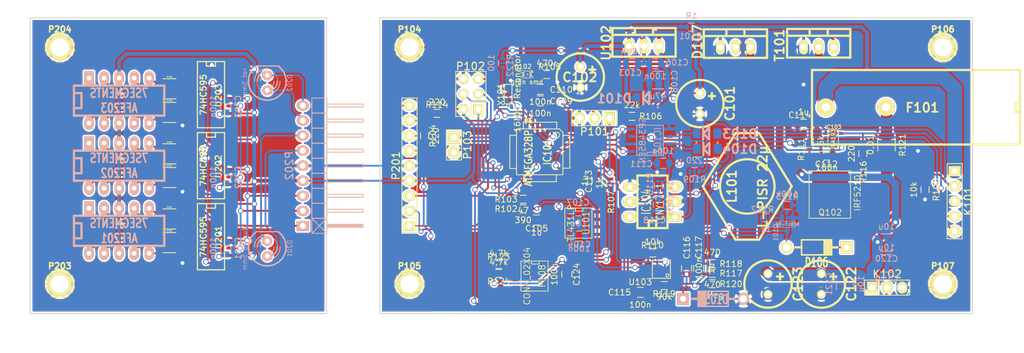
<source format=kicad_pcb>
(kicad_pcb (version 4) (host pcbnew "(2014-08-05 BZR 5054)-product")
  (layers (0 F.Cu signal) (31 B.Cu signal) (34 B.Paste user) (35 F.Paste user) (36 B.SilkS user) (37 F.SilkS user) (38 B.Mask user) (39 F.Mask user) (44 Edge.Cuts user))
  (net 0 "")
  (net 1 GND)
  (net 2 +24V)
  (net 3 "Net-(C102-Pad1)")
  (net 4 "Net-(C104-Pad1)")
  (net 5 "Net-(C105-Pad1)")
  (net 6 /spannung)
  (net 7 "Net-(C114-Pad1)")
  (net 8 /sensor+)
  (net 9 /sensor-)
  (net 10 /reset)
  (net 11 "Net-(C119-Pad1)")
  (net 12 "Net-(D102-Pad2)")
  (net 13 "Net-(D103-Pad1)")
  (net 14 "Net-(D103-Pad2)")
  (net 15 "Net-(D104-Pad1)")
  (net 16 "Net-(D104-Pad2)")
  (net 17 "/dreifach Siebensegmenanzeige/heizLed-")
  (net 18 "Net-(D106-Pad2)")
  (net 19 "Net-(D107-Pad2)")
  (net 20 "Net-(D201-Pad1)")
  (net 21 "Net-(D201-Pad2)")
  (net 22 "Net-(D202-Pad1)")
  (net 23 "Net-(D202-Pad2)")
  (net 24 /cur_m+)
  (net 25 /strom)
  (net 26 "Net-(IC104-Pad1)")
  (net 27 "Net-(IC104-Pad6)")
  (net 28 "Net-(K101-Pad2)")
  (net 29 "Net-(K102-Pad2)")
  (net 30 /ablage)
  (net 31 /wechsler)
  (net 32 /miso)
  (net 33 "/dreifach Siebensegmenanzeige/seg_shift")
  (net 34 "/dreifach Siebensegmenanzeige/seg_data")
  (net 35 "Net-(IC101-Pad10)")
  (net 36 "Net-(IC101-Pad11)")
  (net 37 "/dreifach Siebensegmenanzeige/seg_latch")
  (net 38 "/dreifach Siebensegmenanzeige/led1+")
  (net 39 "/dreifach Siebensegmenanzeige/led1-")
  (net 40 "/dreifach Siebensegmenanzeige/heizLed+")
  (net 41 "Net-(P202-Pad1)")
  (net 42 "Net-(P202-Pad2)")
  (net 43 "Net-(P202-Pad3)")
  (net 44 "Net-(Q101-Pad1)")
  (net 45 /cur_m-)
  (net 46 /led_1+)
  (net 47 "Net-(R110-Pad1)")
  (net 48 "Net-(R110-Pad2)")
  (net 49 /PWM_Heizung)
  (net 50 /temp+)
  (net 51 /Crowbar)
  (net 52 "Net-(R122-Pad2)")
  (net 53 "Net-(RP201-Pad2)")
  (net 54 "Net-(RP201-Pad3)")
  (net 55 "Net-(RP201-Pad1)")
  (net 56 "Net-(RP201-Pad4)")
  (net 57 "Net-(RP202-Pad2)")
  (net 58 "Net-(RP202-Pad3)")
  (net 59 "Net-(RP202-Pad1)")
  (net 60 "Net-(RP202-Pad4)")
  (net 61 "Net-(U201-Pad9)")
  (net 62 "Net-(U202-Pad9)")
  (net 63 "Net-(U203-Pad9)")
  (net 64 "Net-(IC101-Pad8)")
  (net 65 "Net-(IC101-Pad7)")
  (net 66 "Net-(IC101-Pad19)")
  (net 67 "Net-(IC101-Pad22)")
  (net 68 /uart_tx)
  (net 69 /uart_rx)
  (net 70 /sda)
  (net 71 /scl)
  (net 72 "Net-(AFF201-Pad1)")
  (net 73 "Net-(AFF201-Pad2)")
  (net 74 "Net-(AFF201-Pad4)")
  (net 75 "Net-(AFF201-Pad5)")
  (net 76 "Net-(AFF201-Pad6)")
  (net 77 "Net-(AFF201-Pad7)")
  (net 78 "Net-(AFF201-Pad9)")
  (net 79 "Net-(AFF201-Pad10)")
  (net 80 "Net-(AFF202-Pad1)")
  (net 81 "Net-(AFF202-Pad2)")
  (net 82 "Net-(AFF202-Pad4)")
  (net 83 "Net-(AFF202-Pad5)")
  (net 84 "Net-(AFF202-Pad6)")
  (net 85 "Net-(AFF202-Pad7)")
  (net 86 "Net-(AFF202-Pad9)")
  (net 87 "Net-(AFF202-Pad10)")
  (net 88 "Net-(AFF203-Pad1)")
  (net 89 "Net-(AFF203-Pad2)")
  (net 90 "Net-(AFF203-Pad4)")
  (net 91 "Net-(AFF203-Pad5)")
  (net 92 "Net-(AFF203-Pad6)")
  (net 93 "Net-(AFF203-Pad7)")
  (net 94 "Net-(AFF203-Pad9)")
  (net 95 "Net-(AFF203-Pad10)")
  (net 96 "Net-(RP203-Pad2)")
  (net 97 "Net-(RP203-Pad3)")
  (net 98 "Net-(RP203-Pad1)")
  (net 99 "Net-(RP203-Pad4)")
  (net 100 "Net-(RP204-Pad2)")
  (net 101 "Net-(RP204-Pad3)")
  (net 102 "Net-(RP204-Pad1)")
  (net 103 "Net-(RP204-Pad4)")
  (net 104 "Net-(RP205-Pad2)")
  (net 105 "Net-(RP205-Pad3)")
  (net 106 "Net-(RP205-Pad1)")
  (net 107 "Net-(RP205-Pad4)")
  (net 108 "Net-(RP206-Pad2)")
  (net 109 "Net-(RP206-Pad3)")
  (net 110 "Net-(RP206-Pad1)")
  (net 111 "Net-(RP206-Pad4)")
  (net 112 +5V)
  (net 113 "Net-(P108-Pad3)")
  (module SMD_Packages:SOIC-8-N (layer F.Cu) (at 143.5 94.7 270)
    (fp_text reference U101 (at 0 -1.27 270) (layer F.SilkS) (effects (font (size 1.143 1.016) (thickness 0.127))))
    (fp_text value TL431LP (at 0 1.27 270) (layer F.SilkS) (effects (font (size 1.016 1.016) (thickness 0.127))))
    (pad 2 smd rect (at -1.905 -3.175 270) (size 0.508 1.143) (layers F.Cu F.Paste F.Mask) (net 1 GND))
    (pad 3 smd rect (at -0.635 -3.175 270) (size 0.508 1.143) (layers F.Cu F.Paste F.Mask) (net 1 GND))
    (pad 3 smd rect (at 0.635 -3.175 270) (size 0.508 1.143) (layers F.Cu F.Paste F.Mask) (net 1 GND))
    (pad NC smd rect (at 1.905 -3.175 270) (size 0.508 1.143) (layers F.Cu F.Paste F.Mask))
    (pad NC smd rect (at 1.905 3.175 270) (size 0.508 1.143) (layers F.Cu F.Paste F.Mask))
    (pad 3 smd rect (at 0.635 3.175 270) (size 0.508 1.143) (layers F.Cu F.Paste F.Mask) (net 1 GND))
    (pad 3 smd rect (at -0.635 3.175 270) (size 0.508 1.143) (layers F.Cu F.Paste F.Mask) (net 1 GND))
    (pad 1 smd rect (at -1.905 3.175 270) (size 0.508 1.143) (layers F.Cu F.Paste F.Mask) (net 4 "Net-(C104-Pad1)"))
  )
  (module Capacitors_Elko_ThroughHole:Elko_vert_DM8_RM3-5_CopperClear (layer F.Cu) (at 164 74.5 270)
    (fp_text reference C101 (at 0 -5.08 270) (layer F.SilkS) (effects (font (thickness 0.3048))))
    (fp_text value 470u hide)
    (pad 2 thru_hole circle (at 1.75006 0 270) (size 1.50114 1.50114) (drill 0.8001) (layers *.Cu *.Mask F.SilkS) (net 1 GND))
    (pad 1 thru_hole circle (at -1.75006 0 270) (size 1.50114 1.50114) (drill 0.8001) (layers *.Cu *.Mask F.SilkS) (net 2 +24V))
  )
  (module Capacitors_Elko_ThroughHole:Elko_vert_DM8_RM3-5_CopperClear (layer F.Cu) (at 143.825 70.025 270)
    (fp_text reference C102 (at 0.025 0.075 360) (layer F.SilkS) (effects (font (thickness 0.3048))))
    (fp_text value 470u hide)
    (pad 2 thru_hole circle (at 1.75006 0 270) (size 1.50114 1.50114) (drill 0.8001) (layers *.Cu *.Mask F.SilkS) (net 1 GND))
    (pad 1 thru_hole circle (at -1.75006 0 270) (size 1.50114 1.50114) (drill 0.8001) (layers *.Cu *.Mask F.SilkS) (net 3 "Net-(C102-Pad1)"))
  )
  (module Capacitors_SMD:C_0805 (layer B.Cu) (at 152.55 67.775)
    (fp_text reference C103 (at -0.3 1.525) (layer B.SilkS) (effects (justify mirror)))
    (fp_text value 100n (at 0 -2.1) (layer B.SilkS) (effects (justify mirror)))
    (pad 1 smd rect (at -1 0) (size 1 1.25) (layers B.Cu B.Paste B.Mask) (net 3 "Net-(C102-Pad1)"))
    (pad 2 smd rect (at 1 0) (size 1 1.25) (layers B.Cu B.Paste B.Mask) (net 1 GND))
  )
  (module Capacitors_SMD:C_0805 (layer B.Cu) (at 143.625 96.9 180)
    (fp_text reference C104 (at -0.025 -1.4 180) (layer B.SilkS) (effects (justify mirror)))
    (fp_text value 100n (at 0 -2.1 180) (layer B.SilkS) (effects (justify mirror)))
    (pad 1 smd rect (at -1 0 180) (size 1 1.25) (layers B.Cu B.Paste B.Mask) (net 4 "Net-(C104-Pad1)"))
    (pad 2 smd rect (at 1 0 180) (size 1 1.25) (layers B.Cu B.Paste B.Mask) (net 1 GND))
  )
  (module Capacitors_SMD:C_0805 (layer F.Cu) (at 136.45 94.175)
    (fp_text reference C105 (at 0 1.425) (layer F.SilkS))
    (fp_text value 1u (at 0 2.1) (layer F.SilkS))
    (pad 1 smd rect (at -1 0) (size 1 1.25) (layers F.Cu F.Paste F.Mask) (net 5 "Net-(C105-Pad1)"))
    (pad 2 smd rect (at 1 0) (size 1 1.25) (layers F.Cu F.Paste F.Mask) (net 1 GND))
  )
  (module Capacitors_SMD:C_0805 (layer B.Cu) (at 156.45 67.775 180)
    (fp_text reference C106 (at -3.7 0.225 180) (layer B.SilkS) (effects (justify mirror)))
    (fp_text value 100n (at 0 -2.1 180) (layer B.SilkS) (effects (justify mirror)))
    (pad 1 smd rect (at -1 0 180) (size 1 1.25) (layers B.Cu B.Paste B.Mask) (net 112 +5V))
    (pad 2 smd rect (at 1 0 180) (size 1 1.25) (layers B.Cu B.Paste B.Mask) (net 1 GND))
  )
  (module Capacitors_SMD:C_0805 (layer B.Cu) (at 143.525 92.625 180)
    (fp_text reference C107 (at 0.075 1.425 180) (layer B.SilkS) (effects (justify mirror)))
    (fp_text value 10u (at 0 -2.1 180) (layer B.SilkS) (effects (justify mirror)))
    (pad 1 smd rect (at -1 0 180) (size 1 1.25) (layers B.Cu B.Paste B.Mask) (net 4 "Net-(C104-Pad1)"))
    (pad 2 smd rect (at 1 0 180) (size 1 1.25) (layers B.Cu B.Paste B.Mask) (net 1 GND))
  )
  (module Capacitors_SMD:C_1210 (layer B.Cu) (at 156.95 70.525 180)
    (fp_text reference C108 (at -2.75 -0.225 270) (layer B.SilkS) (effects (justify mirror)))
    (fp_text value 47u (at 0 -2.7 180) (layer B.SilkS) (effects (justify mirror)))
    (pad 1 smd rect (at -1.5 0 180) (size 1 2.5) (layers B.Cu B.Paste B.Mask) (net 112 +5V))
    (pad 2 smd rect (at 1.5 0 180) (size 1 2.5) (layers B.Cu B.Paste B.Mask) (net 1 GND))
  )
  (module Capacitors_SMD:C_0805 (layer F.Cu) (at 137.075 74.05)
    (fp_text reference C109 (at 3.525 0.05) (layer F.SilkS))
    (fp_text value 100n (at 0 2.1) (layer F.SilkS))
    (pad 1 smd rect (at -1 0) (size 1 1.25) (layers F.Cu F.Paste F.Mask) (net 112 +5V))
    (pad 2 smd rect (at 1 0) (size 1 1.25) (layers F.Cu F.Paste F.Mask) (net 1 GND))
  )
  (module Capacitors_SMD:C_0805 (layer F.Cu) (at 137.075 72.1)
    (fp_text reference C110 (at 3.525 0.05) (layer F.SilkS))
    (fp_text value 100n (at 0 2.1) (layer F.SilkS))
    (pad 1 smd rect (at -1 0) (size 1 1.25) (layers F.Cu F.Paste F.Mask) (net 112 +5V))
    (pad 2 smd rect (at 1 0) (size 1 1.25) (layers F.Cu F.Paste F.Mask) (net 1 GND))
  )
  (module Capacitors_SMD:C_0805 (layer B.Cu) (at 157.8 84.6)
    (fp_text reference C111 (at -3.7 0.1) (layer B.SilkS) (effects (justify mirror)))
    (fp_text value 100n (at 0 -2.1) (layer B.SilkS) (effects (justify mirror)))
    (pad 1 smd rect (at -1 0) (size 1 1.25) (layers B.Cu B.Paste B.Mask) (net 1 GND))
    (pad 2 smd rect (at 1 0) (size 1 1.25) (layers B.Cu B.Paste B.Mask) (net 112 +5V))
  )
  (module Capacitors_SMD:C_0805 (layer F.Cu) (at 185.4 83.2)
    (fp_text reference C112 (at -0.05 1.55) (layer F.SilkS))
    (fp_text value 100n (at 0 2.1) (layer F.SilkS))
    (pad 1 smd rect (at -1 0) (size 1 1.25) (layers F.Cu F.Paste F.Mask) (net 112 +5V))
    (pad 2 smd rect (at 1 0) (size 1 1.25) (layers F.Cu F.Paste F.Mask) (net 1 GND))
  )
  (module Capacitors_SMD:C_0805 (layer F.Cu) (at 146.7 87.5 270)
    (fp_text reference C113 (at 0.15 1.45 270) (layer F.SilkS))
    (fp_text value 1u (at 0 2.1 270) (layer F.SilkS))
    (pad 1 smd rect (at -1 0 270) (size 1 1.25) (layers F.Cu F.Paste F.Mask) (net 6 /spannung))
    (pad 2 smd rect (at 1 0 270) (size 1 1.25) (layers F.Cu F.Paste F.Mask) (net 1 GND))
  )
  (module Capacitors_SMD:C_0805 (layer F.Cu) (at 181.5 78 180)
    (fp_text reference C114 (at 0.65 1.55 180) (layer F.SilkS))
    (fp_text value 1u (at 0 2.1 180) (layer F.SilkS))
    (pad 1 smd rect (at -1 0 180) (size 1 1.25) (layers F.Cu F.Paste F.Mask) (net 7 "Net-(C114-Pad1)"))
    (pad 2 smd rect (at 1 0 180) (size 1 1.25) (layers F.Cu F.Paste F.Mask) (net 1 GND))
  )
  (module Capacitors_SMD:C_0805 (layer F.Cu) (at 153.95 106.4)
    (fp_text reference C115 (at -3.5 0) (layer F.SilkS))
    (fp_text value 100n (at 0 2.1) (layer F.SilkS))
    (pad 1 smd rect (at -1 0) (size 1 1.25) (layers F.Cu F.Paste F.Mask) (net 1 GND))
    (pad 2 smd rect (at 1 0) (size 1 1.25) (layers F.Cu F.Paste F.Mask) (net 112 +5V))
  )
  (module Capacitors_SMD:C_0805 (layer F.Cu) (at 161.75 102.35 90)
    (fp_text reference C116 (at 3.5 0.05 90) (layer F.SilkS))
    (fp_text value 100n (at 0 2.1 90) (layer F.SilkS))
    (pad 1 smd rect (at -1 0 90) (size 1 1.25) (layers F.Cu F.Paste F.Mask) (net 8 /sensor+))
    (pad 2 smd rect (at 1 0 90) (size 1 1.25) (layers F.Cu F.Paste F.Mask) (net 1 GND))
  )
  (module Capacitors_SMD:C_0805 (layer F.Cu) (at 163.8 102.35 90)
    (fp_text reference C117 (at 3.55 0 90) (layer F.SilkS))
    (fp_text value 1u (at 0 2.1 90) (layer F.SilkS))
    (pad 1 smd rect (at -1 0 90) (size 1 1.25) (layers F.Cu F.Paste F.Mask) (net 8 /sensor+))
    (pad 2 smd rect (at 1 0 90) (size 1 1.25) (layers F.Cu F.Paste F.Mask) (net 9 /sensor-))
  )
  (module Capacitors_SMD:C_0805 (layer B.Cu) (at 157 91.6 270)
    (fp_text reference C118 (at 2.6 0.65 360) (layer B.SilkS) (effects (justify mirror)))
    (fp_text value 100n (at 0 -2.1 270) (layer B.SilkS) (effects (justify mirror)))
    (pad 1 smd rect (at -1 0 270) (size 1 1.25) (layers B.Cu B.Paste B.Mask) (net 10 /reset))
    (pad 2 smd rect (at 1 0 270) (size 1 1.25) (layers B.Cu B.Paste B.Mask) (net 1 GND))
  )
  (module Capacitors_SMD:C_1210 (layer B.Cu) (at 195.5 101.5)
    (fp_text reference C119 (at 0 2.7) (layer B.SilkS) (effects (justify mirror)))
    (fp_text value 10u (at 0 -2.7) (layer B.SilkS) (effects (justify mirror)))
    (pad 1 smd rect (at -1.5 0) (size 1 2.5) (layers B.Cu B.Paste B.Mask) (net 11 "Net-(C119-Pad1)"))
    (pad 2 smd rect (at 1.5 0) (size 1 2.5) (layers B.Cu B.Paste B.Mask) (net 1 GND))
  )
  (module Capacitors_SMD:C_1210 (layer B.Cu) (at 195.5 98)
    (fp_text reference C120 (at 0 2.7) (layer B.SilkS) (effects (justify mirror)))
    (fp_text value 10u (at 0 -2.7) (layer B.SilkS) (effects (justify mirror)))
    (pad 1 smd rect (at -1.5 0) (size 1 2.5) (layers B.Cu B.Paste B.Mask) (net 11 "Net-(C119-Pad1)"))
    (pad 2 smd rect (at 1.5 0) (size 1 2.5) (layers B.Cu B.Paste B.Mask) (net 1 GND))
  )
  (module Capacitors_SMD:C_1210 (layer B.Cu) (at 188.5 105 270)
    (fp_text reference C121 (at 0 2.7 270) (layer B.SilkS) (effects (justify mirror)))
    (fp_text value 10u (at 0 -2.7 270) (layer B.SilkS) (effects (justify mirror)))
    (pad 1 smd rect (at -1.5 0 270) (size 1 2.5) (layers B.Cu B.Paste B.Mask) (net 11 "Net-(C119-Pad1)"))
    (pad 2 smd rect (at 1.5 0 270) (size 1 2.5) (layers B.Cu B.Paste B.Mask) (net 1 GND))
  )
  (module Capacitors_Elko_ThroughHole:Elko_vert_DM8_RM3-5_CopperClear (layer F.Cu) (at 184.5 105 270)
    (fp_text reference C122 (at 0 -5.08 270) (layer F.SilkS) (effects (font (thickness 0.3048))))
    (fp_text value 470u hide)
    (pad 2 thru_hole circle (at 1.75006 0 270) (size 1.50114 1.50114) (drill 0.8001) (layers *.Cu *.Mask F.SilkS) (net 1 GND))
    (pad 1 thru_hole circle (at -1.75006 0 270) (size 1.50114 1.50114) (drill 0.8001) (layers *.Cu *.Mask F.SilkS) (net 11 "Net-(C119-Pad1)"))
  )
  (module Capacitors_Elko_ThroughHole:Elko_vert_DM8_RM3-5_CopperClear (layer F.Cu) (at 175.5 105 270)
    (fp_text reference C123 (at 0 -5.08 270) (layer F.SilkS) (effects (font (thickness 0.3048))))
    (fp_text value 470u hide)
    (pad 2 thru_hole circle (at 1.75006 0 270) (size 1.50114 1.50114) (drill 0.8001) (layers *.Cu *.Mask F.SilkS) (net 1 GND))
    (pad 1 thru_hole circle (at -1.75006 0 270) (size 1.50114 1.50114) (drill 0.8001) (layers *.Cu *.Mask F.SilkS) (net 11 "Net-(C119-Pad1)"))
  )
  (module Capacitors_SMD:C_0805 (layer B.Cu) (at 84 99 90)
    (fp_text reference C201 (at 0 2.1 90) (layer B.SilkS) (effects (justify mirror)))
    (fp_text value 100n (at 0 -2.1 90) (layer B.SilkS) (effects (justify mirror)))
    (pad 1 smd rect (at -1 0 90) (size 1 1.25) (layers B.Cu B.Paste B.Mask) (net 112 +5V))
    (pad 2 smd rect (at 1 0 90) (size 1 1.25) (layers B.Cu B.Paste B.Mask) (net 1 GND))
  )
  (module Capacitors_SMD:C_0805 (layer B.Cu) (at 84 87 90)
    (fp_text reference C202 (at 0 2.1 90) (layer B.SilkS) (effects (justify mirror)))
    (fp_text value 100n (at 0 -2.1 90) (layer B.SilkS) (effects (justify mirror)))
    (pad 1 smd rect (at -1 0 90) (size 1 1.25) (layers B.Cu B.Paste B.Mask) (net 112 +5V))
    (pad 2 smd rect (at 1 0 90) (size 1 1.25) (layers B.Cu B.Paste B.Mask) (net 1 GND))
  )
  (module Capacitors_SMD:C_0805 (layer B.Cu) (at 84 75 90)
    (fp_text reference C203 (at 0 2.1 90) (layer B.SilkS) (effects (justify mirror)))
    (fp_text value 100n (at 0 -2.1 90) (layer B.SilkS) (effects (justify mirror)))
    (pad 1 smd rect (at -1 0 90) (size 1 1.25) (layers B.Cu B.Paste B.Mask) (net 112 +5V))
    (pad 2 smd rect (at 1 0 90) (size 1 1.25) (layers B.Cu B.Paste B.Mask) (net 1 GND))
  )
  (module Diodes_SMD:Diode-MiniMELF_Standard (layer B.Cu) (at 155.1 73.575 180)
    (fp_text reference D101 (at 5.55 -0.075 180) (layer B.SilkS) (effects (font (thickness 0.3048)) (justify mirror)))
    (fp_text value 1n4148 hide)
    (fp_text user A (at -1.80086 -1.5494 180) (layer B.SilkS) (effects (font (size 0.50038 0.50038) (thickness 0.09906)) (justify mirror)))
    (fp_text user K (at 1.80086 -1.5494 180) (layer B.SilkS) (effects (font (size 0.50038 0.50038) (thickness 0.09906)) (justify mirror)))
    (pad 1 smd rect (at -1.75006 0 180) (size 1.30048 1.69926) (layers B.Cu B.Paste B.Mask) (net 112 +5V))
    (pad 2 smd rect (at 1.75006 0 180) (size 1.30048 1.69926) (layers B.Cu B.Paste B.Mask) (net 3 "Net-(C102-Pad1)"))
  )
  (module LEDs:LED-0805 (layer F.Cu) (at 134.825 69.575)
    (fp_text reference D102 (at -0.675 -1.325) (layer F.SilkS) (effects (font (size 0.762 0.762) (thickness 0.127))))
    (fp_text value "grün smd" (at 0 1.27) (layer F.SilkS) (effects (font (size 0.762 0.762) (thickness 0.127))))
    (pad 1 smd rect (at -1.04902 0) (size 1.19888 1.19888) (layers F.Cu F.Paste F.Mask) (net 112 +5V))
    (pad 2 smd rect (at 1.04902 0) (size 1.19888 1.19888) (layers F.Cu F.Paste F.Mask) (net 12 "Net-(D102-Pad2)"))
  )
  (module Diodes_SMD:Diode-MiniMELF_Standard (layer B.Cu) (at 165.2 79.55 180)
    (fp_text reference D103 (at -5.55 -0.1 180) (layer B.SilkS) (effects (font (thickness 0.3048)) (justify mirror)))
    (fp_text value 1n4148 hide)
    (fp_text user A (at -1.80086 -1.5494 180) (layer B.SilkS) (effects (font (size 0.50038 0.50038) (thickness 0.09906)) (justify mirror)))
    (fp_text user K (at 1.80086 -1.5494 180) (layer B.SilkS) (effects (font (size 0.50038 0.50038) (thickness 0.09906)) (justify mirror)))
    (pad 1 smd rect (at -1.75006 0 180) (size 1.30048 1.69926) (layers B.Cu B.Paste B.Mask) (net 13 "Net-(D103-Pad1)"))
    (pad 2 smd rect (at 1.75006 0 180) (size 1.30048 1.69926) (layers B.Cu B.Paste B.Mask) (net 14 "Net-(D103-Pad2)"))
  )
  (module Diodes_SMD:Diode-MiniMELF_Standard (layer B.Cu) (at 165.25 82.15 180)
    (fp_text reference D104 (at -5.5 -0.05 180) (layer B.SilkS) (effects (font (thickness 0.3048)) (justify mirror)))
    (fp_text value 1n4148 hide)
    (fp_text user A (at -1.80086 -1.5494 180) (layer B.SilkS) (effects (font (size 0.50038 0.50038) (thickness 0.09906)) (justify mirror)))
    (fp_text user K (at 1.80086 -1.5494 180) (layer B.SilkS) (effects (font (size 0.50038 0.50038) (thickness 0.09906)) (justify mirror)))
    (pad 1 smd rect (at -1.75006 0 180) (size 1.30048 1.69926) (layers B.Cu B.Paste B.Mask) (net 15 "Net-(D104-Pad1)"))
    (pad 2 smd rect (at 1.75006 0 180) (size 1.30048 1.69926) (layers B.Cu B.Paste B.Mask) (net 16 "Net-(D104-Pad2)"))
  )
  (module Diodes_ThroughHole:Diode_DO-41_SOD81_Horizontal_RM10 (layer B.Cu) (at 166.25 107.5 180)
    (fp_text reference D105 (at -0.55 -0.1 180) (layer B.SilkS) (effects (font (size 1.524 1.016) (thickness 0.254)) (justify mirror)))
    (fp_text value "3,6V 1,3W" hide)
    (pad 1 thru_hole circle (at -5.08 0 180) (size 1.99898 1.99898) (drill 1.27) (layers *.Cu *.Mask B.SilkS) (net 1 GND))
    (pad 2 thru_hole rect (at 5.08 0 180) (size 1.99898 1.99898) (drill 1.00076) (layers *.Cu *.Mask B.SilkS) (net 8 /sensor+))
  )
  (module Diodes_ThroughHole:Diode_DO-41_SOD81_Horizontal_RM10 (layer F.Cu) (at 183.7 98.8)
    (fp_text reference D106 (at 0 2.54) (layer F.SilkS) (effects (font (size 1.524 1.016) (thickness 0.254))))
    (fp_text value "10V 1,3W" hide)
    (pad 1 thru_hole circle (at -5.08 0) (size 1.99898 1.99898) (drill 1.27) (layers *.Cu *.Mask F.SilkS) (net 17 "/dreifach Siebensegmenanzeige/heizLed-"))
    (pad 2 thru_hole rect (at 5.08 0) (size 1.99898 1.99898) (drill 1.00076) (layers *.Cu *.Mask F.SilkS) (net 18 "Net-(D106-Pad2)"))
  )
  (module Transistors_TO-220:TO-220_Neutral123_Vertical (layer F.Cu) (at 170 65)
    (fp_text reference D107 (at -6.4 -0.95 90) (layer F.SilkS) (effects (font (thickness 0.3048))))
    (fp_text value TO220-Diode hide)
    (pad 2 thru_hole oval (at 0 0 90) (size 2.49936 1.50114) (drill 1.00076) (layers *.Cu *.Mask F.SilkS) (net 19 "Net-(D107-Pad2)"))
    (pad 1 thru_hole oval (at -2.54 0 90) (size 2.49936 1.50114) (drill 1.00076) (layers *.Cu *.Mask F.SilkS) (net 1 GND))
    (pad 2 thru_hole oval (at 2.54 0 90) (size 2.49936 1.50114) (drill 1.00076) (layers *.Cu *.Mask F.SilkS) (net 19 "Net-(D107-Pad2)"))
  )
  (module LEDs:LED-5MM (layer B.Cu) (at 91 99 90)
    (fp_text reference D201 (at 0 3.81 90) (layer B.SilkS) (effects (font (size 0.762 0.762) (thickness 0.0889)) (justify mirror)))
    (fp_text value "duoLed 5mm" (at 0 -3.81 90) (layer B.SilkS) (effects (font (size 0.762 0.762) (thickness 0.0889)) (justify mirror)))
    (pad 1 thru_hole circle (at -1.27 0 90) (size 1.6764 1.6764) (drill 0.8128) (layers *.Cu *.Mask B.SilkS) (net 20 "Net-(D201-Pad1)"))
    (pad 2 thru_hole circle (at 1.27 0 90) (size 1.6764 1.6764) (drill 0.8128) (layers *.Cu *.Mask B.SilkS) (net 21 "Net-(D201-Pad2)"))
  )
  (module LEDs:LED-5MM (layer B.Cu) (at 91 71 90)
    (fp_text reference D202 (at 0 3.81 90) (layer B.SilkS) (effects (font (size 0.762 0.762) (thickness 0.0889)) (justify mirror)))
    (fp_text value "rot 5mm" (at 0 -3.81 90) (layer B.SilkS) (effects (font (size 0.762 0.762) (thickness 0.0889)) (justify mirror)))
    (pad 1 thru_hole circle (at -1.27 0 90) (size 1.6764 1.6764) (drill 0.8128) (layers *.Cu *.Mask B.SilkS) (net 22 "Net-(D202-Pad1)"))
    (pad 2 thru_hole circle (at 1.27 0 90) (size 1.6764 1.6764) (drill 0.8128) (layers *.Cu *.Mask B.SilkS) (net 23 "Net-(D202-Pad2)"))
  )
  (module Fuse_Holders_and_Fuses:Fuseholder5x20_Horizontal_closed_Bulgin_FX0457 (layer F.Cu) (at 190.325 75.125)
    (fp_text reference F101 (at 11.225 0.075) (layer F.SilkS) (effects (font (thickness 0.3048))))
    (fp_text value T6,3A hide)
    (pad 2 thru_hole circle (at 5.08 0) (size 2.99974 2.99974) (drill 1.34874) (layers *.Cu *.Mask F.SilkS) (net 24 /cur_m+))
    (pad 1 thru_hole circle (at -5.08 0) (size 2.99974 2.99974) (drill 1.34874) (layers *.Cu *.Mask F.SilkS) (net 2 +24V))
  )
  (module SMD_Packages:SOT-23-5 (layer F.Cu) (at 186.5 80.5 90)
    (fp_text reference IC103 (at 2.05 0 180) (layer F.SilkS) (effects (font (size 0.635 0.635) (thickness 0.127))))
    (fp_text value INA193 (at 0 0 90) (layer F.SilkS) (effects (font (size 0.635 0.635) (thickness 0.127))))
    (pad 1 smd rect (at -0.9525 1.27 90) (size 0.508 0.762) (layers F.Cu F.Paste F.Mask) (net 25 /strom))
    (pad 3 smd rect (at 0.9525 1.27 90) (size 0.508 0.762) (layers F.Cu F.Paste F.Mask) (net 24 /cur_m+))
    (pad 5 smd rect (at -0.9525 -1.27 90) (size 0.508 0.762) (layers F.Cu F.Paste F.Mask) (net 112 +5V))
    (pad 2 smd rect (at 0 1.27 90) (size 0.508 0.762) (layers F.Cu F.Paste F.Mask) (net 1 GND))
    (pad 4 smd rect (at 0.9525 -1.27 90) (size 0.508 0.762) (layers F.Cu F.Paste F.Mask) (net 7 "Net-(C114-Pad1)"))
  )
  (module Sockets_DIP:DIP-6__300_ELL (layer F.Cu) (at 156 91.1 90)
    (fp_text reference IC104 (at 0 -1.016 90) (layer F.SilkS) (effects (font (size 1.524 1.016) (thickness 0.1524))))
    (fp_text value CNY17-1 (at 0 1.27 90) (layer F.SilkS) (effects (font (size 1.27 0.889) (thickness 0.1524))))
    (pad 1 thru_hole rect (at -2.54 3.81 90) (size 1.5748 2.286) (drill 0.8128) (layers *.Cu *.Mask F.SilkS) (net 26 "Net-(IC104-Pad1)"))
    (pad 2 thru_hole oval (at 0 3.81 90) (size 1.5748 2.286) (drill 0.8128) (layers *.Cu *.Mask F.SilkS) (net 1 GND))
    (pad 3 thru_hole oval (at 2.54 3.81 90) (size 1.5748 2.286) (drill 0.8128) (layers *.Cu *.Mask F.SilkS))
    (pad 4 thru_hole oval (at 2.54 -3.81 90) (size 1.5748 2.286) (drill 0.8128) (layers *.Cu *.Mask F.SilkS) (net 1 GND))
    (pad 5 thru_hole oval (at 0 -3.81 90) (size 1.5748 2.286) (drill 0.8128) (layers *.Cu *.Mask F.SilkS) (net 10 /reset))
    (pad 6 thru_hole oval (at -2.54 -3.81 90) (size 1.5748 2.286) (drill 0.8128) (layers *.Cu *.Mask F.SilkS) (net 27 "Net-(IC104-Pad6)"))
  )
  (module Pin_Headers:Pin_Header_Straight_1x05 (layer F.Cu) (at 207 91 270)
    (fp_text reference K101 (at 0 -2.286 270) (layer F.SilkS) (effects (font (size 1.27 1.27) (thickness 0.2032))))
    (fp_text value XLR5 hide)
    (pad 1 thru_hole rect (at -5.08 0 270) (size 1.7272 2.032) (drill 1.016) (layers *.Cu *.Mask F.SilkS) (net 2 +24V))
    (pad 2 thru_hole oval (at -2.54 0 270) (size 1.7272 2.032) (drill 1.016) (layers *.Cu *.Mask F.SilkS) (net 28 "Net-(K101-Pad2)"))
    (pad 3 thru_hole oval (at 0 0 270) (size 1.7272 2.032) (drill 1.016) (layers *.Cu *.Mask F.SilkS) (net 1 GND))
    (pad 4 thru_hole oval (at 2.54 0 270) (size 1.7272 2.032) (drill 1.016) (layers *.Cu *.Mask F.SilkS) (net 13 "Net-(D103-Pad1)"))
    (pad 5 thru_hole oval (at 5.08 0 270) (size 1.7272 2.032) (drill 1.016) (layers *.Cu *.Mask F.SilkS) (net 15 "Net-(D104-Pad1)"))
  )
  (module Pin_Headers:Pin_Header_Straight_1x03 (layer F.Cu) (at 195.6 105.6)
    (fp_text reference K102 (at 0 -2.286) (layer F.SilkS) (effects (font (size 1.27 1.27) (thickness 0.2032))))
    (fp_text value Lötkolben_1_CONN_3 hide)
    (pad 1 thru_hole rect (at -2.54 0) (size 1.7272 2.032) (drill 1.016) (layers *.Cu *.Mask F.SilkS) (net 11 "Net-(C119-Pad1)"))
    (pad 2 thru_hole oval (at 0 0) (size 1.7272 2.032) (drill 1.016) (layers *.Cu *.Mask F.SilkS) (net 29 "Net-(K102-Pad2)"))
    (pad 3 thru_hole oval (at 2.54 0) (size 1.7272 2.032) (drill 1.016) (layers *.Cu *.Mask F.SilkS) (net 1 GND))
  )
  (module Pin_Headers:Pin_Header_Straight_1x03 (layer F.Cu) (at 146.225 76.95 180)
    (fp_text reference P101 (at 0 -2.286 180) (layer F.SilkS) (effects (font (size 1.27 1.27) (thickness 0.2032))))
    (fp_text value CONN_01X03 hide)
    (pad 1 thru_hole rect (at -2.54 0 180) (size 1.7272 2.032) (drill 1.016) (layers *.Cu *.Mask F.SilkS) (net 30 /ablage))
    (pad 2 thru_hole oval (at 0 0 180) (size 1.7272 2.032) (drill 1.016) (layers *.Cu *.Mask F.SilkS) (net 31 /wechsler))
    (pad 3 thru_hole oval (at 2.54 0 180) (size 1.7272 2.032) (drill 1.016) (layers *.Cu *.Mask F.SilkS) (net 1 GND))
  )
  (module Pin_Headers:Pin_Header_Straight_2x03 (layer F.Cu) (at 125.35 72.875 90)
    (fp_text reference P102 (at 4.675 -0.05 180) (layer F.SilkS) (effects (font (size 1.27 1.27) (thickness 0.2032))))
    (fp_text value CONN_3X2 hide)
    (pad 1 thru_hole rect (at -2.54 1.27 90) (size 1.7272 1.7272) (drill 1.016) (layers *.Cu *.Mask F.SilkS) (net 32 /miso))
    (pad 2 thru_hole oval (at -2.54 -1.27 90) (size 1.7272 1.7272) (drill 1.016) (layers *.Cu *.Mask F.SilkS) (net 112 +5V))
    (pad 3 thru_hole oval (at 0 1.27 90) (size 1.7272 1.7272) (drill 1.016) (layers *.Cu *.Mask F.SilkS) (net 33 "/dreifach Siebensegmenanzeige/seg_shift"))
    (pad 4 thru_hole oval (at 0 -1.27 90) (size 1.7272 1.7272) (drill 1.016) (layers *.Cu *.Mask F.SilkS) (net 34 "/dreifach Siebensegmenanzeige/seg_data"))
    (pad 5 thru_hole oval (at 2.54 1.27 90) (size 1.7272 1.7272) (drill 1.016) (layers *.Cu *.Mask F.SilkS) (net 10 /reset))
    (pad 6 thru_hole oval (at 2.54 -1.27 90) (size 1.7272 1.7272) (drill 1.016) (layers *.Cu *.Mask F.SilkS) (net 1 GND))
  )
  (module Pin_Headers:Pin_Header_Straight_1x02 (layer F.Cu) (at 122.5 81.5 270)
    (fp_text reference P103 (at 0 -2.286 270) (layer F.SilkS) (effects (font (size 1.27 1.27) (thickness 0.2032))))
    (fp_text value "2 externe Pins" hide)
    (pad 1 thru_hole rect (at -1.27 0 270) (size 2.032 2.032) (drill 1.016) (layers *.Cu *.Mask F.SilkS) (net 35 "Net-(IC101-Pad10)"))
    (pad 2 thru_hole oval (at 1.27 0 270) (size 2.032 2.032) (drill 1.016) (layers *.Cu *.Mask F.SilkS) (net 36 "Net-(IC101-Pad11)"))
  )
  (module Pin_Headers:Pin_Header_Straight_1x09 (layer F.Cu) (at 115 85 90)
    (fp_text reference P201 (at 0 -2.286 90) (layer F.SilkS) (effects (font (size 1.27 1.27) (thickness 0.2032))))
    (fp_text value CONN_01X09 hide)
    (pad 1 thru_hole rect (at -10.16 0 90) (size 1.7272 2.032) (drill 1.016) (layers *.Cu *.Mask F.SilkS) (net 34 "/dreifach Siebensegmenanzeige/seg_data"))
    (pad 2 thru_hole oval (at -7.62 0 90) (size 1.7272 2.032) (drill 1.016) (layers *.Cu *.Mask F.SilkS) (net 33 "/dreifach Siebensegmenanzeige/seg_shift"))
    (pad 3 thru_hole oval (at -5.08 0 90) (size 1.7272 2.032) (drill 1.016) (layers *.Cu *.Mask F.SilkS) (net 37 "/dreifach Siebensegmenanzeige/seg_latch"))
    (pad 4 thru_hole oval (at -2.54 0 90) (size 1.7272 2.032) (drill 1.016) (layers *.Cu *.Mask F.SilkS) (net 112 +5V))
    (pad 5 thru_hole oval (at 0 0 90) (size 1.7272 2.032) (drill 1.016) (layers *.Cu *.Mask F.SilkS) (net 1 GND))
    (pad 6 thru_hole oval (at 2.54 0 90) (size 1.7272 2.032) (drill 1.016) (layers *.Cu *.Mask F.SilkS) (net 38 "/dreifach Siebensegmenanzeige/led1+"))
    (pad 7 thru_hole oval (at 5.08 0 90) (size 1.7272 2.032) (drill 1.016) (layers *.Cu *.Mask F.SilkS) (net 39 "/dreifach Siebensegmenanzeige/led1-"))
    (pad 8 thru_hole oval (at 7.62 0 90) (size 1.7272 2.032) (drill 1.016) (layers *.Cu *.Mask F.SilkS) (net 40 "/dreifach Siebensegmenanzeige/heizLed+"))
    (pad 9 thru_hole oval (at 10.16 0 90) (size 1.7272 2.032) (drill 1.016) (layers *.Cu *.Mask F.SilkS) (net 17 "/dreifach Siebensegmenanzeige/heizLed-"))
  )
  (module SMD_Packages:SOT-23 (layer B.Cu) (at 178.75 94.9)
    (fp_text reference Q101 (at -1.95 1.4 270) (layer B.SilkS) (effects (font (size 0.762 0.762) (thickness 0.11938)) (justify mirror)))
    (fp_text value BC817-40 (at 0.0635 0) (layer B.SilkS) (effects (font (size 0.50038 0.50038) (thickness 0.09906)) (justify mirror)))
    (pad 3 smd rect (at 0 1.09982) (size 0.8001 1.00076) (layers B.Cu B.Paste B.Mask) (net 17 "/dreifach Siebensegmenanzeige/heizLed-"))
    (pad 2 smd rect (at 0.9525 -1.09982) (size 0.8001 1.00076) (layers B.Cu B.Paste B.Mask) (net 1 GND))
    (pad 1 smd rect (at -0.9525 -1.09982) (size 0.8001 1.00076) (layers B.Cu B.Paste B.Mask) (net 44 "Net-(Q101-Pad1)"))
  )
  (module SMD_Packages:DPAK-3_GDS (layer F.Cu) (at 186 93)
    (fp_text reference Q102 (at 0 -0.09906) (layer F.SilkS) (effects (font (size 1.016 1.016) (thickness 0.12954))))
    (fp_text value IRF5210 (at 4.59994 -3.40106 90) (layer F.SilkS) (effects (font (size 1.016 1.00076) (thickness 0.12954))))
    (pad G smd rect (at -2.286 2.413) (size 1.651 3.048) (layers F.Cu F.Paste F.Mask) (net 18 "Net-(D106-Pad2)"))
    (pad D smd rect (at 0 -3.937) (size 6.096 6.096) (layers F.Cu F.Paste F.Mask) (net 19 "Net-(D107-Pad2)"))
    (pad S smd rect (at 2.286 2.413) (size 1.651 3.048) (layers F.Cu F.Paste F.Mask) (net 45 /cur_m-))
  )
  (module Resistors_SMD:R_0603 (layer B.Cu) (at 162.575 61.575)
    (fp_text reference R101 (at -0.175 1.525) (layer B.SilkS) (effects (justify mirror)))
    (fp_text value 1R (at 0 -1.9) (layer B.SilkS) (effects (justify mirror)))
    (pad 1 smd rect (at -0.75 0) (size 0.5 0.9) (layers B.Cu B.Paste B.Mask) (net 3 "Net-(C102-Pad1)"))
    (pad 2 smd rect (at 0.75 0) (size 0.5 0.9) (layers B.Cu B.Paste B.Mask) (net 2 +24V))
  )
  (module Resistors_SMD:R_0603 (layer F.Cu) (at 134.175 92.3)
    (fp_text reference R102 (at -2.875 0) (layer F.SilkS))
    (fp_text value 390 (at 0 1.9) (layer F.SilkS))
    (pad 1 smd rect (at -0.75 0) (size 0.5 0.9) (layers F.Cu F.Paste F.Mask) (net 112 +5V))
    (pad 2 smd rect (at 0.75 0) (size 0.5 0.9) (layers F.Cu F.Paste F.Mask) (net 4 "Net-(C104-Pad1)"))
  )
  (module Resistors_SMD:R_0603 (layer F.Cu) (at 134.175 90.675)
    (fp_text reference R103 (at -2.875 0.025) (layer F.SilkS))
    (fp_text value 47 (at 0 1.9) (layer F.SilkS))
    (pad 1 smd rect (at -0.75 0) (size 0.5 0.9) (layers F.Cu F.Paste F.Mask) (net 112 +5V))
    (pad 2 smd rect (at 0.75 0) (size 0.5 0.9) (layers F.Cu F.Paste F.Mask) (net 5 "Net-(C105-Pad1)"))
  )
  (module Resistors_SMD:R_0603 (layer F.Cu) (at 117.55 79.95 90)
    (fp_text reference R104 (at 0 1.4 90) (layer F.SilkS))
    (fp_text value 220 (at 0 1.9 90) (layer F.SilkS))
    (pad 1 smd rect (at -0.75 0 90) (size 0.5 0.9) (layers F.Cu F.Paste F.Mask) (net 38 "/dreifach Siebensegmenanzeige/led1+"))
    (pad 2 smd rect (at 0.75 0 90) (size 0.5 0.9) (layers F.Cu F.Paste F.Mask) (net 46 /led_1+))
  )
  (module Resistors_SMD:R_0603 (layer F.Cu) (at 138.15 69.6 180)
    (fp_text reference R105 (at -0.5 1.3 180) (layer F.SilkS))
    (fp_text value 470r (at 0 1.9 180) (layer F.SilkS))
    (pad 1 smd rect (at -0.75 0 180) (size 0.5 0.9) (layers F.Cu F.Paste F.Mask) (net 1 GND))
    (pad 2 smd rect (at 0.75 0 180) (size 0.5 0.9) (layers F.Cu F.Paste F.Mask) (net 12 "Net-(D102-Pad2)"))
  )
  (module Resistors_SMD:R_0603 (layer F.Cu) (at 152.55 76.65 180)
    (fp_text reference R106 (at -3.15 0 180) (layer F.SilkS))
    (fp_text value 22k (at 0 1.9 180) (layer F.SilkS))
    (pad 1 smd rect (at -0.75 0 180) (size 0.5 0.9) (layers F.Cu F.Paste F.Mask) (net 2 +24V))
    (pad 2 smd rect (at 0.75 0 180) (size 0.5 0.9) (layers F.Cu F.Paste F.Mask) (net 6 /spannung))
  )
  (module Resistors_SMD:R_0603 (layer F.Cu) (at 148.95 88 270)
    (fp_text reference R107 (at 3.15 -0.1 270) (layer F.SilkS))
    (fp_text value 1k (at 0 1.9 270) (layer F.SilkS))
    (pad 1 smd rect (at -0.75 0 270) (size 0.5 0.9) (layers F.Cu F.Paste F.Mask) (net 6 /spannung))
    (pad 2 smd rect (at 0.75 0 270) (size 0.5 0.9) (layers F.Cu F.Paste F.Mask) (net 1 GND))
  )
  (module Resistors_SMD:R_0603 (layer F.Cu) (at 202 89.05 270)
    (fp_text reference R108 (at 0 -1.9 270) (layer F.SilkS))
    (fp_text value 10k (at 0 1.9 270) (layer F.SilkS))
    (pad 1 smd rect (at -0.75 0 270) (size 0.5 0.9) (layers F.Cu F.Paste F.Mask) (net 28 "Net-(K101-Pad2)"))
    (pad 2 smd rect (at 0.75 0 270) (size 0.5 0.9) (layers F.Cu F.Paste F.Mask) (net 1 GND))
  )
  (module Resistors_SMD:R_0603 (layer B.Cu) (at 163.1 86)
    (fp_text reference R109 (at 0 1.3) (layer B.SilkS) (effects (justify mirror)))
    (fp_text value 220 (at 0 -1.9) (layer B.SilkS) (effects (justify mirror)))
    (pad 1 smd rect (at -0.75 0) (size 0.5 0.9) (layers B.Cu B.Paste B.Mask) (net 26 "Net-(IC104-Pad1)"))
    (pad 2 smd rect (at 0.75 0) (size 0.5 0.9) (layers B.Cu B.Paste B.Mask) (net 28 "Net-(K101-Pad2)"))
  )
  (module Resistors_SMD:R_0603 (layer F.Cu) (at 156.05 99.75 180)
    (fp_text reference R110 (at 0.05 1.3 180) (layer F.SilkS))
    (fp_text value 10k (at 0 1.9 180) (layer F.SilkS))
    (pad 1 smd rect (at -0.75 0 180) (size 0.5 0.9) (layers F.Cu F.Paste F.Mask) (net 47 "Net-(R110-Pad1)"))
    (pad 2 smd rect (at 0.75 0 180) (size 0.5 0.9) (layers F.Cu F.Paste F.Mask) (net 48 "Net-(R110-Pad2)"))
  )
  (module Resistors_SMD:R_0603 (layer F.Cu) (at 182.5 81.5 90)
    (fp_text reference R111 (at -0.75 -1.4 90) (layer F.SilkS))
    (fp_text value 1,5k (at 0 1.9 90) (layer F.SilkS))
    (pad 1 smd rect (at -0.75 0 90) (size 0.5 0.9) (layers F.Cu F.Paste F.Mask) (net 45 /cur_m-))
    (pad 2 smd rect (at 0.75 0 90) (size 0.5 0.9) (layers F.Cu F.Paste F.Mask) (net 7 "Net-(C114-Pad1)"))
  )
  (module Resistors_SMD:R_0603 (layer B.Cu) (at 175.15 93.8 180)
    (fp_text reference R112 (at 0.6 1.4 180) (layer B.SilkS) (effects (justify mirror)))
    (fp_text value 1k (at 0 -1.9 180) (layer B.SilkS) (effects (justify mirror)))
    (pad 1 smd rect (at -0.75 0 180) (size 0.5 0.9) (layers B.Cu B.Paste B.Mask) (net 44 "Net-(Q101-Pad1)"))
    (pad 2 smd rect (at 0.75 0 180) (size 0.5 0.9) (layers B.Cu B.Paste B.Mask) (net 49 /PWM_Heizung))
  )
  (module Resistors_SMD:R_0603 (layer B.Cu) (at 178.75 91.7)
    (fp_text reference R113 (at 0 -1.5) (layer B.SilkS) (effects (justify mirror)))
    (fp_text value 100k (at 0 -1.9) (layer B.SilkS) (effects (justify mirror)))
    (pad 1 smd rect (at -0.75 0) (size 0.5 0.9) (layers B.Cu B.Paste B.Mask) (net 44 "Net-(Q101-Pad1)"))
    (pad 2 smd rect (at 0.75 0) (size 0.5 0.9) (layers B.Cu B.Paste B.Mask) (net 1 GND))
  )
  (module Resistors_SMD:R_0603 (layer F.Cu) (at 119.65 76.15 180)
    (fp_text reference R114 (at 0 1.45 360) (layer F.SilkS))
    (fp_text value 220 (at 0 1.9 180) (layer F.SilkS))
    (pad 1 smd rect (at -0.75 0 180) (size 0.5 0.9) (layers F.Cu F.Paste F.Mask) (net 112 +5V))
    (pad 2 smd rect (at 0.75 0 180) (size 0.5 0.9) (layers F.Cu F.Paste F.Mask) (net 40 "/dreifach Siebensegmenanzeige/heizLed+"))
  )
  (module Resistors_SMD:R_0603 (layer B.Cu) (at 157 88.4 270)
    (fp_text reference R115 (at -0.3 1.45 270) (layer B.SilkS) (effects (justify mirror)))
    (fp_text value 1k (at 0 -1.9 270) (layer B.SilkS) (effects (justify mirror)))
    (pad 1 smd rect (at -0.75 0 270) (size 0.5 0.9) (layers B.Cu B.Paste B.Mask) (net 112 +5V))
    (pad 2 smd rect (at 0.75 0 270) (size 0.5 0.9) (layers B.Cu B.Paste B.Mask) (net 10 /reset))
  )
  (module Resistors_SMD:R_0603 (layer F.Cu) (at 191.5 82.95 270)
    (fp_text reference R116 (at 3.15 -0.1 270) (layer F.SilkS))
    (fp_text value 220 (at 0 1.9 270) (layer F.SilkS))
    (pad 1 smd rect (at -0.75 0 270) (size 0.5 0.9) (layers F.Cu F.Paste F.Mask) (net 24 /cur_m+))
    (pad 2 smd rect (at 0.75 0 270) (size 0.5 0.9) (layers F.Cu F.Paste F.Mask) (net 18 "Net-(D106-Pad2)"))
  )
  (module Resistors_SMD:R_0603 (layer F.Cu) (at 166.1 103.2)
    (fp_text reference R117 (at 3.15 0) (layer F.SilkS))
    (fp_text value 470 (at 0 1.9) (layer F.SilkS))
    (pad 1 smd rect (at -0.75 0) (size 0.5 0.9) (layers F.Cu F.Paste F.Mask) (net 8 /sensor+))
    (pad 2 smd rect (at 0.75 0) (size 0.5 0.9) (layers F.Cu F.Paste F.Mask) (net 29 "Net-(K102-Pad2)"))
  )
  (module Resistors_SMD:R_0603 (layer F.Cu) (at 166.1 101.55 180)
    (fp_text reference R118 (at -3.15 -0.05 180) (layer F.SilkS))
    (fp_text value 470 (at 0 1.9 180) (layer F.SilkS))
    (pad 1 smd rect (at -0.75 0 180) (size 0.5 0.9) (layers F.Cu F.Paste F.Mask) (net 1 GND))
    (pad 2 smd rect (at 0.75 0 180) (size 0.5 0.9) (layers F.Cu F.Paste F.Mask) (net 9 /sensor-))
  )
  (module Resistors_SMD:R_0603 (layer F.Cu) (at 158 105.25)
    (fp_text reference R119 (at -0.05 1.4) (layer F.SilkS))
    (fp_text value 90k (at 0 1.9) (layer F.SilkS))
    (pad 1 smd rect (at -0.75 0) (size 0.5 0.9) (layers F.Cu F.Paste F.Mask) (net 50 /temp+))
    (pad 2 smd rect (at 0.75 0) (size 0.5 0.9) (layers F.Cu F.Paste F.Mask) (net 47 "Net-(R110-Pad1)"))
  )
  (module Resistors_SMD:R_0603 (layer F.Cu) (at 166.1 104.95)
    (fp_text reference R120 (at 3.15 0.05) (layer F.SilkS))
    (fp_text value 1Meg (at 0 1.9) (layer F.SilkS))
    (pad 1 smd rect (at -0.75 0) (size 0.5 0.9) (layers F.Cu F.Paste F.Mask) (net 112 +5V))
    (pad 2 smd rect (at 0.75 0) (size 0.5 0.9) (layers F.Cu F.Paste F.Mask) (net 29 "Net-(K102-Pad2)"))
  )
  (module Resistors_SMD:R_1210 (layer F.Cu) (at 195.5 81.5 270)
    (fp_text reference R121 (at 0 -2.7 270) (layer F.SilkS))
    (fp_text value 0,01 (at 0 2.7 270) (layer F.SilkS))
    (pad 1 smd rect (at -1.45 0 270) (size 0.9 2.5) (layers F.Cu F.Paste F.Mask) (net 24 /cur_m+))
    (pad 2 smd rect (at 1.45 0 270) (size 0.9 2.5) (layers F.Cu F.Paste F.Mask) (net 45 /cur_m-))
  )
  (module Resistors_SMD:R_0603 (layer B.Cu) (at 130.7 67.65 90)
    (fp_text reference R122 (at -0.4 1.3 90) (layer B.SilkS) (effects (justify mirror)))
    (fp_text value 100 (at 0 -1.9 90) (layer B.SilkS) (effects (justify mirror)))
    (pad 1 smd rect (at -0.75 0 90) (size 0.5 0.9) (layers B.Cu B.Paste B.Mask) (net 51 /Crowbar))
    (pad 2 smd rect (at 0.75 0 90) (size 0.5 0.9) (layers B.Cu B.Paste B.Mask) (net 52 "Net-(R122-Pad2)"))
  )
  (module Resistors_SMD:R_Cat16-4 (layer F.Cu) (at 74.5 94)
    (fp_text reference RP201 (at 0 -2) (layer F.SilkS) (effects (font (size 0.2 0.2) (thickness 0.04))))
    (fp_text value 220 hide)
    (pad 2 smd rect (at 0.762 0.39878) (size 0.762 0.4318) (layers F.Cu F.Paste F.Mask) (net 53 "Net-(RP201-Pad2)"))
    (pad 7 smd rect (at -0.762 0.39878) (size 0.762 0.4318) (layers F.Cu F.Paste F.Mask) (net 73 "Net-(AFF201-Pad2)"))
    (pad 3 smd rect (at 0.762 -0.39878) (size 0.762 0.4318) (layers F.Cu F.Paste F.Mask) (net 54 "Net-(RP201-Pad3)"))
    (pad 6 smd rect (at -0.762 -0.39878) (size 0.762 0.4318) (layers F.Cu F.Paste F.Mask) (net 74 "Net-(AFF201-Pad4)"))
    (pad 1 smd rect (at 0.762 1.19888) (size 0.762 0.4318) (layers F.Cu F.Paste F.Mask) (net 55 "Net-(RP201-Pad1)"))
    (pad 4 smd rect (at 0.762 -1.19888) (size 0.762 0.4318) (layers F.Cu F.Paste F.Mask) (net 56 "Net-(RP201-Pad4)"))
    (pad 5 smd rect (at -0.762 -1.19888) (size 0.762 0.4318) (layers F.Cu F.Paste F.Mask) (net 75 "Net-(AFF201-Pad5)"))
    (pad 8 smd rect (at -0.762 1.19888) (size 0.762 0.4318) (layers F.Cu F.Paste F.Mask) (net 72 "Net-(AFF201-Pad1)"))
  )
  (module Resistors_SMD:R_Cat16-4 (layer F.Cu) (at 74.5 98)
    (fp_text reference RP202 (at 0 -2) (layer F.SilkS) (effects (font (size 0.2 0.2) (thickness 0.04))))
    (fp_text value 220 hide)
    (pad 2 smd rect (at 0.762 0.39878) (size 0.762 0.4318) (layers F.Cu F.Paste F.Mask) (net 57 "Net-(RP202-Pad2)"))
    (pad 7 smd rect (at -0.762 0.39878) (size 0.762 0.4318) (layers F.Cu F.Paste F.Mask) (net 77 "Net-(AFF201-Pad7)"))
    (pad 3 smd rect (at 0.762 -0.39878) (size 0.762 0.4318) (layers F.Cu F.Paste F.Mask) (net 58 "Net-(RP202-Pad3)"))
    (pad 6 smd rect (at -0.762 -0.39878) (size 0.762 0.4318) (layers F.Cu F.Paste F.Mask) (net 78 "Net-(AFF201-Pad9)"))
    (pad 1 smd rect (at 0.762 1.19888) (size 0.762 0.4318) (layers F.Cu F.Paste F.Mask) (net 59 "Net-(RP202-Pad1)"))
    (pad 4 smd rect (at 0.762 -1.19888) (size 0.762 0.4318) (layers F.Cu F.Paste F.Mask) (net 60 "Net-(RP202-Pad4)"))
    (pad 5 smd rect (at -0.762 -1.19888) (size 0.762 0.4318) (layers F.Cu F.Paste F.Mask) (net 79 "Net-(AFF201-Pad10)"))
    (pad 8 smd rect (at -0.762 1.19888) (size 0.762 0.4318) (layers F.Cu F.Paste F.Mask) (net 76 "Net-(AFF201-Pad6)"))
  )
  (module Transistors_TO-220:TO-220_Neutral123_Vertical (layer F.Cu) (at 184.05 64.95)
    (fp_text reference T101 (at -6.6 -0.3 90) (layer F.SilkS) (effects (font (thickness 0.3048))))
    (fp_text value THYRISTOR hide)
    (pad A thru_hole oval (at 0 0 90) (size 2.49936 1.50114) (drill 1.00076) (layers *.Cu *.Mask F.SilkS) (net 11 "Net-(C119-Pad1)"))
    (pad K thru_hole oval (at -2.54 0 90) (size 2.49936 1.50114) (drill 1.00076) (layers *.Cu *.Mask F.SilkS) (net 1 GND))
    (pad G thru_hole oval (at 2.54 0 90) (size 2.49936 1.50114) (drill 1.00076) (layers *.Cu *.Mask F.SilkS) (net 52 "Net-(R122-Pad2)"))
  )
  (module Transistors_TO-220:TO-220_Neutral123_Vertical (layer F.Cu) (at 154.575 64.8)
    (fp_text reference U102 (at -6.375 -0.55 90) (layer F.SilkS) (effects (font (thickness 0.3048))))
    (fp_text value 1117-5.0 hide)
    (pad GND thru_hole oval (at 0 0 90) (size 2.49936 1.50114) (drill 1.00076) (layers *.Cu *.Mask F.SilkS) (net 1 GND))
    (pad VI thru_hole oval (at -2.54 0 90) (size 2.49936 1.50114) (drill 1.00076) (layers *.Cu *.Mask F.SilkS) (net 3 "Net-(C102-Pad1)"))
    (pad VO thru_hole oval (at 2.54 0 90) (size 2.49936 1.50114) (drill 1.00076) (layers *.Cu *.Mask F.SilkS) (net 112 +5V))
  )
  (module SMD_Packages:SO-16-N (layer F.Cu) (at 81.5 97 270)
    (fp_text reference U201 (at 0.127 -1.27 270) (layer F.SilkS) (effects (font (size 1.016 1.016) (thickness 0.2032))))
    (fp_text value 74HC595 (at 0 1.27 270) (layer F.SilkS) (effects (font (size 1.016 1.016) (thickness 0.2032))))
    (pad 16 smd rect (at -4.445 -3.175 270) (size 0.508 1.143) (layers F.Cu F.Paste F.Mask) (net 112 +5V))
    (pad 14 smd rect (at -1.905 -3.175 270) (size 0.508 1.143) (layers F.Cu F.Paste F.Mask) (net 41 "Net-(P202-Pad1)"))
    (pad 13 smd rect (at -0.635 -3.175 270) (size 0.508 1.143) (layers F.Cu F.Paste F.Mask) (net 1 GND))
    (pad 12 smd rect (at 0.635 -3.175 270) (size 0.508 1.143) (layers F.Cu F.Paste F.Mask) (net 43 "Net-(P202-Pad3)"))
    (pad 11 smd rect (at 1.905 -3.175 270) (size 0.508 1.143) (layers F.Cu F.Paste F.Mask) (net 42 "Net-(P202-Pad2)"))
    (pad 10 smd rect (at 3.175 -3.175 270) (size 0.508 1.143) (layers F.Cu F.Paste F.Mask) (net 112 +5V))
    (pad 9 smd rect (at 4.445 -3.175 270) (size 0.508 1.143) (layers F.Cu F.Paste F.Mask) (net 61 "Net-(U201-Pad9)"))
    (pad 8 smd rect (at 4.445 3.175 270) (size 0.508 1.143) (layers F.Cu F.Paste F.Mask) (net 1 GND))
    (pad 7 smd rect (at 3.175 3.175 270) (size 0.508 1.143) (layers F.Cu F.Paste F.Mask) (net 59 "Net-(RP202-Pad1)"))
    (pad 6 smd rect (at 1.905 3.175 270) (size 0.508 1.143) (layers F.Cu F.Paste F.Mask) (net 57 "Net-(RP202-Pad2)"))
    (pad 5 smd rect (at 0.635 3.175 270) (size 0.508 1.143) (layers F.Cu F.Paste F.Mask) (net 58 "Net-(RP202-Pad3)"))
    (pad 4 smd rect (at -0.635 3.175 270) (size 0.508 1.143) (layers F.Cu F.Paste F.Mask) (net 60 "Net-(RP202-Pad4)"))
    (pad 3 smd rect (at -1.905 3.175 270) (size 0.508 1.143) (layers F.Cu F.Paste F.Mask) (net 55 "Net-(RP201-Pad1)"))
    (pad 2 smd rect (at -3.175 3.175 270) (size 0.508 1.143) (layers F.Cu F.Paste F.Mask) (net 53 "Net-(RP201-Pad2)"))
    (pad 1 smd rect (at -4.445 3.175 270) (size 0.508 1.143) (layers F.Cu F.Paste F.Mask) (net 54 "Net-(RP201-Pad3)"))
    (pad 15 smd rect (at -3.175 -3.175 270) (size 0.508 1.143) (layers F.Cu F.Paste F.Mask) (net 56 "Net-(RP201-Pad4)"))
  )
  (module SMD_Packages:SO-16-N (layer F.Cu) (at 81.5 85 270)
    (fp_text reference U202 (at 0.127 -1.27 270) (layer F.SilkS) (effects (font (size 1.016 1.016) (thickness 0.2032))))
    (fp_text value 74HC595 (at 0 1.27 270) (layer F.SilkS) (effects (font (size 1.016 1.016) (thickness 0.2032))))
    (pad 16 smd rect (at -4.445 -3.175 270) (size 0.508 1.143) (layers F.Cu F.Paste F.Mask) (net 112 +5V))
    (pad 14 smd rect (at -1.905 -3.175 270) (size 0.508 1.143) (layers F.Cu F.Paste F.Mask) (net 61 "Net-(U201-Pad9)"))
    (pad 13 smd rect (at -0.635 -3.175 270) (size 0.508 1.143) (layers F.Cu F.Paste F.Mask) (net 1 GND))
    (pad 12 smd rect (at 0.635 -3.175 270) (size 0.508 1.143) (layers F.Cu F.Paste F.Mask) (net 43 "Net-(P202-Pad3)"))
    (pad 11 smd rect (at 1.905 -3.175 270) (size 0.508 1.143) (layers F.Cu F.Paste F.Mask) (net 42 "Net-(P202-Pad2)"))
    (pad 10 smd rect (at 3.175 -3.175 270) (size 0.508 1.143) (layers F.Cu F.Paste F.Mask) (net 112 +5V))
    (pad 9 smd rect (at 4.445 -3.175 270) (size 0.508 1.143) (layers F.Cu F.Paste F.Mask) (net 62 "Net-(U202-Pad9)"))
    (pad 8 smd rect (at 4.445 3.175 270) (size 0.508 1.143) (layers F.Cu F.Paste F.Mask) (net 1 GND))
    (pad 7 smd rect (at 3.175 3.175 270) (size 0.508 1.143) (layers F.Cu F.Paste F.Mask) (net 102 "Net-(RP204-Pad1)"))
    (pad 6 smd rect (at 1.905 3.175 270) (size 0.508 1.143) (layers F.Cu F.Paste F.Mask) (net 100 "Net-(RP204-Pad2)"))
    (pad 5 smd rect (at 0.635 3.175 270) (size 0.508 1.143) (layers F.Cu F.Paste F.Mask) (net 101 "Net-(RP204-Pad3)"))
    (pad 4 smd rect (at -0.635 3.175 270) (size 0.508 1.143) (layers F.Cu F.Paste F.Mask) (net 103 "Net-(RP204-Pad4)"))
    (pad 3 smd rect (at -1.905 3.175 270) (size 0.508 1.143) (layers F.Cu F.Paste F.Mask) (net 98 "Net-(RP203-Pad1)"))
    (pad 2 smd rect (at -3.175 3.175 270) (size 0.508 1.143) (layers F.Cu F.Paste F.Mask) (net 96 "Net-(RP203-Pad2)"))
    (pad 1 smd rect (at -4.445 3.175 270) (size 0.508 1.143) (layers F.Cu F.Paste F.Mask) (net 97 "Net-(RP203-Pad3)"))
    (pad 15 smd rect (at -3.175 -3.175 270) (size 0.508 1.143) (layers F.Cu F.Paste F.Mask) (net 99 "Net-(RP203-Pad4)"))
  )
  (module SMD_Packages:SO-16-N (layer F.Cu) (at 81.5 73 270)
    (fp_text reference U203 (at 0.127 -1.27 270) (layer F.SilkS) (effects (font (size 1.016 1.016) (thickness 0.2032))))
    (fp_text value 74HC595 (at 0 1.27 270) (layer F.SilkS) (effects (font (size 1.016 1.016) (thickness 0.2032))))
    (pad 16 smd rect (at -4.445 -3.175 270) (size 0.508 1.143) (layers F.Cu F.Paste F.Mask) (net 112 +5V))
    (pad 14 smd rect (at -1.905 -3.175 270) (size 0.508 1.143) (layers F.Cu F.Paste F.Mask) (net 62 "Net-(U202-Pad9)"))
    (pad 13 smd rect (at -0.635 -3.175 270) (size 0.508 1.143) (layers F.Cu F.Paste F.Mask) (net 1 GND))
    (pad 12 smd rect (at 0.635 -3.175 270) (size 0.508 1.143) (layers F.Cu F.Paste F.Mask) (net 43 "Net-(P202-Pad3)"))
    (pad 11 smd rect (at 1.905 -3.175 270) (size 0.508 1.143) (layers F.Cu F.Paste F.Mask) (net 42 "Net-(P202-Pad2)"))
    (pad 10 smd rect (at 3.175 -3.175 270) (size 0.508 1.143) (layers F.Cu F.Paste F.Mask) (net 112 +5V))
    (pad 9 smd rect (at 4.445 -3.175 270) (size 0.508 1.143) (layers F.Cu F.Paste F.Mask) (net 63 "Net-(U203-Pad9)"))
    (pad 8 smd rect (at 4.445 3.175 270) (size 0.508 1.143) (layers F.Cu F.Paste F.Mask) (net 1 GND))
    (pad 7 smd rect (at 3.175 3.175 270) (size 0.508 1.143) (layers F.Cu F.Paste F.Mask) (net 110 "Net-(RP206-Pad1)"))
    (pad 6 smd rect (at 1.905 3.175 270) (size 0.508 1.143) (layers F.Cu F.Paste F.Mask) (net 108 "Net-(RP206-Pad2)"))
    (pad 5 smd rect (at 0.635 3.175 270) (size 0.508 1.143) (layers F.Cu F.Paste F.Mask) (net 109 "Net-(RP206-Pad3)"))
    (pad 4 smd rect (at -0.635 3.175 270) (size 0.508 1.143) (layers F.Cu F.Paste F.Mask) (net 111 "Net-(RP206-Pad4)"))
    (pad 3 smd rect (at -1.905 3.175 270) (size 0.508 1.143) (layers F.Cu F.Paste F.Mask) (net 106 "Net-(RP205-Pad1)"))
    (pad 2 smd rect (at -3.175 3.175 270) (size 0.508 1.143) (layers F.Cu F.Paste F.Mask) (net 104 "Net-(RP205-Pad2)"))
    (pad 1 smd rect (at -4.445 3.175 270) (size 0.508 1.143) (layers F.Cu F.Paste F.Mask) (net 105 "Net-(RP205-Pad3)"))
    (pad 15 smd rect (at -3.175 -3.175 270) (size 0.508 1.143) (layers F.Cu F.Paste F.Mask) (net 107 "Net-(RP205-Pad4)"))
  )
  (module Connect:1pin (layer F.Cu) (at 115 65)
    (fp_text reference P104 (at 0 -3.048) (layer F.SilkS) (effects (font (size 1.016 1.016) (thickness 0.254))))
    (fp_text value CONN_01X01 hide)
    (pad 1 thru_hole circle (at 0 0) (size 4.064 4.064) (drill 3.048) (layers *.Cu *.Mask F.SilkS) (net 1 GND))
  )
  (module Connect:1pin (layer F.Cu) (at 115 105)
    (fp_text reference P105 (at 0 -3.048) (layer F.SilkS) (effects (font (size 1.016 1.016) (thickness 0.254))))
    (fp_text value CONN_01X01 hide)
    (pad 1 thru_hole circle (at 0 0) (size 4.064 4.064) (drill 3.048) (layers *.Cu *.Mask F.SilkS) (net 1 GND))
  )
  (module Connect:1pin (layer F.Cu) (at 205 65)
    (fp_text reference P106 (at 0 -3.048) (layer F.SilkS) (effects (font (size 1.016 1.016) (thickness 0.254))))
    (fp_text value CONN_01X01 hide)
    (pad 1 thru_hole circle (at 0 0) (size 4.064 4.064) (drill 3.048) (layers *.Cu *.Mask F.SilkS) (net 1 GND))
  )
  (module Connect:1pin (layer F.Cu) (at 205 105)
    (fp_text reference P107 (at 0 -3.048) (layer F.SilkS) (effects (font (size 1.016 1.016) (thickness 0.254))))
    (fp_text value CONN_01X01 hide)
    (pad 1 thru_hole circle (at 0 0) (size 4.064 4.064) (drill 3.048) (layers *.Cu *.Mask F.SilkS) (net 1 GND))
  )
  (module SMD_Packages:TQFP-32 (layer F.Cu) (at 137 82.675 270)
    (fp_text reference IC101 (at 0 -1.27 270) (layer F.SilkS) (effects (font (size 1.27 1.016) (thickness 0.2032))))
    (fp_text value ATMEGA328P-A (at 0 1.905 270) (layer F.SilkS) (effects (font (size 1.27 1.016) (thickness 0.2032))))
    (pad 8 smd rect (at -4.81584 2.77622 270) (size 1.99898 0.44958) (layers F.Cu F.Paste F.Mask) (net 64 "Net-(IC101-Pad8)"))
    (pad 7 smd rect (at -4.81584 1.97612 270) (size 1.99898 0.44958) (layers F.Cu F.Paste F.Mask) (net 65 "Net-(IC101-Pad7)"))
    (pad 6 smd rect (at -4.81584 1.17602 270) (size 1.99898 0.44958) (layers F.Cu F.Paste F.Mask) (net 112 +5V))
    (pad 5 smd rect (at -4.81584 0.37592 270) (size 1.99898 0.44958) (layers F.Cu F.Paste F.Mask) (net 1 GND))
    (pad 4 smd rect (at -4.81584 -0.42418 270) (size 1.99898 0.44958) (layers F.Cu F.Paste F.Mask) (net 112 +5V))
    (pad 3 smd rect (at -4.81584 -1.22428 270) (size 1.99898 0.44958) (layers F.Cu F.Paste F.Mask) (net 1 GND))
    (pad 2 smd rect (at -4.81584 -2.02438 270) (size 1.99898 0.44958) (layers F.Cu F.Paste F.Mask) (net 46 /led_1+))
    (pad 1 smd rect (at -4.81584 -2.82448 270) (size 1.99898 0.44958) (layers F.Cu F.Paste F.Mask) (net 31 /wechsler))
    (pad 24 smd rect (at 4.7498 -2.8194 270) (size 1.99898 0.44958) (layers F.Cu F.Paste F.Mask) (net 25 /strom))
    (pad 17 smd rect (at 4.7498 2.794 270) (size 1.99898 0.44958) (layers F.Cu F.Paste F.Mask) (net 33 "/dreifach Siebensegmenanzeige/seg_shift"))
    (pad 18 smd rect (at 4.7498 1.9812 270) (size 1.99898 0.44958) (layers F.Cu F.Paste F.Mask) (net 5 "Net-(C105-Pad1)"))
    (pad 19 smd rect (at 4.7498 1.1684 270) (size 1.99898 0.44958) (layers F.Cu F.Paste F.Mask) (net 66 "Net-(IC101-Pad19)"))
    (pad 20 smd rect (at 4.7498 0.381 270) (size 1.99898 0.44958) (layers F.Cu F.Paste F.Mask) (net 4 "Net-(C104-Pad1)"))
    (pad 21 smd rect (at 4.7498 -0.4318 270) (size 1.99898 0.44958) (layers F.Cu F.Paste F.Mask) (net 1 GND))
    (pad 22 smd rect (at 4.7498 -1.2192 270) (size 1.99898 0.44958) (layers F.Cu F.Paste F.Mask) (net 67 "Net-(IC101-Pad22)"))
    (pad 23 smd rect (at 4.7498 -2.032 270) (size 1.99898 0.44958) (layers F.Cu F.Paste F.Mask) (net 50 /temp+))
    (pad 32 smd rect (at -2.82448 -4.826 270) (size 0.44958 1.99898) (layers F.Cu F.Paste F.Mask) (net 8 /sensor+))
    (pad 31 smd rect (at -2.02692 -4.826 270) (size 0.44958 1.99898) (layers F.Cu F.Paste F.Mask) (net 68 /uart_tx))
    (pad 30 smd rect (at -1.22428 -4.826 270) (size 0.44958 1.99898) (layers F.Cu F.Paste F.Mask) (net 69 /uart_rx))
    (pad 29 smd rect (at -0.42672 -4.826 270) (size 0.44958 1.99898) (layers F.Cu F.Paste F.Mask) (net 10 /reset))
    (pad 28 smd rect (at 0.37592 -4.826 270) (size 0.44958 1.99898) (layers F.Cu F.Paste F.Mask) (net 70 /sda))
    (pad 27 smd rect (at 1.17348 -4.826 270) (size 0.44958 1.99898) (layers F.Cu F.Paste F.Mask) (net 71 /scl))
    (pad 26 smd rect (at 1.97612 -4.826 270) (size 0.44958 1.99898) (layers F.Cu F.Paste F.Mask) (net 30 /ablage))
    (pad 25 smd rect (at 2.77368 -4.826 270) (size 0.44958 1.99898) (layers F.Cu F.Paste F.Mask) (net 6 /spannung))
    (pad 9 smd rect (at -2.8194 4.7752 270) (size 0.44958 1.99898) (layers F.Cu F.Paste F.Mask) (net 39 "/dreifach Siebensegmenanzeige/led1-"))
    (pad 10 smd rect (at -2.032 4.7752 270) (size 0.44958 1.99898) (layers F.Cu F.Paste F.Mask) (net 35 "Net-(IC101-Pad10)"))
    (pad 11 smd rect (at -1.2192 4.7752 270) (size 0.44958 1.99898) (layers F.Cu F.Paste F.Mask) (net 36 "Net-(IC101-Pad11)"))
    (pad 12 smd rect (at -0.4318 4.7752 270) (size 0.44958 1.99898) (layers F.Cu F.Paste F.Mask) (net 51 /Crowbar))
    (pad 13 smd rect (at 0.3556 4.7752 270) (size 0.44958 1.99898) (layers F.Cu F.Paste F.Mask) (net 49 /PWM_Heizung))
    (pad 14 smd rect (at 1.1684 4.7752 270) (size 0.44958 1.99898) (layers F.Cu F.Paste F.Mask) (net 37 "/dreifach Siebensegmenanzeige/seg_latch"))
    (pad 15 smd rect (at 1.9812 4.7752 270) (size 0.44958 1.99898) (layers F.Cu F.Paste F.Mask) (net 34 "/dreifach Siebensegmenanzeige/seg_data"))
    (pad 16 smd rect (at 2.794 4.7752 270) (size 0.44958 1.99898) (layers F.Cu F.Paste F.Mask) (net 32 /miso))
  )
  (module Sockets_DIP:DIP-10__300_ELL (layer B.Cu) (at 66 96)
    (fp_text reference AFF201 (at 0 1.27) (layer B.SilkS) (effects (font (size 1.524 1.143) (thickness 0.3048)) (justify mirror)))
    (fp_text value 7SEGMENTS (at 0 -1.27) (layer B.SilkS) (effects (font (size 1.524 1.143) (thickness 0.3048)) (justify mirror)))
    (pad 1 thru_hole rect (at -5.08 -3.81) (size 1.5748 2.286) (drill 0.8128) (layers *.Cu *.Mask B.SilkS) (net 72 "Net-(AFF201-Pad1)"))
    (pad 2 thru_hole oval (at -2.54 -3.81) (size 1.5748 2.286) (drill 0.8128) (layers *.Cu *.Mask B.SilkS) (net 73 "Net-(AFF201-Pad2)"))
    (pad 3 thru_hole oval (at 0 -3.81) (size 1.5748 2.286) (drill 0.8128) (layers *.Cu *.Mask B.SilkS) (net 112 +5V))
    (pad 4 thru_hole oval (at 2.54 -3.81) (size 1.5748 2.286) (drill 0.8128) (layers *.Cu *.Mask B.SilkS) (net 74 "Net-(AFF201-Pad4)"))
    (pad 5 thru_hole oval (at 5.08 -3.81) (size 1.5748 2.286) (drill 0.8128) (layers *.Cu *.Mask B.SilkS) (net 75 "Net-(AFF201-Pad5)"))
    (pad 6 thru_hole oval (at 5.08 3.81) (size 1.5748 2.286) (drill 0.8128) (layers *.Cu *.Mask B.SilkS) (net 76 "Net-(AFF201-Pad6)"))
    (pad 7 thru_hole oval (at 2.54 3.81) (size 1.5748 2.286) (drill 0.8128) (layers *.Cu *.Mask B.SilkS) (net 77 "Net-(AFF201-Pad7)"))
    (pad 8 thru_hole oval (at 0 3.81) (size 1.5748 2.286) (drill 0.8128) (layers *.Cu *.Mask B.SilkS) (net 112 +5V))
    (pad 9 thru_hole oval (at -2.54 3.81) (size 1.5748 2.286) (drill 0.8128) (layers *.Cu *.Mask B.SilkS) (net 78 "Net-(AFF201-Pad9)"))
    (pad 10 thru_hole oval (at -5.08 3.81) (size 1.5748 2.286) (drill 0.8128) (layers *.Cu *.Mask B.SilkS) (net 79 "Net-(AFF201-Pad10)"))
  )
  (module Sockets_DIP:DIP-10__300_ELL (layer B.Cu) (at 66 85)
    (fp_text reference AFF202 (at 0 1.27) (layer B.SilkS) (effects (font (size 1.524 1.143) (thickness 0.3048)) (justify mirror)))
    (fp_text value 7SEGMENTS (at 0 -1.27) (layer B.SilkS) (effects (font (size 1.524 1.143) (thickness 0.3048)) (justify mirror)))
    (pad 1 thru_hole rect (at -5.08 -3.81) (size 1.5748 2.286) (drill 0.8128) (layers *.Cu *.Mask B.SilkS) (net 80 "Net-(AFF202-Pad1)"))
    (pad 2 thru_hole oval (at -2.54 -3.81) (size 1.5748 2.286) (drill 0.8128) (layers *.Cu *.Mask B.SilkS) (net 81 "Net-(AFF202-Pad2)"))
    (pad 3 thru_hole oval (at 0 -3.81) (size 1.5748 2.286) (drill 0.8128) (layers *.Cu *.Mask B.SilkS) (net 112 +5V))
    (pad 4 thru_hole oval (at 2.54 -3.81) (size 1.5748 2.286) (drill 0.8128) (layers *.Cu *.Mask B.SilkS) (net 82 "Net-(AFF202-Pad4)"))
    (pad 5 thru_hole oval (at 5.08 -3.81) (size 1.5748 2.286) (drill 0.8128) (layers *.Cu *.Mask B.SilkS) (net 83 "Net-(AFF202-Pad5)"))
    (pad 6 thru_hole oval (at 5.08 3.81) (size 1.5748 2.286) (drill 0.8128) (layers *.Cu *.Mask B.SilkS) (net 84 "Net-(AFF202-Pad6)"))
    (pad 7 thru_hole oval (at 2.54 3.81) (size 1.5748 2.286) (drill 0.8128) (layers *.Cu *.Mask B.SilkS) (net 85 "Net-(AFF202-Pad7)"))
    (pad 8 thru_hole oval (at 0 3.81) (size 1.5748 2.286) (drill 0.8128) (layers *.Cu *.Mask B.SilkS) (net 112 +5V))
    (pad 9 thru_hole oval (at -2.54 3.81) (size 1.5748 2.286) (drill 0.8128) (layers *.Cu *.Mask B.SilkS) (net 86 "Net-(AFF202-Pad9)"))
    (pad 10 thru_hole oval (at -5.08 3.81) (size 1.5748 2.286) (drill 0.8128) (layers *.Cu *.Mask B.SilkS) (net 87 "Net-(AFF202-Pad10)"))
  )
  (module Sockets_DIP:DIP-10__300_ELL (layer B.Cu) (at 66 74)
    (fp_text reference AFF203 (at 0 1.27) (layer B.SilkS) (effects (font (size 1.524 1.143) (thickness 0.3048)) (justify mirror)))
    (fp_text value 7SEGMENTS (at 0 -1.27) (layer B.SilkS) (effects (font (size 1.524 1.143) (thickness 0.3048)) (justify mirror)))
    (pad 1 thru_hole rect (at -5.08 -3.81) (size 1.5748 2.286) (drill 0.8128) (layers *.Cu *.Mask B.SilkS) (net 88 "Net-(AFF203-Pad1)"))
    (pad 2 thru_hole oval (at -2.54 -3.81) (size 1.5748 2.286) (drill 0.8128) (layers *.Cu *.Mask B.SilkS) (net 89 "Net-(AFF203-Pad2)"))
    (pad 3 thru_hole oval (at 0 -3.81) (size 1.5748 2.286) (drill 0.8128) (layers *.Cu *.Mask B.SilkS) (net 112 +5V))
    (pad 4 thru_hole oval (at 2.54 -3.81) (size 1.5748 2.286) (drill 0.8128) (layers *.Cu *.Mask B.SilkS) (net 90 "Net-(AFF203-Pad4)"))
    (pad 5 thru_hole oval (at 5.08 -3.81) (size 1.5748 2.286) (drill 0.8128) (layers *.Cu *.Mask B.SilkS) (net 91 "Net-(AFF203-Pad5)"))
    (pad 6 thru_hole oval (at 5.08 3.81) (size 1.5748 2.286) (drill 0.8128) (layers *.Cu *.Mask B.SilkS) (net 92 "Net-(AFF203-Pad6)"))
    (pad 7 thru_hole oval (at 2.54 3.81) (size 1.5748 2.286) (drill 0.8128) (layers *.Cu *.Mask B.SilkS) (net 93 "Net-(AFF203-Pad7)"))
    (pad 8 thru_hole oval (at 0 3.81) (size 1.5748 2.286) (drill 0.8128) (layers *.Cu *.Mask B.SilkS) (net 112 +5V))
    (pad 9 thru_hole oval (at -2.54 3.81) (size 1.5748 2.286) (drill 0.8128) (layers *.Cu *.Mask B.SilkS) (net 94 "Net-(AFF203-Pad9)"))
    (pad 10 thru_hole oval (at -5.08 3.81) (size 1.5748 2.286) (drill 0.8128) (layers *.Cu *.Mask B.SilkS) (net 95 "Net-(AFF203-Pad10)"))
  )
  (module SMD_Packages:SOIC-8-N (layer B.Cu) (at 155.6 80.7 90)
    (fp_text reference IC102 (at 0 1.27 90) (layer B.SilkS) (effects (font (size 1.143 1.016) (thickness 0.127)) (justify mirror)))
    (fp_text value SP3485EN (at 0 -1.27 90) (layer B.SilkS) (effects (font (size 1.016 1.016) (thickness 0.127)) (justify mirror)))
    (pad 8 smd rect (at -1.905 3.175 90) (size 0.508 1.143) (layers B.Cu B.Paste B.Mask) (net 112 +5V))
    (pad 7 smd rect (at -0.635 3.175 90) (size 0.508 1.143) (layers B.Cu B.Paste B.Mask) (net 16 "Net-(D104-Pad2)"))
    (pad 6 smd rect (at 0.635 3.175 90) (size 0.508 1.143) (layers B.Cu B.Paste B.Mask) (net 14 "Net-(D103-Pad2)"))
    (pad 5 smd rect (at 1.905 3.175 90) (size 0.508 1.143) (layers B.Cu B.Paste B.Mask) (net 1 GND))
    (pad 4 smd rect (at 1.905 -3.175 90) (size 0.508 1.143) (layers B.Cu B.Paste B.Mask) (net 68 /uart_tx))
    (pad 3 smd rect (at 0.635 -3.175 90) (size 0.508 1.143) (layers B.Cu B.Paste B.Mask) (net 112 +5V))
    (pad 2 smd rect (at -0.635 -3.175 90) (size 0.508 1.143) (layers B.Cu B.Paste B.Mask) (net 1 GND))
    (pad 1 smd rect (at -1.905 -3.175 90) (size 0.508 1.143) (layers B.Cu B.Paste B.Mask) (net 69 /uart_rx))
  )
  (module L_Fastron_PISR:L_Fastron_PISR (layer F.Cu) (at 172 88.5 90)
    (fp_text reference L101 (at 0 -2.60096 90) (layer F.SilkS) (effects (font (thickness 0.3048))))
    (fp_text value "L-PISR 22µ" (at 0 2.60096 90) (layer F.SilkS) (effects (font (thickness 0.3048))))
    (pad 1 smd rect (at -7.874 0 90) (size 5.99948 2.99974) (layers F.Cu F.Paste F.Mask) (net 11 "Net-(C119-Pad1)"))
    (pad 2 smd rect (at 7.874 0 90) (size 5.99948 2.99974) (layers F.Cu F.Paste F.Mask) (net 19 "Net-(D107-Pad2)"))
  )
  (module Pin_Headers:Pin_Header_Angled_1x09 (layer B.Cu) (at 97 85 90)
    (fp_text reference P202 (at 0 -2.286 90) (layer B.SilkS) (effects (font (size 1.27 1.27) (thickness 0.2032)) (justify mirror)))
    (fp_text value CONN_01X09 hide)
    (pad 1 thru_hole rect (at -10.16 0 90) (size 1.7272 2.032) (drill 1.016) (layers *.Cu *.Mask B.SilkS) (net 41 "Net-(P202-Pad1)"))
    (pad 2 thru_hole oval (at -7.62 0 90) (size 1.7272 2.032) (drill 1.016) (layers *.Cu *.Mask B.SilkS) (net 42 "Net-(P202-Pad2)"))
    (pad 3 thru_hole oval (at -5.08 0 90) (size 1.7272 2.032) (drill 1.016) (layers *.Cu *.Mask B.SilkS) (net 43 "Net-(P202-Pad3)"))
    (pad 4 thru_hole oval (at -2.54 0 90) (size 1.7272 2.032) (drill 1.016) (layers *.Cu *.Mask B.SilkS) (net 112 +5V))
    (pad 5 thru_hole oval (at 0 0 90) (size 1.7272 2.032) (drill 1.016) (layers *.Cu *.Mask B.SilkS) (net 1 GND))
    (pad 6 thru_hole oval (at 2.54 0 90) (size 1.7272 2.032) (drill 1.016) (layers *.Cu *.Mask B.SilkS) (net 20 "Net-(D201-Pad1)"))
    (pad 7 thru_hole oval (at 5.08 0 90) (size 1.7272 2.032) (drill 1.016) (layers *.Cu *.Mask B.SilkS) (net 21 "Net-(D201-Pad2)"))
    (pad 8 thru_hole oval (at 7.62 0 90) (size 1.7272 2.032) (drill 1.016) (layers *.Cu *.Mask B.SilkS) (net 22 "Net-(D202-Pad1)"))
    (pad 9 thru_hole oval (at 10.16 0 90) (size 1.7272 2.032) (drill 1.016) (layers *.Cu *.Mask B.SilkS) (net 23 "Net-(D202-Pad2)"))
  )
  (module Resistors_SMD:R_Cat16-4 (layer F.Cu) (at 74.5 83)
    (fp_text reference RP203 (at 0 -2) (layer F.SilkS) (effects (font (size 0.2 0.2) (thickness 0.04))))
    (fp_text value 220 hide)
    (pad 2 smd rect (at 0.762 0.39878) (size 0.762 0.4318) (layers F.Cu F.Paste F.Mask) (net 96 "Net-(RP203-Pad2)"))
    (pad 7 smd rect (at -0.762 0.39878) (size 0.762 0.4318) (layers F.Cu F.Paste F.Mask) (net 81 "Net-(AFF202-Pad2)"))
    (pad 3 smd rect (at 0.762 -0.39878) (size 0.762 0.4318) (layers F.Cu F.Paste F.Mask) (net 97 "Net-(RP203-Pad3)"))
    (pad 6 smd rect (at -0.762 -0.39878) (size 0.762 0.4318) (layers F.Cu F.Paste F.Mask) (net 82 "Net-(AFF202-Pad4)"))
    (pad 1 smd rect (at 0.762 1.19888) (size 0.762 0.4318) (layers F.Cu F.Paste F.Mask) (net 98 "Net-(RP203-Pad1)"))
    (pad 4 smd rect (at 0.762 -1.19888) (size 0.762 0.4318) (layers F.Cu F.Paste F.Mask) (net 99 "Net-(RP203-Pad4)"))
    (pad 5 smd rect (at -0.762 -1.19888) (size 0.762 0.4318) (layers F.Cu F.Paste F.Mask) (net 83 "Net-(AFF202-Pad5)"))
    (pad 8 smd rect (at -0.762 1.19888) (size 0.762 0.4318) (layers F.Cu F.Paste F.Mask) (net 80 "Net-(AFF202-Pad1)"))
  )
  (module Resistors_SMD:R_Cat16-4 (layer F.Cu) (at 74.5 87)
    (fp_text reference RP204 (at 0 -2) (layer F.SilkS) (effects (font (size 0.2 0.2) (thickness 0.04))))
    (fp_text value 220 hide)
    (pad 2 smd rect (at 0.762 0.39878) (size 0.762 0.4318) (layers F.Cu F.Paste F.Mask) (net 100 "Net-(RP204-Pad2)"))
    (pad 7 smd rect (at -0.762 0.39878) (size 0.762 0.4318) (layers F.Cu F.Paste F.Mask) (net 85 "Net-(AFF202-Pad7)"))
    (pad 3 smd rect (at 0.762 -0.39878) (size 0.762 0.4318) (layers F.Cu F.Paste F.Mask) (net 101 "Net-(RP204-Pad3)"))
    (pad 6 smd rect (at -0.762 -0.39878) (size 0.762 0.4318) (layers F.Cu F.Paste F.Mask) (net 86 "Net-(AFF202-Pad9)"))
    (pad 1 smd rect (at 0.762 1.19888) (size 0.762 0.4318) (layers F.Cu F.Paste F.Mask) (net 102 "Net-(RP204-Pad1)"))
    (pad 4 smd rect (at 0.762 -1.19888) (size 0.762 0.4318) (layers F.Cu F.Paste F.Mask) (net 103 "Net-(RP204-Pad4)"))
    (pad 5 smd rect (at -0.762 -1.19888) (size 0.762 0.4318) (layers F.Cu F.Paste F.Mask) (net 87 "Net-(AFF202-Pad10)"))
    (pad 8 smd rect (at -0.762 1.19888) (size 0.762 0.4318) (layers F.Cu F.Paste F.Mask) (net 84 "Net-(AFF202-Pad6)"))
  )
  (module Resistors_SMD:R_Cat16-4 (layer F.Cu) (at 74.5 72)
    (fp_text reference RP205 (at 0 -2) (layer F.SilkS) (effects (font (size 0.2 0.2) (thickness 0.04))))
    (fp_text value 220 hide)
    (pad 2 smd rect (at 0.762 0.39878) (size 0.762 0.4318) (layers F.Cu F.Paste F.Mask) (net 104 "Net-(RP205-Pad2)"))
    (pad 7 smd rect (at -0.762 0.39878) (size 0.762 0.4318) (layers F.Cu F.Paste F.Mask) (net 89 "Net-(AFF203-Pad2)"))
    (pad 3 smd rect (at 0.762 -0.39878) (size 0.762 0.4318) (layers F.Cu F.Paste F.Mask) (net 105 "Net-(RP205-Pad3)"))
    (pad 6 smd rect (at -0.762 -0.39878) (size 0.762 0.4318) (layers F.Cu F.Paste F.Mask) (net 90 "Net-(AFF203-Pad4)"))
    (pad 1 smd rect (at 0.762 1.19888) (size 0.762 0.4318) (layers F.Cu F.Paste F.Mask) (net 106 "Net-(RP205-Pad1)"))
    (pad 4 smd rect (at 0.762 -1.19888) (size 0.762 0.4318) (layers F.Cu F.Paste F.Mask) (net 107 "Net-(RP205-Pad4)"))
    (pad 5 smd rect (at -0.762 -1.19888) (size 0.762 0.4318) (layers F.Cu F.Paste F.Mask) (net 91 "Net-(AFF203-Pad5)"))
    (pad 8 smd rect (at -0.762 1.19888) (size 0.762 0.4318) (layers F.Cu F.Paste F.Mask) (net 88 "Net-(AFF203-Pad1)"))
  )
  (module Resistors_SMD:R_Cat16-4 (layer F.Cu) (at 74.5 76)
    (fp_text reference RP206 (at 0 -2) (layer F.SilkS) (effects (font (size 0.2 0.2) (thickness 0.04))))
    (fp_text value 220 hide)
    (pad 2 smd rect (at 0.762 0.39878) (size 0.762 0.4318) (layers F.Cu F.Paste F.Mask) (net 108 "Net-(RP206-Pad2)"))
    (pad 7 smd rect (at -0.762 0.39878) (size 0.762 0.4318) (layers F.Cu F.Paste F.Mask) (net 93 "Net-(AFF203-Pad7)"))
    (pad 3 smd rect (at 0.762 -0.39878) (size 0.762 0.4318) (layers F.Cu F.Paste F.Mask) (net 109 "Net-(RP206-Pad3)"))
    (pad 6 smd rect (at -0.762 -0.39878) (size 0.762 0.4318) (layers F.Cu F.Paste F.Mask) (net 94 "Net-(AFF203-Pad9)"))
    (pad 1 smd rect (at 0.762 1.19888) (size 0.762 0.4318) (layers F.Cu F.Paste F.Mask) (net 110 "Net-(RP206-Pad1)"))
    (pad 4 smd rect (at 0.762 -1.19888) (size 0.762 0.4318) (layers F.Cu F.Paste F.Mask) (net 111 "Net-(RP206-Pad4)"))
    (pad 5 smd rect (at -0.762 -1.19888) (size 0.762 0.4318) (layers F.Cu F.Paste F.Mask) (net 95 "Net-(AFF203-Pad10)"))
    (pad 8 smd rect (at -0.762 1.19888) (size 0.762 0.4318) (layers F.Cu F.Paste F.Mask) (net 92 "Net-(AFF203-Pad6)"))
  )
  (module SMD_Packages:SSOP-8 (layer F.Cu) (at 157.5 102.5 90)
    (fp_text reference U103 (at -2.15 -3.55 180) (layer F.SilkS) (effects (font (size 1.016 1.016) (thickness 0.1524))))
    (fp_text value INA331 hide)
    (pad 1 smd rect (at -0.9779 2.2225 90) (size 0.4064 1.27) (layers F.Cu F.Paste F.Mask) (net 47 "Net-(R110-Pad1)"))
    (pad 2 smd rect (at -0.3302 2.2225 90) (size 0.4064 1.27) (layers F.Cu F.Paste F.Mask) (net 8 /sensor+))
    (pad 3 smd rect (at 0.3302 2.2225 90) (size 0.4064 1.27) (layers F.Cu F.Paste F.Mask) (net 9 /sensor-))
    (pad 4 smd rect (at 0.9779 2.2225 90) (size 0.4064 1.27) (layers F.Cu F.Paste F.Mask) (net 1 GND))
    (pad 5 smd rect (at 0.9779 -2.2225 90) (size 0.4064 1.27) (layers F.Cu F.Paste F.Mask) (net 48 "Net-(R110-Pad2)"))
    (pad 6 smd rect (at 0.3302 -2.2225 90) (size 0.4064 1.27) (layers F.Cu F.Paste F.Mask) (net 50 /temp+))
    (pad 7 smd rect (at -0.3302 -2.2225 90) (size 0.4064 1.27) (layers F.Cu F.Paste F.Mask) (net 112 +5V))
    (pad 8 smd rect (at -0.9779 -2.2225 90) (size 0.4064 1.27) (layers F.Cu F.Paste F.Mask) (net 112 +5V))
  )
  (module Resonator_CSTCE_V:CerOsc_3,2x1,3 (layer F.Cu) (at 131.65 72.95 90)
    (fp_text reference X101 (at 0 -1.25 90) (layer F.SilkS))
    (fp_text value "16MHz Resonator" (at 0.15 1.55 90) (layer F.SilkS))
    (pad 1 smd rect (at -0.95 0 90) (size 0.6 1.8) (layers F.Cu F.Paste F.Mask) (net 64 "Net-(IC101-Pad8)"))
    (pad 2 smd rect (at 0 0 90) (size 0.6 1.8) (layers F.Cu F.Paste F.Mask) (net 65 "Net-(IC101-Pad7)"))
    (pad 3 smd rect (at 0.95 0 90) (size 0.6 1.8) (layers F.Cu F.Paste F.Mask) (net 1 GND))
  )
  (module Connect:1pin (layer F.Cu) (at 56 105)
    (fp_text reference P203 (at 0 -3.048) (layer F.SilkS) (effects (font (size 1.016 1.016) (thickness 0.254))))
    (fp_text value CONN_01X01 hide)
    (pad 1 thru_hole circle (at 0 0) (size 4.064 4.064) (drill 3.048) (layers *.Cu *.Mask F.SilkS) (net 1 GND))
  )
  (module Connect:1pin (layer F.Cu) (at 56 65)
    (fp_text reference P204 (at 0 -3.048) (layer F.SilkS) (effects (font (size 1.016 1.016) (thickness 0.254))))
    (fp_text value CONN_01X01 hide)
    (pad 1 thru_hole circle (at 0 0) (size 4.064 4.064) (drill 3.048) (layers *.Cu *.Mask F.SilkS) (net 1 GND))
  )
  (module Capacitors_SMD:C_0805 (layer F.Cu) (at 141.55 103.35 270)
    (fp_text reference C124 (at 0 -1.65 270) (layer F.SilkS))
    (fp_text value 100n (at 0 2.1 270) (layer F.SilkS))
    (pad 1 smd rect (at -1 0 270) (size 1 1.25) (layers F.Cu F.Paste F.Mask) (net 112 +5V))
    (pad 2 smd rect (at 1 0 270) (size 1 1.25) (layers F.Cu F.Paste F.Mask) (net 1 GND))
  )
  (module Resistors_SMD:R_0603 (layer F.Cu) (at 130.05 101.7 180)
    (fp_text reference R123 (at 0 1.3 180) (layer F.SilkS))
    (fp_text value 4,7k (at 0 1.9 180) (layer F.SilkS))
    (pad 1 smd rect (at -0.75 0 180) (size 0.5 0.9) (layers F.Cu F.Paste F.Mask) (net 70 /sda))
    (pad 2 smd rect (at 0.75 0 180) (size 0.5 0.9) (layers F.Cu F.Paste F.Mask) (net 112 +5V))
  )
  (module Resistors_SMD:R_0603 (layer F.Cu) (at 130.05 103.2 180)
    (fp_text reference R124 (at 0 -1.35 180) (layer F.SilkS))
    (fp_text value 4,7k (at 0 1.9 180) (layer F.SilkS))
    (pad 1 smd rect (at -0.75 0 180) (size 0.5 0.9) (layers F.Cu F.Paste F.Mask) (net 71 /scl))
    (pad 2 smd rect (at 0.75 0 180) (size 0.5 0.9) (layers F.Cu F.Paste F.Mask) (net 112 +5V))
  )
  (module SMD_Packages:SOIC-8-N (layer F.Cu) (at 136.1 103.65 270)
    (fp_text reference P108 (at 0 -1.27 270) (layer F.SilkS) (effects (font (size 1.143 1.016) (thickness 0.127))))
    (fp_text value CONN_02X04 (at 0 1.27 270) (layer F.SilkS) (effects (font (size 1.016 1.016) (thickness 0.127))))
    (pad 8 smd rect (at -1.905 -3.175 270) (size 0.508 1.143) (layers F.Cu F.Paste F.Mask) (net 112 +5V))
    (pad 7 smd rect (at -0.635 -3.175 270) (size 0.508 1.143) (layers F.Cu F.Paste F.Mask) (net 1 GND))
    (pad 6 smd rect (at 0.635 -3.175 270) (size 0.508 1.143) (layers F.Cu F.Paste F.Mask) (net 1 GND))
    (pad 5 smd rect (at 1.905 -3.175 270) (size 0.508 1.143) (layers F.Cu F.Paste F.Mask) (net 1 GND))
    (pad 4 smd rect (at 1.905 3.175 270) (size 0.508 1.143) (layers F.Cu F.Paste F.Mask) (net 1 GND))
    (pad 3 smd rect (at 0.635 3.175 270) (size 0.508 1.143) (layers F.Cu F.Paste F.Mask) (net 113 "Net-(P108-Pad3)"))
    (pad 2 smd rect (at -0.635 3.175 270) (size 0.508 1.143) (layers F.Cu F.Paste F.Mask) (net 71 /scl))
    (pad 1 smd rect (at -1.905 3.175 270) (size 0.508 1.143) (layers F.Cu F.Paste F.Mask) (net 70 /sda))
  )
  (gr_line (start 51 110) (end 101 110) (angle 90) (layer Edge.Cuts) (width 0.15))
  (gr_line (start 51 60) (end 51 110) (angle 90) (layer Edge.Cuts) (width 0.15))
  (gr_line (start 101 60) (end 51 60) (angle 90) (layer Edge.Cuts) (width 0.15))
  (gr_line (start 101 110) (end 101 60) (angle 90) (layer Edge.Cuts) (width 0.15))
  (gr_line (start 110 60) (end 110 110) (angle 90) (layer Edge.Cuts) (width 0.15))
  (gr_line (start 210 60) (end 110 60) (angle 90) (layer Edge.Cuts) (width 0.15))
  (gr_line (start 210 110) (end 210 60) (angle 90) (layer Edge.Cuts) (width 0.15))
  (gr_line (start 110 110) (end 210 110) (angle 90) (layer Edge.Cuts) (width 0.15))
  (segment (start 198.14 105.6) (end 198.14 106.96) (width 1.27) (layer B.Cu) (net 1))
  (segment (start 198.14 106.96) (end 197.27749 107.82251) (width 1.27) (layer B.Cu) (net 1))
  (segment (start 197.27749 107.82251) (end 190.57251 107.82251) (width 1.27) (layer B.Cu) (net 1))
  (segment (start 141.55 104.35) (end 140.5 104.35) (width 0.254) (layer F.Cu) (net 1))
  (segment (start 140.5 104.35) (end 140.435 104.285) (width 0.254) (layer F.Cu) (net 1))
  (segment (start 140.435 104.285) (end 139.275 104.285) (width 0.254) (layer F.Cu) (net 1))
  (segment (start 139.275 104.285) (end 135.515 104.285) (width 0.254) (layer F.Cu) (net 1))
  (segment (start 135.515 104.285) (end 135.55 104.25) (width 0.254) (layer F.Cu) (net 1))
  (segment (start 135.55 104.25) (end 135.55 104.2) (width 0.254) (layer F.Cu) (net 1))
  (segment (start 135.55 104.2) (end 135.55 104.25) (width 0.254) (layer F.Cu) (net 1))
  (segment (start 139.275 105.555) (end 132.925 105.555) (width 0.254) (layer F.Cu) (net 1))
  (segment (start 139.275 103.015) (end 136.785 103.015) (width 0.254) (layer F.Cu) (net 1))
  (segment (start 136.785 103.015) (end 135.55 104.25) (width 0.254) (layer F.Cu) (net 1))
  (segment (start 135.55 104.25) (end 134.245 105.555) (width 0.254) (layer F.Cu) (net 1))
  (segment (start 134.245 105.555) (end 132.925 105.555) (width 0.254) (layer F.Cu) (net 1))
  (segment (start 181.51 64.95) (end 181.51 71.29) (width 1.905) (layer B.Cu) (net 1))
  (segment (start 181.51 71.29) (end 181.5 71.3) (width 1.905) (layer B.Cu) (net 1))
  (segment (start 84 86) (end 81.8 86) (width 0.3048) (layer B.Cu) (net 1))
  (segment (start 84 86) (end 84 85.3) (width 0.3048) (layer B.Cu) (net 1))
  (segment (start 84 85.3) (end 83.05 84.35) (width 0.3048) (layer B.Cu) (net 1))
  (segment (start 180.5 78) (end 180.5 76.2) (width 0.3048) (layer F.Cu) (net 1))
  (segment (start 180.5 76.2) (end 181.5 75.2) (width 0.3048) (layer F.Cu) (net 1))
  (segment (start 181.5 75.2) (end 181.5 71.3) (width 0.3048) (layer F.Cu) (net 1))
  (segment (start 167.46 65) (end 167.46 69.61) (width 1.905) (layer B.Cu) (net 1))
  (segment (start 167.46 69.61) (end 169.65 71.8) (width 1.905) (layer B.Cu) (net 1))
  (segment (start 169.65 71.8) (end 181 71.8) (width 1.905) (layer B.Cu) (net 1))
  (segment (start 181 71.8) (end 181.5 71.3) (width 1.905) (layer B.Cu) (net 1))
  (via (at 181.5 71.3) (size 0.889) (layers F.Cu B.Cu) (net 1))
  (segment (start 181.5 71.3) (end 181.8 71) (width 1.905) (layer F.Cu) (net 1))
  (segment (start 181.8 71) (end 199.7 71) (width 1.905) (layer F.Cu) (net 1))
  (segment (start 199.7 71) (end 200.8 72.1) (width 1.905) (layer F.Cu) (net 1))
  (segment (start 200.8 72.1) (end 200.8 82.5) (width 1.905) (layer F.Cu) (net 1))
  (via (at 200.8 82.5) (size 0.889) (layers F.Cu B.Cu) (net 1))
  (segment (start 200.8 82.5) (end 199.15 84.15) (width 1.905) (layer B.Cu) (net 1))
  (segment (start 199.15 84.15) (end 199.15 90.9) (width 1.905) (layer B.Cu) (net 1))
  (segment (start 199.15 90.9) (end 201.6645 93.4145) (width 1.905) (layer B.Cu) (net 1))
  (segment (start 81.65 65.5) (end 81.65 67.95) (width 0.508) (layer F.Cu) (net 1))
  (via (at 81.65 67.95) (size 0.889) (layers F.Cu B.Cu) (net 1))
  (segment (start 81.65 67.95) (end 82.5 67.1) (width 0.508) (layer B.Cu) (net 1))
  (segment (start 82.5 67.1) (end 82.75 67.1) (width 0.508) (layer B.Cu) (net 1))
  (segment (start 56 65) (end 81.15 65) (width 0.508) (layer F.Cu) (net 1))
  (segment (start 81.15 65) (end 81.65 65.5) (width 0.508) (layer F.Cu) (net 1))
  (segment (start 84.675 84.365) (end 92.065 84.365) (width 0.508) (layer F.Cu) (net 1))
  (segment (start 92.065 84.365) (end 92.7 85) (width 0.508) (layer F.Cu) (net 1))
  (segment (start 92.7 85) (end 97 85) (width 0.508) (layer F.Cu) (net 1))
  (segment (start 78.325 89.445) (end 76.745 89.445) (width 0.508) (layer F.Cu) (net 1))
  (segment (start 76.745 89.445) (end 76.7 89.4) (width 0.508) (layer F.Cu) (net 1))
  (segment (start 75.5 105) (end 80.8 105) (width 0.635) (layer B.Cu) (net 1))
  (segment (start 80.8 105) (end 81.8 104) (width 0.635) (layer B.Cu) (net 1))
  (segment (start 81.8 104) (end 81.8 95.15) (width 0.635) (layer B.Cu) (net 1))
  (segment (start 205 65) (end 206.7 65) (width 0.254) (layer F.Cu) (net 1))
  (segment (start 206.7 65) (end 209 67.3) (width 0.254) (layer F.Cu) (net 1))
  (segment (start 209 67.3) (end 209 91.05) (width 0.254) (layer F.Cu) (net 1))
  (segment (start 209 91.05) (end 208.95 91) (width 0.254) (layer F.Cu) (net 1))
  (segment (start 208.95 91) (end 207 91) (width 0.254) (layer F.Cu) (net 1))
  (segment (start 198.14 105.6) (end 204.4 105.6) (width 0.254) (layer F.Cu) (net 1))
  (segment (start 204.4 105.6) (end 205 105) (width 0.254) (layer F.Cu) (net 1))
  (segment (start 115 65) (end 113.35 65) (width 0.254) (layer F.Cu) (net 1))
  (segment (start 113.35 65) (end 112.2 66.15) (width 0.254) (layer F.Cu) (net 1))
  (segment (start 112.2 66.15) (end 112.2 102.2) (width 0.254) (layer F.Cu) (net 1))
  (segment (start 112.2 102.2) (end 115 105) (width 0.254) (layer F.Cu) (net 1))
  (segment (start 124.08 70.335) (end 124.08 68.05) (width 0.254) (layer F.Cu) (net 1))
  (segment (start 124.08 68.05) (end 124.08 67.68) (width 0.254) (layer F.Cu) (net 1))
  (segment (start 124.08 67.68) (end 121.4 65) (width 0.254) (layer F.Cu) (net 1))
  (segment (start 121.4 65) (end 115 65) (width 0.254) (layer F.Cu) (net 1))
  (segment (start 148.95 88.75) (end 148 88.75) (width 0.3048) (layer F.Cu) (net 1))
  (segment (start 147.75 88.5) (end 146.7 88.5) (width 0.3048) (layer F.Cu) (net 1))
  (segment (start 148 88.75) (end 147.75 88.5) (width 0.3048) (layer F.Cu) (net 1))
  (segment (start 159.81 91.1) (end 160.8 91.1) (width 0.3048) (layer B.Cu) (net 1))
  (segment (start 160.8 91.1) (end 161.65 90.25) (width 0.3048) (layer B.Cu) (net 1))
  (via (at 156.8 86.1) (size 0.889) (layers F.Cu B.Cu) (net 1))
  (segment (start 156.8 86.1) (end 157.15 86.45) (width 0.3048) (layer F.Cu) (net 1))
  (segment (start 157.15 86.45) (end 160.75 86.45) (width 0.3048) (layer F.Cu) (net 1))
  (segment (start 156.8 84.6) (end 156.8 86.1) (width 0.3048) (layer B.Cu) (net 1))
  (segment (start 160.75 86.4) (end 160.75 86.45) (width 0.3048) (layer F.Cu) (net 1))
  (via (at 160.75 86.4) (size 0.889) (layers F.Cu B.Cu) (net 1))
  (segment (start 161.65 87.3) (end 160.75 86.4) (width 0.3048) (layer B.Cu) (net 1))
  (segment (start 161.65 90.25) (end 161.65 87.3) (width 0.3048) (layer B.Cu) (net 1))
  (segment (start 152.95 106.4) (end 152.95 107.7) (width 0.3048) (layer F.Cu) (net 1))
  (segment (start 169.68 109.15) (end 171.33 107.5) (width 0.3048) (layer F.Cu) (net 1))
  (segment (start 154.4 109.15) (end 169.68 109.15) (width 0.3048) (layer F.Cu) (net 1))
  (segment (start 152.95 107.7) (end 154.4 109.15) (width 0.3048) (layer F.Cu) (net 1))
  (segment (start 157 92.6) (end 157.7 92.6) (width 0.3048) (layer B.Cu) (net 1))
  (segment (start 157.7 92.6) (end 159.2 91.1) (width 0.3048) (layer B.Cu) (net 1))
  (segment (start 159.2 91.1) (end 159.81 91.1) (width 0.3048) (layer B.Cu) (net 1))
  (segment (start 152.19 88.56) (end 152.19 85.66) (width 0.3048) (layer B.Cu) (net 1))
  (segment (start 153.25 84.6) (end 156.8 84.6) (width 0.3048) (layer B.Cu) (net 1))
  (segment (start 152.19 85.66) (end 153.25 84.6) (width 0.3048) (layer B.Cu) (net 1))
  (segment (start 202 89.8) (end 202 90.7) (width 0.3048) (layer F.Cu) (net 1))
  (segment (start 203.1645 91.8645) (end 203.2145 91.8645) (width 0.3048) (layer B.Cu) (net 1))
  (segment (start 202 90.7) (end 203.1645 91.8645) (width 0.3048) (layer B.Cu) (net 1))
  (via (at 202 90.7) (size 0.889) (layers F.Cu B.Cu) (net 1))
  (segment (start 152.425 81.335) (end 156.085 81.335) (width 0.3048) (layer B.Cu) (net 1))
  (segment (start 156.085 81.335) (end 156.8 82.05) (width 0.3048) (layer B.Cu) (net 1))
  (segment (start 156.8 84.6) (end 156.8 82.05) (width 0.3048) (layer B.Cu) (net 1))
  (segment (start 156.8 82.05) (end 156.8 79.6) (width 0.3048) (layer B.Cu) (net 1))
  (segment (start 157.605 78.795) (end 158.775 78.795) (width 0.3048) (layer B.Cu) (net 1))
  (segment (start 156.8 79.6) (end 157.605 78.795) (width 0.3048) (layer B.Cu) (net 1))
  (segment (start 158.775 78.795) (end 158.775 76.575) (width 0.3048) (layer B.Cu) (net 1))
  (segment (start 158.775 76.575) (end 159.09994 76.25006) (width 0.3048) (layer B.Cu) (net 1))
  (segment (start 155.45 70.525) (end 155.45 72.35) (width 0.3048) (layer B.Cu) (net 1))
  (segment (start 155.70006 76.25006) (end 159.09994 76.25006) (width 0.3048) (layer B.Cu) (net 1))
  (segment (start 159.09994 76.25006) (end 164 76.25006) (width 0.3048) (layer B.Cu) (net 1))
  (segment (start 155 75.55) (end 155.70006 76.25006) (width 0.3048) (layer B.Cu) (net 1))
  (segment (start 155 72.8) (end 155 75.55) (width 0.3048) (layer B.Cu) (net 1))
  (segment (start 155.45 72.35) (end 155 72.8) (width 0.3048) (layer B.Cu) (net 1))
  (segment (start 146.7 88.5) (end 146.7 92.77) (width 0.3048) (layer F.Cu) (net 1))
  (segment (start 146.7 92.77) (end 146.675 92.795) (width 0.3048) (layer F.Cu) (net 1))
  (segment (start 197 98) (end 197 97.75) (width 0.4318) (layer B.Cu) (net 1))
  (segment (start 197 97.75) (end 191 91.75) (width 0.4318) (layer B.Cu) (net 1))
  (segment (start 191 91.75) (end 179.55 91.75) (width 0.4318) (layer B.Cu) (net 1))
  (segment (start 179.55 91.75) (end 179.5 91.7) (width 0.4318) (layer B.Cu) (net 1))
  (segment (start 179.7025 93.80018) (end 179.7025 92.7025) (width 0.3048) (layer B.Cu) (net 1))
  (segment (start 179.5 92.5) (end 179.5 91.7) (width 0.3048) (layer B.Cu) (net 1))
  (segment (start 179.7025 92.7025) (end 179.5 92.5) (width 0.3048) (layer B.Cu) (net 1))
  (segment (start 186.4 83.2) (end 186.4 82.45) (width 0.4318) (layer F.Cu) (net 1))
  (segment (start 186.5 80.55) (end 186.8171 80.2329) (width 0.4318) (layer F.Cu) (net 1))
  (segment (start 186.5 82.35) (end 186.5 80.55) (width 0.4318) (layer F.Cu) (net 1))
  (segment (start 186.4 82.45) (end 186.5 82.35) (width 0.4318) (layer F.Cu) (net 1))
  (segment (start 131.65 72) (end 131.65 71.05) (width 0.3048) (layer F.Cu) (net 1))
  (segment (start 139.8 71.05) (end 138.9 71.05) (width 0.3048) (layer F.Cu) (net 1))
  (segment (start 139.95 70.9) (end 139.8 71.05) (width 0.3048) (layer F.Cu) (net 1))
  (via (at 139.95 70.9) (size 0.889) (layers F.Cu B.Cu) (net 1))
  (segment (start 139.6 70.55) (end 139.95 70.9) (width 0.3048) (layer B.Cu) (net 1))
  (segment (start 132.15 70.55) (end 139.6 70.55) (width 0.3048) (layer B.Cu) (net 1))
  (segment (start 132.1 70.6) (end 132.15 70.55) (width 0.3048) (layer B.Cu) (net 1))
  (via (at 132.1 70.6) (size 0.889) (layers F.Cu B.Cu) (net 1))
  (segment (start 131.65 71.05) (end 132.1 70.6) (width 0.3048) (layer F.Cu) (net 1))
  (segment (start 171.33 107.5) (end 167.8 107.5) (width 0.3048) (layer B.Cu) (net 1))
  (segment (start 166.85 100.25) (end 166.85 101.55) (width 0.3048) (layer F.Cu) (net 1))
  (via (at 166.85 100.25) (size 0.889) (layers F.Cu B.Cu) (net 1))
  (segment (start 166.85 106.55) (end 166.85 100.25) (width 0.3048) (layer B.Cu) (net 1))
  (segment (start 167.8 107.5) (end 166.85 106.55) (width 0.3048) (layer B.Cu) (net 1))
  (segment (start 171.33 107.5) (end 174.75006 107.5) (width 0.3048) (layer B.Cu) (net 1))
  (segment (start 174.75006 107.5) (end 175.5 106.75006) (width 0.3048) (layer B.Cu) (net 1))
  (segment (start 161.75 101.35) (end 161.75 100.55) (width 0.3048) (layer F.Cu) (net 1))
  (segment (start 165.95 100.2) (end 166.85 101.1) (width 0.3048) (layer F.Cu) (net 1))
  (segment (start 162.1 100.2) (end 165.95 100.2) (width 0.3048) (layer F.Cu) (net 1))
  (segment (start 161.75 100.55) (end 162.1 100.2) (width 0.3048) (layer F.Cu) (net 1))
  (segment (start 166.85 101.1) (end 166.85 101.55) (width 0.3048) (layer F.Cu) (net 1))
  (segment (start 159.7225 101.5221) (end 160.5279 101.5221) (width 0.3048) (layer F.Cu) (net 1))
  (segment (start 160.7 101.35) (end 161.75 101.35) (width 0.3048) (layer F.Cu) (net 1))
  (segment (start 160.5279 101.5221) (end 160.7 101.35) (width 0.3048) (layer F.Cu) (net 1))
  (segment (start 186.35 79.7658) (end 186.8171 80.2329) (width 0.3048) (layer F.Cu) (net 1))
  (segment (start 186.8171 80.2329) (end 187.0842 80.5) (width 0.3048) (layer F.Cu) (net 1))
  (segment (start 187.0842 80.5) (end 187.77 80.5) (width 0.3048) (layer F.Cu) (net 1))
  (segment (start 186.35 79.318424) (end 186.35 79.7658) (width 0.3048) (layer F.Cu) (net 1))
  (segment (start 180.5 78) (end 180.5 77.875) (width 0.3048) (layer F.Cu) (net 1))
  (segment (start 180.5 77.875) (end 181.406401 76.968599) (width 0.3048) (layer F.Cu) (net 1))
  (segment (start 181.406401 76.968599) (end 184.000175 76.968599) (width 0.3048) (layer F.Cu) (net 1))
  (segment (start 184.000175 76.968599) (end 186.35 79.318424) (width 0.3048) (layer F.Cu) (net 1))
  (segment (start 188.5 106.5) (end 189.25 106.5) (width 1.905) (layer B.Cu) (net 1))
  (segment (start 189.25 106.5) (end 190.57251 107.82251) (width 1.905) (layer B.Cu) (net 1))
  (segment (start 198.14 106.139977) (end 198.14 105.6) (width 1.905) (layer B.Cu) (net 1))
  (segment (start 188.5 106.5) (end 175.75006 106.5) (width 1.905) (layer B.Cu) (net 1))
  (segment (start 175.75006 106.5) (end 175.5 106.75006) (width 1.905) (layer B.Cu) (net 1))
  (segment (start 188.5 106.5) (end 184.75006 106.5) (width 1.905) (layer B.Cu) (net 1))
  (segment (start 184.75006 106.5) (end 184.5 106.75006) (width 1.905) (layer B.Cu) (net 1))
  (segment (start 198.14 105.6) (end 198.14 102.64) (width 1.905) (layer B.Cu) (net 1))
  (segment (start 198.14 102.64) (end 197 101.5) (width 1.905) (layer B.Cu) (net 1))
  (segment (start 197 101.5) (end 197 98.079) (width 1.905) (layer B.Cu) (net 1))
  (segment (start 197 98.079) (end 201.6645 93.4145) (width 1.905) (layer B.Cu) (net 1))
  (segment (start 201.6645 93.4145) (end 203.2145 91.8645) (width 1.905) (layer B.Cu) (net 1))
  (segment (start 203.2145 91.8645) (end 204.079 91) (width 1.905) (layer B.Cu) (net 1))
  (segment (start 204.079 91) (end 207 91) (width 1.905) (layer B.Cu) (net 1))
  (segment (start 197 101.5) (end 197 98) (width 1.905) (layer B.Cu) (net 1))
  (segment (start 143.685 76.95) (end 143.685 71.91506) (width 0.3048) (layer B.Cu) (net 1))
  (segment (start 143.685 71.91506) (end 143.825 71.77506) (width 0.3048) (layer B.Cu) (net 1))
  (segment (start 154.575 64.8) (end 154.575 63.95) (width 0.3048) (layer F.Cu) (net 1))
  (segment (start 154.575 63.95) (end 153.475 62.85) (width 0.3048) (layer F.Cu) (net 1))
  (segment (start 138.9 64.425) (end 138.9 69.6) (width 0.3048) (layer F.Cu) (net 1))
  (segment (start 140.475 62.85) (end 138.9 64.425) (width 0.3048) (layer F.Cu) (net 1))
  (segment (start 153.475 62.85) (end 140.475 62.85) (width 0.3048) (layer F.Cu) (net 1))
  (segment (start 143.825 71.77506) (end 143.70006 71.77506) (width 0.3048) (layer F.Cu) (net 1))
  (segment (start 143.70006 71.77506) (end 141.525 69.6) (width 0.3048) (layer F.Cu) (net 1))
  (segment (start 141.525 69.6) (end 138.9 69.6) (width 0.3048) (layer F.Cu) (net 1))
  (segment (start 138.9 69.6) (end 138.9 71.05) (width 0.3048) (layer F.Cu) (net 1))
  (segment (start 138.9 71.05) (end 138.9 71.85) (width 0.3048) (layer F.Cu) (net 1))
  (segment (start 138.65 72.1) (end 138.075 72.1) (width 0.3048) (layer F.Cu) (net 1))
  (segment (start 138.9 71.85) (end 138.65 72.1) (width 0.3048) (layer F.Cu) (net 1))
  (segment (start 155.45 67.775) (end 155.45 70.525) (width 0.635) (layer B.Cu) (net 1))
  (segment (start 153.55 67.775) (end 155.45 67.775) (width 0.635) (layer B.Cu) (net 1))
  (segment (start 154.575 64.8) (end 154.575 67.675) (width 0.635) (layer B.Cu) (net 1))
  (segment (start 154.475 67.775) (end 153.55 67.775) (width 0.635) (layer B.Cu) (net 1))
  (segment (start 154.575 67.675) (end 154.475 67.775) (width 0.635) (layer B.Cu) (net 1))
  (segment (start 142.625 96.9) (end 142.625 95.15) (width 0.3048) (layer B.Cu) (net 1))
  (segment (start 142.625 95.15) (end 142.275 94.8) (width 0.3048) (layer B.Cu) (net 1))
  (segment (start 142.525 92.625) (end 142.525 94.55) (width 0.3048) (layer B.Cu) (net 1))
  (segment (start 142.525 94.55) (end 142.275 94.8) (width 0.3048) (layer B.Cu) (net 1))
  (segment (start 137.45 94.175) (end 137.45 87.443) (width 0.3048) (layer F.Cu) (net 1))
  (segment (start 137.45 87.443) (end 137.4318 87.4248) (width 0.3048) (layer F.Cu) (net 1))
  (segment (start 137.4318 87.4248) (end 137.4318 80.4682) (width 0.3048) (layer F.Cu) (net 1))
  (segment (start 137.4318 80.4682) (end 137.7 80.2) (width 0.3048) (layer F.Cu) (net 1))
  (segment (start 138.075 74.05) (end 138.075 72.1) (width 0.3048) (layer F.Cu) (net 1))
  (segment (start 138.22428 77.85916) (end 138.22428 75.47428) (width 0.3048) (layer F.Cu) (net 1))
  (segment (start 138.075 75.325) (end 138.075 74.05) (width 0.3048) (layer F.Cu) (net 1))
  (segment (start 138.22428 75.47428) (end 138.075 75.325) (width 0.3048) (layer F.Cu) (net 1))
  (segment (start 136.62408 77.85916) (end 136.62408 79.97408) (width 0.3048) (layer F.Cu) (net 1))
  (segment (start 138.22428 79.92572) (end 138.22428 77.85916) (width 0.3048) (layer F.Cu) (net 1))
  (segment (start 137.95 80.2) (end 138.22428 79.92572) (width 0.3048) (layer F.Cu) (net 1))
  (segment (start 136.85 80.2) (end 137.7 80.2) (width 0.3048) (layer F.Cu) (net 1))
  (segment (start 137.7 80.2) (end 137.95 80.2) (width 0.3048) (layer F.Cu) (net 1))
  (segment (start 136.62408 79.97408) (end 136.85 80.2) (width 0.3048) (layer F.Cu) (net 1))
  (segment (start 76.705 101.445) (end 76.7 101.45) (width 0.3048) (layer F.Cu) (net 1))
  (via (at 76.7 101.45) (size 0.889) (layers F.Cu B.Cu) (net 1))
  (segment (start 76.7 78.2) (end 76.7 73.15) (width 0.3048) (layer B.Cu) (net 1))
  (segment (start 76.7 89.4) (end 76.7 78.2) (width 0.3048) (layer B.Cu) (net 1))
  (segment (start 76.7 101.45) (end 76.7 89.4) (width 0.3048) (layer B.Cu) (net 1))
  (segment (start 83.1 72.35) (end 83.115 72.365) (width 0.3048) (layer F.Cu) (net 1))
  (via (at 83.1 72.35) (size 0.889) (layers F.Cu B.Cu) (net 1))
  (segment (start 83.115 72.365) (end 84.675 72.365) (width 0.3048) (layer F.Cu) (net 1))
  (segment (start 78.325 101.445) (end 76.705 101.445) (width 0.3048) (layer F.Cu) (net 1))
  (segment (start 77.455 77.445) (end 76.7 78.2) (width 0.3048) (layer F.Cu) (net 1))
  (via (at 76.7 78.2) (size 0.889) (layers F.Cu B.Cu) (net 1))
  (segment (start 78.325 77.445) (end 77.455 77.445) (width 0.3048) (layer F.Cu) (net 1))
  (segment (start 76.745 89.445) (end 76.7 89.4) (width 0.3048) (layer F.Cu) (net 1))
  (via (at 76.7 89.4) (size 0.889) (layers F.Cu B.Cu) (net 1))
  (segment (start 78.325 89.445) (end 76.745 89.445) (width 0.3048) (layer F.Cu) (net 1))
  (segment (start 83.065 84.365) (end 83.05 84.35) (width 0.3048) (layer F.Cu) (net 1))
  (via (at 83.05 84.35) (size 0.889) (layers F.Cu B.Cu) (net 1))
  (segment (start 84.675 84.365) (end 83.065 84.365) (width 0.3048) (layer F.Cu) (net 1))
  (via (at 83.05 96.4) (size 0.889) (layers F.Cu B.Cu) (net 1))
  (segment (start 83.085 96.365) (end 83.05 96.4) (width 0.3048) (layer F.Cu) (net 1))
  (segment (start 84.675 96.365) (end 83.085 96.365) (width 0.3048) (layer F.Cu) (net 1))
  (segment (start 76.7 89.4) (end 76.7 101.45) (width 0.635) (layer B.Cu) (net 1))
  (segment (start 76.7 78.2) (end 76.7 89.4) (width 0.635) (layer B.Cu) (net 1))
  (segment (start 76.7 73.15) (end 76.7 78.2) (width 0.635) (layer B.Cu) (net 1))
  (segment (start 97 85) (end 115 85) (width 0.3048) (layer B.Cu) (net 1))
  (segment (start 84 97.35) (end 83.05 96.4) (width 0.3048) (layer B.Cu) (net 1))
  (segment (start 84 98) (end 84 97.35) (width 0.3048) (layer B.Cu) (net 1))
  (segment (start 84 85.3) (end 83.05 84.35) (width 0.3048) (layer B.Cu) (net 1))
  (segment (start 84 86) (end 84 85.3) (width 0.3048) (layer B.Cu) (net 1))
  (segment (start 84 73.25) (end 83.1 72.35) (width 0.3048) (layer B.Cu) (net 1))
  (segment (start 84 74) (end 84 73.25) (width 0.3048) (layer B.Cu) (net 1))
  (segment (start 76.7 67.8) (end 77.4 67.1) (width 0.635) (layer B.Cu) (net 1))
  (segment (start 77.4 67.1) (end 82.75 67.1) (width 0.635) (layer B.Cu) (net 1))
  (segment (start 82.75 67.1) (end 83.1 67.45) (width 0.635) (layer B.Cu) (net 1))
  (segment (start 83.1 67.45) (end 83.1 72.35) (width 0.635) (layer B.Cu) (net 1))
  (segment (start 76.7 73.15) (end 76.7 67.8) (width 0.635) (layer B.Cu) (net 1))
  (segment (start 82.35 72.35) (end 81.8 72.9) (width 0.635) (layer B.Cu) (net 1))
  (segment (start 81.8 72.9) (end 81.8 86) (width 0.635) (layer B.Cu) (net 1))
  (segment (start 81.8 86) (end 81.8 95.15) (width 0.635) (layer B.Cu) (net 1))
  (segment (start 81.8 95.15) (end 83.05 96.4) (width 0.635) (layer B.Cu) (net 1))
  (segment (start 83.1 72.35) (end 82.35 72.35) (width 0.635) (layer B.Cu) (net 1))
  (segment (start 76.15 105) (end 76.7 104.45) (width 0.635) (layer B.Cu) (net 1))
  (segment (start 76.7 104.45) (end 76.7 101.45) (width 0.635) (layer B.Cu) (net 1))
  (segment (start 56 105) (end 75.5 105) (width 0.635) (layer B.Cu) (net 1))
  (segment (start 75.5 105) (end 76.15 105) (width 0.635) (layer B.Cu) (net 1))
  (segment (start 143.335 94.065) (end 146.675 94.065) (width 0.3048) (layer F.Cu) (net 1))
  (segment (start 140.325 94.065) (end 143.335 94.065) (width 0.3048) (layer F.Cu) (net 1))
  (segment (start 144.605 92.795) (end 143.335 94.065) (width 0.3048) (layer F.Cu) (net 1))
  (segment (start 146.675 92.795) (end 144.605 92.795) (width 0.3048) (layer F.Cu) (net 1))
  (segment (start 144.605 95.335) (end 143.335 94.065) (width 0.3048) (layer F.Cu) (net 1))
  (segment (start 146.675 95.335) (end 144.605 95.335) (width 0.3048) (layer F.Cu) (net 1))
  (segment (start 142.065 95.335) (end 143.335 94.065) (width 0.3048) (layer F.Cu) (net 1))
  (segment (start 140.325 95.335) (end 142.065 95.335) (width 0.3048) (layer F.Cu) (net 1))
  (segment (start 138.725 94.175) (end 138.835 94.065) (width 0.3048) (layer F.Cu) (net 1))
  (segment (start 138.835 94.065) (end 140.325 94.065) (width 0.3048) (layer F.Cu) (net 1))
  (segment (start 137.45 94.175) (end 138.725 94.175) (width 0.3048) (layer F.Cu) (net 1))
  (segment (start 143.1 94.8) (end 143.3 94.6) (width 0.3048) (layer B.Cu) (net 1))
  (via (at 143.3 94.6) (size 0.889) (layers F.Cu B.Cu) (net 1))
  (segment (start 143.3 94.6) (end 143.335 94.565) (width 0.3048) (layer F.Cu) (net 1))
  (segment (start 143.335 94.565) (end 143.335 94.065) (width 0.3048) (layer F.Cu) (net 1))
  (segment (start 142.275 94.8) (end 143.1 94.8) (width 0.3048) (layer B.Cu) (net 1))
  (segment (start 165.5 74.75006) (end 164 76.25006) (width 0.635) (layer B.Cu) (net 1))
  (segment (start 167 65) (end 165.5 66.5) (width 0.635) (layer B.Cu) (net 1))
  (segment (start 165.5 66.5) (end 165.5 74.75006) (width 0.635) (layer B.Cu) (net 1))
  (segment (start 167.46 65) (end 167 65) (width 0.635) (layer B.Cu) (net 1))
  (segment (start 124.08 68.97) (end 124.08 70.335) (width 0.4318) (layer F.Cu) (net 1))
  (segment (start 124.4 68.65) (end 124.08 68.97) (width 0.4318) (layer F.Cu) (net 1))
  (segment (start 128.65 68.65) (end 124.4 68.65) (width 0.4318) (layer F.Cu) (net 1))
  (segment (start 130.6 70.6) (end 128.65 68.65) (width 0.4318) (layer F.Cu) (net 1))
  (segment (start 132.1 70.6) (end 130.6 70.6) (width 0.4318) (layer F.Cu) (net 1))
  (segment (start 164 72.74994) (end 160.59994 72.74994) (width 0.3048) (layer F.Cu) (net 2))
  (segment (start 154.45 76.65) (end 153.3 76.65) (width 0.3048) (layer F.Cu) (net 2))
  (segment (start 158.9 72.2) (end 154.45 76.65) (width 0.3048) (layer F.Cu) (net 2))
  (segment (start 160.05 72.2) (end 158.9 72.2) (width 0.3048) (layer F.Cu) (net 2))
  (segment (start 160.59994 72.74994) (end 160.05 72.2) (width 0.3048) (layer F.Cu) (net 2))
  (segment (start 163.325 61.575) (end 191.225 61.575) (width 0.635) (layer B.Cu) (net 2))
  (segment (start 192.2 62.55) (end 192.2 70) (width 0.635) (layer B.Cu) (net 2))
  (segment (start 191.225 61.575) (end 192.2 62.55) (width 0.635) (layer B.Cu) (net 2))
  (segment (start 207 85.92) (end 207 72) (width 2.54) (layer B.Cu) (net 2))
  (segment (start 207 72) (end 205 70) (width 2.54) (layer B.Cu) (net 2))
  (segment (start 205 70) (end 192.2 70) (width 2.54) (layer B.Cu) (net 2))
  (segment (start 185.245 71.755) (end 185.245 75.125) (width 2.54) (layer B.Cu) (net 2))
  (segment (start 192.2 70) (end 187 70) (width 2.54) (layer B.Cu) (net 2))
  (segment (start 187 70) (end 185.245 71.755) (width 2.54) (layer B.Cu) (net 2))
  (segment (start 164 69) (end 163.325 68.325) (width 0.635) (layer B.Cu) (net 2))
  (segment (start 163.325 68.325) (end 163.325 61.575) (width 0.635) (layer B.Cu) (net 2))
  (segment (start 164 72.74994) (end 164 69) (width 0.635) (layer B.Cu) (net 2))
  (segment (start 153.34994 73.575) (end 152.15 73.575) (width 0.635) (layer B.Cu) (net 3))
  (segment (start 151.55 72.975) (end 151.55 67.775) (width 0.635) (layer B.Cu) (net 3))
  (segment (start 152.15 73.575) (end 151.55 72.975) (width 0.635) (layer B.Cu) (net 3))
  (segment (start 151.55 67.775) (end 151.55 65.285) (width 0.635) (layer B.Cu) (net 3))
  (segment (start 151.55 65.285) (end 152.035 64.8) (width 0.635) (layer B.Cu) (net 3))
  (segment (start 143.825 68.27494) (end 143.825 65.85) (width 0.635) (layer B.Cu) (net 3))
  (segment (start 144.875 64.8) (end 152.035 64.8) (width 0.635) (layer B.Cu) (net 3))
  (segment (start 143.825 65.85) (end 144.875 64.8) (width 0.635) (layer B.Cu) (net 3))
  (segment (start 161.825 61.575) (end 160.775 61.575) (width 0.635) (layer B.Cu) (net 3))
  (segment (start 152.035 62.565) (end 153.05 61.55) (width 0.635) (layer B.Cu) (net 3))
  (segment (start 153.05 61.55) (end 160.75 61.55) (width 0.635) (layer B.Cu) (net 3))
  (segment (start 152.035 62.565) (end 152.035 64.8) (width 0.635) (layer B.Cu) (net 3))
  (segment (start 160.775 61.575) (end 160.75 61.55) (width 0.635) (layer B.Cu) (net 3))
  (segment (start 134.925 92.3) (end 136.475 92.3) (width 0.3048) (layer F.Cu) (net 4))
  (segment (start 144.525 91.5) (end 144.525 92.625) (width 0.3048) (layer B.Cu) (net 4))
  (segment (start 144.175 91.15) (end 144.525 91.5) (width 0.3048) (layer B.Cu) (net 4))
  (segment (start 140.2 91.15) (end 144.175 91.15) (width 0.3048) (layer B.Cu) (net 4))
  (segment (start 137.625 91.15) (end 140.2 91.15) (width 0.3048) (layer B.Cu) (net 4))
  (segment (start 136.5 92.275) (end 137.625 91.15) (width 0.3048) (layer B.Cu) (net 4))
  (via (at 136.5 92.275) (size 0.8) (drill 0.5) (layers F.Cu B.Cu) (net 4))
  (segment (start 136.475 92.3) (end 136.5 92.275) (width 0.3048) (layer F.Cu) (net 4))
  (segment (start 144.625 96.9) (end 144.625 94.99) (width 0.3048) (layer B.Cu) (net 4))
  (segment (start 144.625 94.99) (end 144.815 94.8) (width 0.3048) (layer B.Cu) (net 4))
  (segment (start 144.525 92.625) (end 144.525 94.51) (width 0.3048) (layer B.Cu) (net 4))
  (segment (start 144.525 94.51) (end 144.815 94.8) (width 0.3048) (layer B.Cu) (net 4))
  (segment (start 136.619 87.4248) (end 136.619 88.856) (width 0.3048) (layer F.Cu) (net 4))
  (segment (start 135.575 92.3) (end 134.925 92.3) (width 0.3048) (layer F.Cu) (net 4))
  (segment (start 135.875 92) (end 135.575 92.3) (width 0.3048) (layer F.Cu) (net 4))
  (segment (start 135.875 89.6) (end 135.875 92) (width 0.3048) (layer F.Cu) (net 4))
  (segment (start 136.619 88.856) (end 135.875 89.6) (width 0.3048) (layer F.Cu) (net 4))
  (segment (start 140.325 92.025) (end 140.2 91.9) (width 0.3048) (layer F.Cu) (net 4))
  (via (at 140.2 91.9) (size 0.889) (layers F.Cu B.Cu) (net 4))
  (segment (start 140.2 91.9) (end 140.2 91.15) (width 0.3048) (layer B.Cu) (net 4))
  (segment (start 140.325 92.795) (end 140.325 92.025) (width 0.3048) (layer F.Cu) (net 4))
  (segment (start 135.45 94.175) (end 134.45 94.175) (width 0.3048) (layer F.Cu) (net 5))
  (segment (start 134.2 91.4) (end 134.925 90.675) (width 0.3048) (layer F.Cu) (net 5))
  (segment (start 134.2 93.925) (end 134.2 91.4) (width 0.3048) (layer F.Cu) (net 5))
  (segment (start 134.45 94.175) (end 134.2 93.925) (width 0.3048) (layer F.Cu) (net 5))
  (segment (start 134.925 90.675) (end 134.925 89.275) (width 0.3048) (layer F.Cu) (net 5))
  (segment (start 135.0188 89.1812) (end 135.0188 87.4248) (width 0.3048) (layer F.Cu) (net 5))
  (segment (start 134.925 89.275) (end 135.0188 89.1812) (width 0.3048) (layer F.Cu) (net 5))
  (segment (start 146.7 86.5) (end 145.9 86.5) (width 0.3048) (layer F.Cu) (net 6))
  (segment (start 145.9 86.5) (end 145.55 86.85) (width 0.3048) (layer F.Cu) (net 6))
  (segment (start 145.55 86.85) (end 142.05 86.85) (width 0.3048) (layer F.Cu) (net 6))
  (segment (start 142.05 86.85) (end 141.826 86.626) (width 0.3048) (layer F.Cu) (net 6))
  (segment (start 141.826 86.626) (end 141.826 85.44868) (width 0.3048) (layer F.Cu) (net 6))
  (segment (start 139.7 83.35) (end 142.25 80.8) (width 0.3048) (layer B.Cu) (net 6))
  (segment (start 142.25 80.8) (end 142.25 75.95) (width 0.3048) (layer B.Cu) (net 6))
  (segment (start 142.25 75.95) (end 140.5 74.2) (width 0.3048) (layer B.Cu) (net 6))
  (segment (start 148.95 87.25) (end 148.6 87.25) (width 0.3048) (layer F.Cu) (net 6))
  (segment (start 148.6 87.25) (end 147.85 86.5) (width 0.3048) (layer F.Cu) (net 6))
  (segment (start 147.85 86.5) (end 146.7 86.5) (width 0.3048) (layer F.Cu) (net 6))
  (segment (start 151.8 76.65) (end 151.8 75.5) (width 0.3048) (layer F.Cu) (net 6))
  (segment (start 140.14868 85.44868) (end 141.826 85.44868) (width 0.3048) (layer F.Cu) (net 6))
  (segment (start 139.7 85) (end 140.14868 85.44868) (width 0.3048) (layer F.Cu) (net 6))
  (via (at 139.7 85) (size 0.889) (layers F.Cu B.Cu) (net 6))
  (segment (start 139.7 83.35) (end 139.7 85) (width 0.3048) (layer B.Cu) (net 6))
  (via (at 140.5 74.2) (size 0.889) (layers F.Cu B.Cu) (net 6))
  (segment (start 140.85 74.55) (end 140.5 74.2) (width 0.3048) (layer F.Cu) (net 6))
  (segment (start 145.7 74.55) (end 140.85 74.55) (width 0.3048) (layer F.Cu) (net 6))
  (segment (start 146.25 75.1) (end 145.7 74.55) (width 0.3048) (layer F.Cu) (net 6))
  (segment (start 151.4 75.1) (end 146.25 75.1) (width 0.3048) (layer F.Cu) (net 6))
  (segment (start 151.8 75.5) (end 151.4 75.1) (width 0.3048) (layer F.Cu) (net 6))
  (segment (start 182.5 80.75) (end 182.5 78) (width 0.3048) (layer F.Cu) (net 7))
  (segment (start 182.5 78) (end 184.2413 78) (width 0.3048) (layer F.Cu) (net 7))
  (segment (start 184.2413 78) (end 185.23 78.9887) (width 0.3048) (layer F.Cu) (net 7))
  (segment (start 185.23 78.9887) (end 185.23 79.5475) (width 0.3048) (layer F.Cu) (net 7))
  (segment (start 158.1 101.3) (end 158.1 102.6) (width 0.254) (layer F.Cu) (net 8))
  (segment (start 158.1 102.6) (end 158.3302 102.8302) (width 0.254) (layer F.Cu) (net 8))
  (segment (start 158.3302 102.8302) (end 159.7225 102.8302) (width 0.254) (layer F.Cu) (net 8))
  (segment (start 141.826 79.85052) (end 149.24948 79.85052) (width 0.3048) (layer F.Cu) (net 8))
  (segment (start 149.24948 79.85052) (end 149.8 79.3) (width 0.3048) (layer F.Cu) (net 8))
  (via (at 149.8 79.3) (size 0.889) (layers F.Cu B.Cu) (net 8))
  (segment (start 149.8 79.3) (end 149.95 79.45) (width 0.3048) (layer B.Cu) (net 8))
  (segment (start 149.95 79.45) (end 149.95 100.85) (width 0.3048) (layer B.Cu) (net 8))
  (segment (start 149.95 100.85) (end 150.35 101.25) (width 0.3048) (layer B.Cu) (net 8))
  (segment (start 150.35 101.25) (end 158.05 101.25) (width 0.3048) (layer B.Cu) (net 8))
  (segment (start 158.05 101.25) (end 158.1 101.3) (width 0.3048) (layer B.Cu) (net 8))
  (via (at 158.1 101.3) (size 0.889) (layers F.Cu B.Cu) (net 8))
  (via (at 161.75 103.35) (size 0.889) (layers F.Cu B.Cu) (net 8))
  (segment (start 161.17 107.5) (end 161.17 105.88) (width 0.3048) (layer B.Cu) (net 8))
  (segment (start 161.75 105.3) (end 161.17 105.88) (width 0.3048) (layer B.Cu) (net 8))
  (segment (start 161.75 105.3) (end 161.75 103.35) (width 0.3048) (layer B.Cu) (net 8))
  (segment (start 159.7225 102.8302) (end 160.5302 102.8302) (width 0.3048) (layer F.Cu) (net 8))
  (segment (start 160.9 103.2) (end 161.6 103.2) (width 0.3048) (layer F.Cu) (net 8))
  (segment (start 160.5302 102.8302) (end 160.9 103.2) (width 0.3048) (layer F.Cu) (net 8))
  (segment (start 161.6 103.2) (end 161.75 103.35) (width 0.3048) (layer F.Cu) (net 8))
  (segment (start 163.8 103.35) (end 161.75 103.35) (width 0.3048) (layer F.Cu) (net 8))
  (segment (start 165.35 103.2) (end 164.8 103.2) (width 0.3048) (layer F.Cu) (net 8))
  (segment (start 164.65 103.35) (end 163.8 103.35) (width 0.3048) (layer F.Cu) (net 8))
  (segment (start 164.8 103.2) (end 164.65 103.35) (width 0.3048) (layer F.Cu) (net 8))
  (segment (start 165.35 101.55) (end 164.9 101.55) (width 0.3048) (layer F.Cu) (net 9))
  (segment (start 164.7 101.35) (end 163.8 101.35) (width 0.3048) (layer F.Cu) (net 9))
  (segment (start 164.9 101.55) (end 164.7 101.35) (width 0.3048) (layer F.Cu) (net 9))
  (segment (start 159.7225 102.1698) (end 160.7198 102.1698) (width 0.3048) (layer F.Cu) (net 9))
  (segment (start 162.85 102.3) (end 163.8 101.35) (width 0.3048) (layer F.Cu) (net 9))
  (segment (start 160.85 102.3) (end 162.85 102.3) (width 0.3048) (layer F.Cu) (net 9))
  (segment (start 160.7198 102.1698) (end 160.85 102.3) (width 0.3048) (layer F.Cu) (net 9))
  (segment (start 141.826 82.24828) (end 139.64828 82.24828) (width 0.3048) (layer F.Cu) (net 10))
  (segment (start 139.64828 82.24828) (end 138.6 81.2) (width 0.3048) (layer F.Cu) (net 10))
  (via (at 138.6 81.2) (size 0.889) (layers F.Cu B.Cu) (net 10))
  (segment (start 138.6 81.2) (end 133.9 76.5) (width 0.3048) (layer B.Cu) (net 10))
  (segment (start 133.9 76.5) (end 131.15 76.5) (width 0.3048) (layer B.Cu) (net 10))
  (via (at 131.15 76.5) (size 0.889) (layers F.Cu B.Cu) (net 10))
  (segment (start 131.15 76.5) (end 129.6 74.95) (width 0.3048) (layer F.Cu) (net 10))
  (segment (start 129.6 74.95) (end 129.6 71.2) (width 0.3048) (layer F.Cu) (net 10))
  (segment (start 129.6 71.2) (end 128.735 70.335) (width 0.3048) (layer F.Cu) (net 10))
  (segment (start 128.735 70.335) (end 126.62 70.335) (width 0.3048) (layer F.Cu) (net 10))
  (segment (start 152.19 91.1) (end 154.95 91.1) (width 0.3048) (layer B.Cu) (net 10))
  (segment (start 155.45 90.6) (end 157 90.6) (width 0.3048) (layer B.Cu) (net 10))
  (segment (start 154.95 91.1) (end 155.45 90.6) (width 0.3048) (layer B.Cu) (net 10))
  (segment (start 157 90.6) (end 157 89.15) (width 0.3048) (layer B.Cu) (net 10))
  (segment (start 141.826 82.24828) (end 149.34828 82.24828) (width 0.3048) (layer F.Cu) (net 10))
  (segment (start 153.65 91.1) (end 152.19 91.1) (width 0.3048) (layer F.Cu) (net 10))
  (segment (start 154.25 90.5) (end 153.65 91.1) (width 0.3048) (layer F.Cu) (net 10))
  (segment (start 154.25 87.15) (end 154.25 90.5) (width 0.3048) (layer F.Cu) (net 10))
  (segment (start 149.34828 82.24828) (end 154.25 87.15) (width 0.3048) (layer F.Cu) (net 10))
  (segment (start 177.475 72.075) (end 177.475 82.825) (width 1.27) (layer F.Cu) (net 11))
  (segment (start 177.475 82.825) (end 177.525 82.775) (width 1.27) (layer F.Cu) (net 11))
  (segment (start 177.525 82.775) (end 177.45 82.85) (width 1.27) (layer F.Cu) (net 11))
  (segment (start 177.45 82.85) (end 177.45 82.7) (width 1.27) (layer F.Cu) (net 11))
  (segment (start 184.05 64.95) (end 184.05 67.4) (width 1.27) (layer F.Cu) (net 11))
  (segment (start 184.05 67.4) (end 182.7 68.75) (width 1.27) (layer F.Cu) (net 11))
  (segment (start 182.7 68.75) (end 180.8 68.75) (width 1.27) (layer F.Cu) (net 11))
  (segment (start 180.8 68.75) (end 177.475 72.075) (width 1.27) (layer F.Cu) (net 11))
  (segment (start 177.45 82.7) (end 181.2 86.45) (width 1.27) (layer F.Cu) (net 11))
  (via (at 181.2 86.45) (size 0.889) (layers F.Cu B.Cu) (net 11))
  (segment (start 181.2 86.45) (end 181.7 86.95) (width 1.27) (layer B.Cu) (net 11))
  (segment (start 181.7 86.95) (end 195.9 86.95) (width 1.27) (layer B.Cu) (net 11))
  (segment (start 195.9 86.95) (end 197 88.05) (width 1.27) (layer B.Cu) (net 11))
  (segment (start 197 88.05) (end 197 94.55) (width 1.27) (layer B.Cu) (net 11))
  (via (at 197 94.55) (size 0.889) (layers F.Cu B.Cu) (net 11))
  (segment (start 197 94.55) (end 194 97.55) (width 1.27) (layer F.Cu) (net 11))
  (segment (start 194 97.55) (end 194 97.9) (width 1.27) (layer F.Cu) (net 11))
  (via (at 194 97.9) (size 0.889) (layers F.Cu B.Cu) (net 11))
  (segment (start 194 97.9) (end 194 98) (width 1.27) (layer B.Cu) (net 11))
  (segment (start 194 98) (end 194.1 98.1) (width 1.27) (layer B.Cu) (net 11))
  (segment (start 194.1 98.1) (end 194.1 99.35) (width 1.27) (layer B.Cu) (net 11))
  (segment (start 194.1 99.35) (end 194 99.35) (width 1.27) (layer B.Cu) (net 11))
  (segment (start 172 96.374) (end 172 99.74994) (width 1.905) (layer F.Cu) (net 11))
  (segment (start 172 99.74994) (end 175.5 103.24994) (width 1.905) (layer F.Cu) (net 11))
  (segment (start 188.5 103.5) (end 175.75006 103.5) (width 1.905) (layer B.Cu) (net 11))
  (segment (start 175.75006 103.5) (end 175.5 103.24994) (width 1.905) (layer B.Cu) (net 11))
  (segment (start 188.5 103.5) (end 184.75006 103.5) (width 1.905) (layer B.Cu) (net 11))
  (segment (start 184.75006 103.5) (end 184.5 103.24994) (width 1.905) (layer B.Cu) (net 11))
  (segment (start 193.06 105.6) (end 190.96 103.5) (width 1.905) (layer B.Cu) (net 11))
  (segment (start 190.96 103.5) (end 188.5 103.5) (width 1.905) (layer B.Cu) (net 11))
  (segment (start 194 101.5) (end 194 99.35) (width 1.905) (layer B.Cu) (net 11))
  (segment (start 194 99.35) (end 194 98) (width 1.905) (layer B.Cu) (net 11))
  (segment (start 193.06 105.6) (end 193.06 102.44) (width 1.905) (layer B.Cu) (net 11))
  (segment (start 193.06 102.44) (end 194 101.5) (width 1.905) (layer B.Cu) (net 11))
  (segment (start 135.87402 69.575) (end 137.375 69.575) (width 0.3048) (layer F.Cu) (net 12))
  (segment (start 137.375 69.575) (end 137.4 69.6) (width 0.3048) (layer F.Cu) (net 12))
  (segment (start 166.95006 79.55) (end 202.15 79.55) (width 0.3048) (layer B.Cu) (net 13))
  (segment (start 205.29 93.54) (end 207 93.54) (width 0.3048) (layer F.Cu) (net 13))
  (segment (start 204.7 92.95) (end 205.29 93.54) (width 0.3048) (layer F.Cu) (net 13))
  (segment (start 204.7 88.8) (end 204.7 92.95) (width 0.3048) (layer F.Cu) (net 13))
  (via (at 204.7 88.8) (size 0.889) (layers F.Cu B.Cu) (net 13))
  (segment (start 204.7 82.1) (end 204.7 88.8) (width 0.3048) (layer B.Cu) (net 13))
  (segment (start 202.15 79.55) (end 204.7 82.1) (width 0.3048) (layer B.Cu) (net 13))
  (segment (start 158.775 80.065) (end 160.535 80.065) (width 0.3048) (layer B.Cu) (net 14))
  (segment (start 161.05 79.55) (end 163.44994 79.55) (width 0.3048) (layer B.Cu) (net 14))
  (segment (start 160.535 80.065) (end 161.05 79.55) (width 0.3048) (layer B.Cu) (net 14))
  (segment (start 207 96.08) (end 206.78 96.08) (width 0.3048) (layer F.Cu) (net 15))
  (segment (start 206.78 96.08) (end 203.75 93.05) (width 0.3048) (layer F.Cu) (net 15))
  (segment (start 203.75 93.05) (end 203.75 87.85) (width 0.3048) (layer F.Cu) (net 15))
  (via (at 203.75 87.85) (size 0.889) (layers F.Cu B.Cu) (net 15))
  (segment (start 203.75 87.85) (end 204.05 87.55) (width 0.3048) (layer B.Cu) (net 15))
  (segment (start 204.05 87.55) (end 204.05 82.4) (width 0.3048) (layer B.Cu) (net 15))
  (segment (start 204.05 82.4) (end 201.85 80.2) (width 0.3048) (layer B.Cu) (net 15))
  (segment (start 201.85 80.2) (end 170.05 80.2) (width 0.3048) (layer B.Cu) (net 15))
  (segment (start 170.05 80.2) (end 168.1 82.15) (width 0.3048) (layer B.Cu) (net 15))
  (segment (start 168.1 82.15) (end 167.00006 82.15) (width 0.3048) (layer B.Cu) (net 15))
  (segment (start 158.775 81.335) (end 160.635 81.335) (width 0.3048) (layer B.Cu) (net 16))
  (segment (start 161.45 82.15) (end 163.49994 82.15) (width 0.3048) (layer B.Cu) (net 16))
  (segment (start 160.635 81.335) (end 161.45 82.15) (width 0.3048) (layer B.Cu) (net 16))
  (segment (start 119.35 109.05) (end 118.6 108.3) (width 0.3048) (layer F.Cu) (net 17))
  (segment (start 118.6 108.3) (end 118.6 96.9) (width 0.3048) (layer F.Cu) (net 17))
  (segment (start 115 74.84) (end 113.86 74.84) (width 0.3048) (layer F.Cu) (net 17))
  (segment (start 113.86 74.84) (end 113 75.7) (width 0.3048) (layer F.Cu) (net 17))
  (segment (start 113 75.7) (end 113 83.1) (width 0.3048) (layer F.Cu) (net 17))
  (segment (start 113 83.1) (end 113.6 83.7) (width 0.3048) (layer F.Cu) (net 17))
  (segment (start 113.6 83.7) (end 114.15 83.7) (width 0.254) (layer F.Cu) (net 17))
  (segment (start 114.15 83.7) (end 114.2 83.75) (width 0.254) (layer F.Cu) (net 17))
  (segment (start 114.2 83.75) (end 115.9 83.75) (width 0.254) (layer F.Cu) (net 17))
  (segment (start 115.9 83.75) (end 115.95 83.8) (width 0.254) (layer F.Cu) (net 17))
  (segment (start 116.5 83.8) (end 115.95 83.8) (width 0.3048) (layer F.Cu) (net 17))
  (segment (start 117.4 84.7) (end 116.5 83.8) (width 0.3048) (layer F.Cu) (net 17))
  (segment (start 117.4 88.55) (end 117.4 84.7) (width 0.3048) (layer F.Cu) (net 17))
  (segment (start 117.4 95.071383) (end 117.4 88.55) (width 0.3048) (layer B.Cu) (net 17))
  (via (at 117.4 88.55) (size 0.889) (drill 0.635) (layers F.Cu B.Cu) (net 17))
  (segment (start 118.6 96.9) (end 118.6 96.271383) (width 0.3048) (layer B.Cu) (net 17))
  (segment (start 118.6 96.271383) (end 117.4 95.071383) (width 0.3048) (layer B.Cu) (net 17))
  (via (at 118.6 96.9) (size 0.889) (drill 0.635) (layers F.Cu B.Cu) (net 17))
  (segment (start 151.4 109.05) (end 119.35 109.05) (width 0.3048) (layer F.Cu) (net 17))
  (segment (start 151.85 108.6) (end 151.4 109.05) (width 0.3048) (layer F.Cu) (net 17))
  (segment (start 151.85 96.95) (end 151.85 108.6) (width 0.3048) (layer F.Cu) (net 17))
  (segment (start 152.7 96.1) (end 151.85 96.95) (width 0.3048) (layer F.Cu) (net 17))
  (segment (start 167.75 96.1) (end 152.7 96.1) (width 0.3048) (layer F.Cu) (net 17))
  (segment (start 178.75 95.99982) (end 175.10018 95.99982) (width 0.3048) (layer B.Cu) (net 17))
  (segment (start 175.10018 95.99982) (end 174.35 96.75) (width 0.3048) (layer B.Cu) (net 17))
  (segment (start 174.35 96.75) (end 168.4 96.75) (width 0.3048) (layer B.Cu) (net 17))
  (segment (start 168.4 96.75) (end 168.05 96.4) (width 0.3048) (layer B.Cu) (net 17))
  (via (at 168.05 96.4) (size 0.889) (layers F.Cu B.Cu) (net 17))
  (segment (start 168.05 96.4) (end 167.75 96.1) (width 0.3048) (layer F.Cu) (net 17))
  (segment (start 178.75 95.99982) (end 178.75 96.75) (width 0.3048) (layer B.Cu) (net 17))
  (segment (start 178.62 96.88) (end 178.62 98.8) (width 0.3048) (layer B.Cu) (net 17))
  (segment (start 178.75 96.75) (end 178.62 96.88) (width 0.3048) (layer B.Cu) (net 17))
  (segment (start 183.714 95.413) (end 183.714 93.336) (width 0.4318) (layer F.Cu) (net 18))
  (segment (start 191.5 92.5) (end 191.5 83.572302) (width 0.4318) (layer F.Cu) (net 18))
  (segment (start 190.9 93.1) (end 191.5 92.5) (width 0.4318) (layer F.Cu) (net 18))
  (segment (start 183.95 93.1) (end 190.9 93.1) (width 0.4318) (layer F.Cu) (net 18))
  (segment (start 183.714 93.336) (end 183.95 93.1) (width 0.4318) (layer F.Cu) (net 18))
  (segment (start 191.5 83.572302) (end 191.5 83.7) (width 0.4318) (layer F.Cu) (net 18))
  (segment (start 183.714 95.413) (end 185.313 95.413) (width 0.3048) (layer F.Cu) (net 18))
  (segment (start 186.6 98.8) (end 188.78 98.8) (width 0.3048) (layer F.Cu) (net 18))
  (segment (start 186 98.2) (end 186.6 98.8) (width 0.3048) (layer F.Cu) (net 18))
  (segment (start 186 96.1) (end 186 98.2) (width 0.3048) (layer F.Cu) (net 18))
  (segment (start 185.313 95.413) (end 186 96.1) (width 0.3048) (layer F.Cu) (net 18))
  (segment (start 170 65) (end 172.54 65) (width 1.27) (layer B.Cu) (net 19))
  (segment (start 172 80.626) (end 172 76.1) (width 1.27) (layer F.Cu) (net 19))
  (segment (start 172 76.1) (end 172.54 75.56) (width 1.27) (layer F.Cu) (net 19))
  (segment (start 172.54 75.56) (end 172.54 65) (width 1.27) (layer F.Cu) (net 19))
  (segment (start 186 89.063) (end 180.437 89.063) (width 1.905) (layer F.Cu) (net 19))
  (segment (start 180.437 89.063) (end 172 80.626) (width 1.905) (layer F.Cu) (net 19))
  (segment (start 91.73 100.27) (end 91 100.27) (width 0.3048) (layer B.Cu) (net 20))
  (segment (start 91.34 82.46) (end 90.7 83.1) (width 0.3048) (layer B.Cu) (net 20))
  (segment (start 90.7 83.1) (end 90.7 95.15) (width 0.3048) (layer B.Cu) (net 20))
  (segment (start 90.7 95.15) (end 92.6 97.05) (width 0.3048) (layer B.Cu) (net 20))
  (segment (start 92.6 97.05) (end 92.6 99.4) (width 0.3048) (layer B.Cu) (net 20))
  (segment (start 92.6 99.4) (end 91.73 100.27) (width 0.3048) (layer B.Cu) (net 20))
  (segment (start 97 82.46) (end 91.34 82.46) (width 0.3048) (layer B.Cu) (net 20))
  (segment (start 90.63 79.92) (end 97 79.92) (width 0.3048) (layer B.Cu) (net 21))
  (segment (start 89.95 80.6) (end 90.63 79.92) (width 0.3048) (layer B.Cu) (net 21))
  (segment (start 89.95 96.55) (end 89.95 80.6) (width 0.3048) (layer B.Cu) (net 21))
  (segment (start 91 97.6) (end 89.95 96.55) (width 0.3048) (layer B.Cu) (net 21))
  (segment (start 91 97.73) (end 91 97.6) (width 0.3048) (layer B.Cu) (net 21))
  (segment (start 94.72 72.27) (end 91 72.27) (width 0.3048) (layer B.Cu) (net 22))
  (segment (start 95.45 73) (end 94.72 72.27) (width 0.3048) (layer B.Cu) (net 22))
  (segment (start 95.45 75.6) (end 95.45 73) (width 0.3048) (layer B.Cu) (net 22))
  (segment (start 97 77.15) (end 95.45 75.6) (width 0.3048) (layer B.Cu) (net 22))
  (segment (start 97 77.38) (end 97 77.15) (width 0.3048) (layer B.Cu) (net 22))
  (segment (start 97 70.45) (end 96.28 69.73) (width 0.3048) (layer B.Cu) (net 23))
  (segment (start 96.28 69.73) (end 91 69.73) (width 0.3048) (layer B.Cu) (net 23))
  (segment (start 97 74.84) (end 97 70.45) (width 0.3048) (layer B.Cu) (net 23))
  (segment (start 191.5 82.2) (end 191.5 79.5475) (width 0.3048) (layer F.Cu) (net 24))
  (segment (start 191.55 79.4975) (end 191.55 79.5475) (width 0.3048) (layer F.Cu) (net 24))
  (segment (start 191.5 79.5475) (end 191.55 79.4975) (width 0.3048) (layer F.Cu) (net 24))
  (segment (start 195.5 80.05) (end 193.9452 80.05) (width 0.3048) (layer F.Cu) (net 24))
  (segment (start 193.4427 79.5475) (end 191.55 79.5475) (width 0.3048) (layer F.Cu) (net 24))
  (segment (start 193.9452 80.05) (end 193.4427 79.5475) (width 0.3048) (layer F.Cu) (net 24))
  (segment (start 191.55 79.5475) (end 187.77 79.5475) (width 0.3048) (layer F.Cu) (net 24))
  (segment (start 195.5 80.05) (end 195.5 75.22) (width 1.905) (layer F.Cu) (net 24))
  (segment (start 195.5 75.22) (end 195.405 75.125) (width 1.905) (layer F.Cu) (net 24))
  (segment (start 139.8194 87.4248) (end 140.6748 87.4248) (width 0.3048) (layer F.Cu) (net 25))
  (segment (start 140.6748 87.4248) (end 140.75 87.5) (width 0.3048) (layer F.Cu) (net 25))
  (segment (start 140.75 87.5) (end 147.75 87.5) (width 0.3048) (layer F.Cu) (net 25))
  (segment (start 150.15 88.9) (end 150.15 88.15) (width 0.3048) (layer F.Cu) (net 25))
  (segment (start 163.4 89.65) (end 163.2 89.85) (width 0.3048) (layer F.Cu) (net 25))
  (segment (start 163.2 89.85) (end 156.3 89.85) (width 0.3048) (layer F.Cu) (net 25))
  (segment (start 156.3 89.85) (end 153.75 92.4) (width 0.3048) (layer F.Cu) (net 25))
  (segment (start 153.75 92.4) (end 151.2 92.4) (width 0.3048) (layer F.Cu) (net 25))
  (segment (start 151.2 92.4) (end 150.5 91.7) (width 0.3048) (layer F.Cu) (net 25))
  (segment (start 150.5 91.7) (end 150.5 89.25) (width 0.3048) (layer F.Cu) (net 25))
  (segment (start 150.5 89.25) (end 150.15 88.9) (width 0.3048) (layer F.Cu) (net 25))
  (segment (start 187.77 81.4525) (end 187.77 81.77) (width 0.3048) (layer F.Cu) (net 25))
  (segment (start 163.8 89.65) (end 163.4 89.65) (width 0.3048) (layer B.Cu) (net 25))
  (segment (start 169.45 84) (end 163.8 89.65) (width 0.3048) (layer B.Cu) (net 25))
  (segment (start 169.45 82.95) (end 169.45 84) (width 0.3048) (layer B.Cu) (net 25))
  (segment (start 170.7 81.7) (end 169.45 82.95) (width 0.3048) (layer B.Cu) (net 25))
  (segment (start 178.15 81.7) (end 170.7 81.7) (width 0.3048) (layer B.Cu) (net 25))
  (segment (start 178.8 82.35) (end 178.15 81.7) (width 0.3048) (layer B.Cu) (net 25))
  (segment (start 187.55 82.35) (end 178.8 82.35) (width 0.3048) (layer B.Cu) (net 25))
  (segment (start 187.95 81.95) (end 187.55 82.35) (width 0.3048) (layer B.Cu) (net 25))
  (via (at 187.95 81.95) (size 0.889) (layers F.Cu B.Cu) (net 25))
  (segment (start 187.77 81.77) (end 187.95 81.95) (width 0.3048) (layer F.Cu) (net 25))
  (via (at 163.4 89.65) (size 0.889) (layers F.Cu B.Cu) (net 25))
  (segment (start 148.25 88) (end 147.75 87.5) (width 0.3048) (layer F.Cu) (net 25))
  (segment (start 150 88) (end 148.25 88) (width 0.3048) (layer F.Cu) (net 25))
  (segment (start 150.15 88.15) (end 150 88) (width 0.3048) (layer F.Cu) (net 25))
  (segment (start 139.8194 87.0306) (end 139.8194 87.4248) (width 0.3048) (layer F.Cu) (net 25))
  (segment (start 159.81 93.64) (end 161.76 93.64) (width 0.3048) (layer B.Cu) (net 26))
  (segment (start 162.35 93.05) (end 162.35 86) (width 0.3048) (layer B.Cu) (net 26))
  (segment (start 161.76 93.64) (end 162.35 93.05) (width 0.3048) (layer B.Cu) (net 26))
  (segment (start 176.6 78.9) (end 169 78.9) (width 0.3048) (layer B.Cu) (net 28))
  (segment (start 169 78.9) (end 168.05 77.95) (width 0.3048) (layer B.Cu) (net 28))
  (segment (start 168.05 77.95) (end 165.45 77.95) (width 0.3048) (layer B.Cu) (net 28))
  (segment (start 165.45 77.95) (end 165.4 77.9) (width 0.3048) (layer B.Cu) (net 28))
  (segment (start 165.4 77.9) (end 165.2 77.9) (width 0.3048) (layer B.Cu) (net 28))
  (segment (start 165.2 77.9) (end 165.15 77.95) (width 0.3048) (layer B.Cu) (net 28))
  (segment (start 165.15 77.95) (end 165.2 77.95) (width 0.3048) (layer B.Cu) (net 28))
  (segment (start 165.2 77.95) (end 165.25 77.9) (width 0.3048) (layer B.Cu) (net 28))
  (segment (start 165.25 77.9) (end 165.25 77.85) (width 0.3048) (layer B.Cu) (net 28))
  (segment (start 163.85 86) (end 164.6 86) (width 0.3048) (layer B.Cu) (net 28))
  (segment (start 202.4 78.9) (end 176.6 78.9) (width 0.3048) (layer B.Cu) (net 28))
  (segment (start 205.323598 81.823598) (end 202.4 78.9) (width 0.3048) (layer B.Cu) (net 28))
  (segment (start 205.323598 87.623598) (end 205.323598 81.823598) (width 0.3048) (layer B.Cu) (net 28))
  (segment (start 205.323598 87.623598) (end 206.16 88.46) (width 0.3048) (layer B.Cu) (net 28))
  (segment (start 165.15 77.95) (end 165.25 77.85) (width 0.3048) (layer B.Cu) (net 28))
  (segment (start 165.15 85.45) (end 165.15 77.95) (width 0.3048) (layer B.Cu) (net 28))
  (segment (start 164.6 86) (end 165.15 85.45) (width 0.3048) (layer B.Cu) (net 28))
  (segment (start 207 88.46) (end 206.31 88.46) (width 0.3048) (layer F.Cu) (net 28))
  (segment (start 206.31 88.46) (end 204.35 86.5) (width 0.3048) (layer F.Cu) (net 28))
  (segment (start 202 86.95) (end 202 88.3) (width 0.3048) (layer F.Cu) (net 28))
  (segment (start 202.45 86.5) (end 202 86.95) (width 0.3048) (layer F.Cu) (net 28))
  (segment (start 204.35 86.5) (end 202.45 86.5) (width 0.3048) (layer F.Cu) (net 28))
  (segment (start 207 88.46) (end 206.16 88.46) (width 0.3048) (layer B.Cu) (net 28))
  (segment (start 166.85 103.2) (end 172.45 103.2) (width 0.3048) (layer F.Cu) (net 29))
  (segment (start 194.75 107.45) (end 195.6 106.6) (width 0.3048) (layer F.Cu) (net 29))
  (segment (start 191.6 107.45) (end 194.75 107.45) (width 0.3048) (layer F.Cu) (net 29))
  (segment (start 191.05 106.9) (end 191.6 107.45) (width 0.3048) (layer F.Cu) (net 29))
  (segment (start 191.05 105.95) (end 191.05 106.9) (width 0.3048) (layer F.Cu) (net 29))
  (segment (start 190.05 104.95) (end 191.05 105.95) (width 0.3048) (layer F.Cu) (net 29))
  (segment (start 174.2 104.95) (end 190.05 104.95) (width 0.3048) (layer F.Cu) (net 29))
  (segment (start 172.45 103.2) (end 174.2 104.95) (width 0.3048) (layer F.Cu) (net 29))
  (segment (start 195.6 106.6) (end 195.6 105.6) (width 0.3048) (layer F.Cu) (net 29))
  (segment (start 166.85 103.2) (end 166.85 104.95) (width 0.3048) (layer F.Cu) (net 29))
  (segment (start 141.826 84.65112) (end 143.45112 84.65112) (width 0.3048) (layer F.Cu) (net 30))
  (segment (start 143.45112 84.65112) (end 144.25 85.45) (width 0.3048) (layer F.Cu) (net 30))
  (segment (start 144.25 85.45) (end 147.7 85.45) (width 0.3048) (layer F.Cu) (net 30))
  (segment (start 147.7 85.45) (end 148.45 86.2) (width 0.3048) (layer F.Cu) (net 30))
  (segment (start 148.765 86.165) (end 148.765 76.95) (width 0.3048) (layer B.Cu) (net 30))
  (segment (start 148.8 86.2) (end 148.765 86.165) (width 0.3048) (layer B.Cu) (net 30))
  (via (at 148.8 86.2) (size 0.889) (layers F.Cu B.Cu) (net 30))
  (segment (start 148.45 86.2) (end 148.8 86.2) (width 0.3048) (layer F.Cu) (net 30))
  (segment (start 139.82448 77.85916) (end 139.82448 76.47552) (width 0.3048) (layer F.Cu) (net 31))
  (segment (start 145.375 75.225) (end 146.225 76.075) (width 0.3048) (layer F.Cu) (net 31))
  (segment (start 141.075 75.225) (end 145.375 75.225) (width 0.3048) (layer F.Cu) (net 31))
  (segment (start 139.82448 76.47552) (end 141.075 75.225) (width 0.3048) (layer F.Cu) (net 31))
  (segment (start 146.225 76.075) (end 146.225 76.95) (width 0.3048) (layer F.Cu) (net 31))
  (segment (start 132.2248 85.469) (end 132.2248 86.6002) (width 0.3048) (layer F.Cu) (net 32))
  (segment (start 126.62 87.22) (end 126.62 75.415) (width 0.3048) (layer B.Cu) (net 32))
  (segment (start 127.175 87.775) (end 126.62 87.22) (width 0.3048) (layer B.Cu) (net 32))
  (segment (start 131.05 87.775) (end 127.175 87.775) (width 0.3048) (layer B.Cu) (net 32))
  (segment (start 131.525 87.3) (end 131.05 87.775) (width 0.3048) (layer B.Cu) (net 32))
  (via (at 131.525 87.3) (size 0.8) (drill 0.5) (layers F.Cu B.Cu) (net 32))
  (segment (start 132.2248 86.6002) (end 131.525 87.3) (width 0.3048) (layer F.Cu) (net 32))
  (segment (start 126.62 72.875) (end 127.475 72.875) (width 0.3048) (layer B.Cu) (net 33))
  (segment (start 127.475 72.875) (end 128.725 74.125) (width 0.3048) (layer B.Cu) (net 33))
  (segment (start 128.725 74.125) (end 128.725 77.075) (width 0.3048) (layer B.Cu) (net 33))
  (segment (start 128.725 77.075) (end 127.925 77.875) (width 0.3048) (layer B.Cu) (net 33))
  (segment (start 127.925 77.875) (end 127.925 84.35) (width 0.3048) (layer B.Cu) (net 33))
  (segment (start 127.925 84.35) (end 128.075 84.5) (width 0.3048) (layer B.Cu) (net 33))
  (segment (start 128.075 84.5) (end 129.1 84.5) (width 0.3048) (layer B.Cu) (net 33))
  (via (at 129.1 84.5) (size 0.8) (drill 0.5) (layers F.Cu B.Cu) (net 33))
  (segment (start 129.1 84.5) (end 129.125 84.525) (width 0.3048) (layer F.Cu) (net 33))
  (segment (start 129.125 84.525) (end 129.125 85.775) (width 0.3048) (layer F.Cu) (net 33))
  (segment (start 129.125 85.775) (end 129.475 86.125) (width 0.3048) (layer F.Cu) (net 33))
  (segment (start 129.475 86.125) (end 129.475 88.45) (width 0.3048) (layer F.Cu) (net 33))
  (segment (start 129.475 88.45) (end 129.2 88.725) (width 0.3048) (layer F.Cu) (net 33))
  (via (at 129.2 88.725) (size 0.8) (drill 0.5) (layers F.Cu B.Cu) (net 33))
  (segment (start 129.2 88.725) (end 129.3 88.625) (width 0.3048) (layer B.Cu) (net 33))
  (segment (start 129.3 88.625) (end 130.925 88.625) (width 0.3048) (layer B.Cu) (net 33))
  (via (at 130.925 88.625) (size 0.8) (drill 0.5) (layers F.Cu B.Cu) (net 33))
  (segment (start 130.925 88.625) (end 131.425 89.125) (width 0.3048) (layer F.Cu) (net 33))
  (segment (start 131.425 89.125) (end 131.475 89.125) (width 0.3048) (layer F.Cu) (net 33))
  (segment (start 134.206 87.4248) (end 133.1752 87.4248) (width 0.254) (layer F.Cu) (net 33))
  (segment (start 116.22 92.62) (end 115 92.62) (width 0.254) (layer B.Cu) (net 33))
  (segment (start 116.65 93.05) (end 116.22 92.62) (width 0.254) (layer B.Cu) (net 33))
  (segment (start 116.65 95.825) (end 116.65 93.05) (width 0.254) (layer B.Cu) (net 33))
  (segment (start 116.95 96.125) (end 116.65 95.825) (width 0.254) (layer B.Cu) (net 33))
  (via (at 116.95 96.125) (size 0.8) (drill 0.5) (layers F.Cu B.Cu) (net 33))
  (segment (start 117.325 95.75) (end 116.95 96.125) (width 0.254) (layer F.Cu) (net 33))
  (segment (start 126.5 95.75) (end 117.325 95.75) (width 0.254) (layer F.Cu) (net 33))
  (segment (start 130.725 91.525) (end 126.5 95.75) (width 0.254) (layer F.Cu) (net 33))
  (segment (start 130.725 89.875) (end 130.725 91.525) (width 0.254) (layer F.Cu) (net 33))
  (segment (start 133.1752 87.4248) (end 131.475 89.125) (width 0.254) (layer F.Cu) (net 33))
  (segment (start 131.475 89.125) (end 130.725 89.875) (width 0.254) (layer F.Cu) (net 33))
  (segment (start 130.1 85.225) (end 130.1 91.225) (width 0.254) (layer F.Cu) (net 34))
  (segment (start 126.165 95.16) (end 115 95.16) (width 0.254) (layer F.Cu) (net 34))
  (segment (start 130.1 91.225) (end 126.165 95.16) (width 0.254) (layer F.Cu) (net 34))
  (segment (start 124.08 72.875) (end 124.175 72.875) (width 0.3048) (layer B.Cu) (net 34))
  (segment (start 124.175 72.875) (end 125.425 74.125) (width 0.254) (layer B.Cu) (net 34))
  (segment (start 125.425 74.125) (end 127.8 74.125) (width 0.254) (layer B.Cu) (net 34))
  (segment (start 127.8 74.125) (end 127.85 74.175) (width 0.254) (layer B.Cu) (net 34))
  (segment (start 132.2248 84.6562) (end 130.6688 84.6562) (width 0.3048) (layer F.Cu) (net 34))
  (segment (start 128.1 74.425) (end 127.85 74.175) (width 0.3048) (layer B.Cu) (net 34))
  (segment (start 128.1 76.825) (end 128.1 74.425) (width 0.3048) (layer B.Cu) (net 34))
  (segment (start 127.275 77.65) (end 128.1 76.825) (width 0.3048) (layer B.Cu) (net 34))
  (segment (start 127.275 85.275) (end 127.275 77.65) (width 0.3048) (layer B.Cu) (net 34))
  (segment (start 127.45 85.45) (end 127.275 85.275) (width 0.3048) (layer B.Cu) (net 34))
  (segment (start 129.875 85.45) (end 127.45 85.45) (width 0.3048) (layer B.Cu) (net 34))
  (segment (start 130.1 85.225) (end 129.875 85.45) (width 0.3048) (layer B.Cu) (net 34))
  (via (at 130.1 85.225) (size 0.8) (drill 0.5) (layers F.Cu B.Cu) (net 34))
  (segment (start 130.6688 84.6562) (end 130.1 85.225) (width 0.3048) (layer F.Cu) (net 34))
  (segment (start 132.2248 80.643) (end 130.293 80.643) (width 0.3048) (layer F.Cu) (net 35))
  (segment (start 129.88 80.23) (end 122.5 80.23) (width 0.3048) (layer F.Cu) (net 35))
  (segment (start 130.293 80.643) (end 129.88 80.23) (width 0.3048) (layer F.Cu) (net 35))
  (segment (start 132.2248 81.4558) (end 130.1558 81.4558) (width 0.3048) (layer F.Cu) (net 36))
  (segment (start 125.05 80.85) (end 123.13 82.77) (width 0.3048) (layer F.Cu) (net 36))
  (segment (start 129.55 80.85) (end 125.05 80.85) (width 0.3048) (layer F.Cu) (net 36))
  (segment (start 130.1558 81.4558) (end 129.55 80.85) (width 0.3048) (layer F.Cu) (net 36))
  (segment (start 123.13 82.77) (end 122.5 82.77) (width 0.3048) (layer F.Cu) (net 36))
  (segment (start 132.2248 83.8434) (end 129.7184 83.8434) (width 0.3048) (layer F.Cu) (net 37))
  (segment (start 126.895 90.08) (end 115 90.08) (width 0.3048) (layer F.Cu) (net 37))
  (segment (start 128.25 88.725) (end 126.895 90.08) (width 0.3048) (layer F.Cu) (net 37))
  (segment (start 128.25 84.125) (end 128.25 88.725) (width 0.3048) (layer F.Cu) (net 37))
  (segment (start 128.775 83.6) (end 128.25 84.125) (width 0.3048) (layer F.Cu) (net 37))
  (segment (start 129.475 83.6) (end 128.775 83.6) (width 0.3048) (layer F.Cu) (net 37))
  (segment (start 129.7184 83.8434) (end 129.475 83.6) (width 0.3048) (layer F.Cu) (net 37))
  (segment (start 115 82.46) (end 116.69 82.46) (width 0.3048) (layer F.Cu) (net 38))
  (segment (start 117.55 81.6) (end 117.55 80.7) (width 0.3048) (layer F.Cu) (net 38))
  (segment (start 116.69 82.46) (end 117.55 81.6) (width 0.3048) (layer F.Cu) (net 38))
  (segment (start 119.15 78.05) (end 119.15 78.125) (width 0.3048) (layer F.Cu) (net 39))
  (segment (start 132.2248 78.7748) (end 131.5 78.05) (width 0.3048) (layer F.Cu) (net 39))
  (segment (start 131.5 78.05) (end 119.15 78.05) (width 0.3048) (layer F.Cu) (net 39))
  (segment (start 132.2248 79.8556) (end 132.2248 78.7748) (width 0.3048) (layer F.Cu) (net 39))
  (segment (start 118.525 79.95) (end 115.03 79.95) (width 0.3048) (layer F.Cu) (net 39))
  (segment (start 118.825 79.65) (end 118.525 79.95) (width 0.3048) (layer F.Cu) (net 39))
  (segment (start 118.825 78.45) (end 118.825 79.65) (width 0.3048) (layer F.Cu) (net 39))
  (segment (start 119.15 78.125) (end 118.825 78.45) (width 0.3048) (layer F.Cu) (net 39))
  (segment (start 115.03 79.95) (end 115 79.92) (width 0.3048) (layer F.Cu) (net 39))
  (segment (start 115 77.38) (end 117.62 77.38) (width 0.3048) (layer F.Cu) (net 40))
  (segment (start 117.62 77.38) (end 118.85 76.15) (width 0.3048) (layer F.Cu) (net 40))
  (segment (start 118.85 76.15) (end 118.9 76.15) (width 0.3048) (layer F.Cu) (net 40))
  (segment (start 87.16 95.16) (end 87.095 95.095) (width 0.3048) (layer F.Cu) (net 41))
  (segment (start 87.095 95.095) (end 84.675 95.095) (width 0.3048) (layer F.Cu) (net 41))
  (segment (start 97 95.16) (end 87.16 95.16) (width 0.3048) (layer F.Cu) (net 41))
  (segment (start 86.355 98.905) (end 86.4 98.95) (width 0.3048) (layer F.Cu) (net 42))
  (via (at 86.4 98.95) (size 0.889) (layers F.Cu B.Cu) (net 42))
  (segment (start 86.4 98.95) (end 86.5 98.85) (width 0.3048) (layer B.Cu) (net 42))
  (segment (start 86.5 87) (end 86.5 74.9) (width 0.3048) (layer B.Cu) (net 42))
  (segment (start 86.5 92.65) (end 86.5 87) (width 0.3048) (layer B.Cu) (net 42))
  (segment (start 86.5 98.85) (end 86.5 92.65) (width 0.3048) (layer B.Cu) (net 42))
  (via (at 86.5 74.9) (size 0.889) (layers F.Cu B.Cu) (net 42))
  (segment (start 86.5 74.9) (end 86.495 74.905) (width 0.3048) (layer F.Cu) (net 42))
  (segment (start 86.495 74.905) (end 84.675 74.905) (width 0.3048) (layer F.Cu) (net 42))
  (segment (start 84.675 98.905) (end 86.355 98.905) (width 0.3048) (layer F.Cu) (net 42))
  (segment (start 86.45 87) (end 86.5 87) (width 0.3048) (layer B.Cu) (net 42))
  (segment (start 86.5 87) (end 86.45 87) (width 0.3048) (layer B.Cu) (net 42))
  (segment (start 86.45 87) (end 86.5 87) (width 0.3048) (layer B.Cu) (net 42))
  (segment (start 86.355 86.905) (end 86.45 87) (width 0.3048) (layer F.Cu) (net 42))
  (via (at 86.45 87) (size 0.889) (layers F.Cu B.Cu) (net 42))
  (segment (start 84.675 86.905) (end 86.355 86.905) (width 0.3048) (layer F.Cu) (net 42))
  (segment (start 86.53 92.62) (end 86.5 92.65) (width 0.3048) (layer F.Cu) (net 42))
  (via (at 86.5 92.65) (size 0.889) (layers F.Cu B.Cu) (net 42))
  (segment (start 97 92.62) (end 86.53 92.62) (width 0.3048) (layer F.Cu) (net 42))
  (segment (start 87.585 97.635) (end 87.6 97.65) (width 0.3048) (layer F.Cu) (net 43))
  (via (at 87.6 97.65) (size 0.889) (layers F.Cu B.Cu) (net 43))
  (segment (start 87.6 97.65) (end 87.65 97.6) (width 0.3048) (layer B.Cu) (net 43))
  (segment (start 87.65 85.6) (end 87.65 73.65) (width 0.3048) (layer B.Cu) (net 43))
  (segment (start 87.65 90.15) (end 87.65 85.6) (width 0.3048) (layer B.Cu) (net 43))
  (segment (start 87.65 97.6) (end 87.65 90.15) (width 0.3048) (layer B.Cu) (net 43))
  (via (at 87.65 73.65) (size 0.889) (layers F.Cu B.Cu) (net 43))
  (segment (start 87.65 73.65) (end 87.635 73.635) (width 0.3048) (layer F.Cu) (net 43))
  (segment (start 87.635 73.635) (end 84.675 73.635) (width 0.3048) (layer F.Cu) (net 43))
  (segment (start 84.675 97.635) (end 87.585 97.635) (width 0.3048) (layer F.Cu) (net 43))
  (segment (start 87.615 85.635) (end 87.65 85.6) (width 0.3048) (layer F.Cu) (net 43))
  (via (at 87.65 85.6) (size 0.889) (layers F.Cu B.Cu) (net 43))
  (segment (start 84.675 85.635) (end 87.615 85.635) (width 0.3048) (layer F.Cu) (net 43))
  (segment (start 87.72 90.08) (end 87.65 90.15) (width 0.3048) (layer F.Cu) (net 43))
  (via (at 87.65 90.15) (size 0.889) (layers F.Cu B.Cu) (net 43))
  (segment (start 97 90.08) (end 87.72 90.08) (width 0.3048) (layer F.Cu) (net 43))
  (segment (start 177.7975 93.80018) (end 177.7975 92.8025) (width 0.3048) (layer B.Cu) (net 44))
  (segment (start 178 92.6) (end 178 91.7) (width 0.3048) (layer B.Cu) (net 44))
  (segment (start 177.7975 92.8025) (end 178 92.6) (width 0.3048) (layer B.Cu) (net 44))
  (segment (start 175.9 93.8) (end 177.79732 93.8) (width 0.3048) (layer B.Cu) (net 44))
  (segment (start 177.79732 93.8) (end 177.7975 93.80018) (width 0.3048) (layer B.Cu) (net 44))
  (segment (start 188.286 95.413) (end 192.187 95.413) (width 1.905) (layer F.Cu) (net 45))
  (segment (start 195.5 92.1) (end 195.5 82.95) (width 1.905) (layer F.Cu) (net 45))
  (segment (start 192.187 95.413) (end 195.5 92.1) (width 1.905) (layer F.Cu) (net 45))
  (segment (start 182.5 82.25) (end 182.5 84.2) (width 0.3048) (layer F.Cu) (net 45))
  (segment (start 188.3 82.95) (end 195.5 82.95) (width 0.3048) (layer F.Cu) (net 45))
  (segment (start 187.9 83.35) (end 188.3 82.95) (width 0.3048) (layer F.Cu) (net 45))
  (segment (start 187.9 84.2) (end 187.9 83.35) (width 0.3048) (layer F.Cu) (net 45))
  (segment (start 187.4 84.7) (end 187.9 84.2) (width 0.3048) (layer F.Cu) (net 45))
  (segment (start 183 84.7) (end 187.4 84.7) (width 0.3048) (layer F.Cu) (net 45))
  (segment (start 182.5 84.2) (end 183 84.7) (width 0.3048) (layer F.Cu) (net 45))
  (segment (start 130.35 75.4) (end 131.45 75.4) (width 0.3048) (layer B.Cu) (net 46))
  (segment (start 131.45 75.4) (end 131.95 75.9) (width 0.3048) (layer B.Cu) (net 46))
  (segment (start 131.95 75.9) (end 134.35 75.9) (width 0.3048) (layer B.Cu) (net 46))
  (segment (start 134.35 75.9) (end 138.5 80.05) (width 0.3048) (layer B.Cu) (net 46))
  (segment (start 138.5 80.05) (end 139.2 80.05) (width 0.3048) (layer B.Cu) (net 46))
  (via (at 139.2 80.05) (size 0.889) (layers F.Cu B.Cu) (net 46))
  (segment (start 139.2 80.05) (end 139.02438 79.87438) (width 0.3048) (layer F.Cu) (net 46))
  (segment (start 139.02438 79.87438) (end 139.02438 77.85916) (width 0.3048) (layer F.Cu) (net 46))
  (segment (start 139.02438 77.85916) (end 138.96522 77.8) (width 0.3048) (layer F.Cu) (net 46))
  (segment (start 138.96522 77.8) (end 138.95 77.8) (width 0.3048) (layer F.Cu) (net 46))
  (segment (start 138.95 77.8) (end 139.02438 77.85916) (width 0.3048) (layer F.Cu) (net 46))
  (segment (start 129 77.45) (end 129 77.4) (width 0.3048) (layer F.Cu) (net 46))
  (segment (start 129.05 77.4) (end 129 77.45) (width 0.3048) (layer F.Cu) (net 46))
  (segment (start 129.1 77.4) (end 129.05 77.4) (width 0.3048) (layer F.Cu) (net 46))
  (segment (start 129.8 76.7) (end 129.1 77.4) (width 0.3048) (layer F.Cu) (net 46))
  (via (at 129.8 76.7) (size 0.889) (layers F.Cu B.Cu) (net 46))
  (segment (start 129.8 75.95) (end 129.8 76.7) (width 0.3048) (layer B.Cu) (net 46))
  (segment (start 130.35 75.4) (end 129.8 75.95) (width 0.3048) (layer B.Cu) (net 46))
  (segment (start 117.55 79.2) (end 117.55 78.675) (width 0.3048) (layer F.Cu) (net 46))
  (segment (start 118.825 77.4) (end 129 77.4) (width 0.3048) (layer F.Cu) (net 46))
  (segment (start 117.55 78.675) (end 118.825 77.4) (width 0.3048) (layer F.Cu) (net 46))
  (segment (start 156.8 101.45) (end 156.8 101.6) (width 0.254) (layer F.Cu) (net 47))
  (segment (start 156.8 101.6) (end 157.4 102.2) (width 0.254) (layer F.Cu) (net 47))
  (segment (start 157.4 102.2) (end 157.4 103.6) (width 0.254) (layer F.Cu) (net 47))
  (segment (start 157.4 103.6) (end 157.65 103.85) (width 0.254) (layer F.Cu) (net 47))
  (segment (start 157.65 103.85) (end 158.3 103.85) (width 0.254) (layer F.Cu) (net 47))
  (segment (start 156.8 99.75) (end 156.8 101.45) (width 0.3048) (layer F.Cu) (net 47))
  (segment (start 158.3 103.85) (end 158.85 103.85) (width 0.3048) (layer F.Cu) (net 47))
  (segment (start 159.7225 103.4779) (end 159.2221 103.4779) (width 0.3048) (layer F.Cu) (net 47))
  (segment (start 159.2221 103.4779) (end 158.85 103.85) (width 0.3048) (layer F.Cu) (net 47))
  (segment (start 158.85 103.85) (end 158.75 103.95) (width 0.3048) (layer F.Cu) (net 47))
  (segment (start 158.75 103.95) (end 158.75 105.25) (width 0.3048) (layer F.Cu) (net 47))
  (segment (start 155.2775 101.5221) (end 155.2775 99.7725) (width 0.3048) (layer F.Cu) (net 48))
  (segment (start 155.2775 99.7725) (end 155.3 99.75) (width 0.3048) (layer F.Cu) (net 48))
  (segment (start 168.95 95.45) (end 152.5 95.45) (width 0.3048) (layer F.Cu) (net 49))
  (segment (start 152.5 95.45) (end 151.25 96.7) (width 0.3048) (layer F.Cu) (net 49))
  (segment (start 151.25 96.7) (end 151.25 108.2) (width 0.3048) (layer F.Cu) (net 49))
  (segment (start 151.25 108.2) (end 151.05 108.4) (width 0.3048) (layer F.Cu) (net 49))
  (segment (start 151.05 108.4) (end 126.4 108.4) (width 0.3048) (layer F.Cu) (net 49))
  (segment (start 126.4 108.4) (end 125.85 107.85) (width 0.3048) (layer F.Cu) (net 49))
  (via (at 125.85 107.85) (size 0.889) (layers F.Cu B.Cu) (net 49))
  (segment (start 125.85 107.85) (end 126.05 107.65) (width 0.3048) (layer B.Cu) (net 49))
  (segment (start 126.05 107.65) (end 126.05 89.05) (width 0.3048) (layer B.Cu) (net 49))
  (segment (start 132.2248 83.0306) (end 129.9806 83.0306) (width 0.3048) (layer F.Cu) (net 49))
  (segment (start 129.9806 83.0306) (end 129.8 82.85) (width 0.3048) (layer F.Cu) (net 49))
  (segment (start 129.8 82.85) (end 128.4 82.85) (width 0.3048) (layer F.Cu) (net 49))
  (segment (start 128.4 82.85) (end 127.5 83.75) (width 0.3048) (layer F.Cu) (net 49))
  (segment (start 127.5 83.75) (end 127.5 87.6) (width 0.3048) (layer F.Cu) (net 49))
  (segment (start 127.5 87.6) (end 126.05 89.05) (width 0.3048) (layer F.Cu) (net 49))
  (via (at 126.05 89.05) (size 0.889) (layers F.Cu B.Cu) (net 49))
  (via (at 168.95 95.45) (size 0.889) (layers F.Cu B.Cu) (net 49))
  (segment (start 168.95 95.45) (end 169.6 96.1) (width 0.3048) (layer B.Cu) (net 49))
  (segment (start 169.6 96.1) (end 173.9 96.1) (width 0.3048) (layer B.Cu) (net 49))
  (segment (start 173.9 96.1) (end 174.4 95.6) (width 0.3048) (layer B.Cu) (net 49))
  (segment (start 174.4 95.6) (end 174.4 93.8) (width 0.3048) (layer B.Cu) (net 49))
  (segment (start 157.25 105.25) (end 157.25 104.7) (width 0.254) (layer F.Cu) (net 50))
  (segment (start 157.25 104.7) (end 156.85 104.3) (width 0.254) (layer F.Cu) (net 50))
  (segment (start 156.85 104.3) (end 156.85 102.5) (width 0.254) (layer F.Cu) (net 50))
  (segment (start 156.85 102.5) (end 156.5198 102.1698) (width 0.254) (layer F.Cu) (net 50))
  (segment (start 156.5198 102.1698) (end 155.2775 102.1698) (width 0.254) (layer F.Cu) (net 50))
  (segment (start 139.032 87.4248) (end 139.032 89.332) (width 0.3048) (layer F.Cu) (net 50))
  (segment (start 153.0802 102.1698) (end 155.2775 102.1698) (width 0.3048) (layer F.Cu) (net 50))
  (segment (start 153.05 102.2) (end 153.0802 102.1698) (width 0.3048) (layer F.Cu) (net 50))
  (via (at 153.05 102.2) (size 0.889) (layers F.Cu B.Cu) (net 50))
  (segment (start 147.65 102.2) (end 153.05 102.2) (width 0.3048) (layer B.Cu) (net 50))
  (segment (start 146.7 101.25) (end 147.65 102.2) (width 0.3048) (layer B.Cu) (net 50))
  (segment (start 146.7 92.55) (end 146.7 101.25) (width 0.3048) (layer B.Cu) (net 50))
  (segment (start 143.8 89.65) (end 146.7 92.55) (width 0.3048) (layer B.Cu) (net 50))
  (via (at 143.8 89.65) (size 0.889) (layers F.Cu B.Cu) (net 50))
  (segment (start 139.35 89.65) (end 143.8 89.65) (width 0.3048) (layer F.Cu) (net 50))
  (segment (start 139.032 89.332) (end 139.35 89.65) (width 0.3048) (layer F.Cu) (net 50))
  (segment (start 132.2248 82.2432) (end 134.2068 82.2432) (width 0.3048) (layer F.Cu) (net 51))
  (segment (start 134.2068 82.2432) (end 134.6 81.85) (width 0.3048) (layer F.Cu) (net 51))
  (segment (start 134.6 81.85) (end 134.6 80.25) (width 0.3048) (layer F.Cu) (net 51))
  (segment (start 134.6 80.25) (end 133.2 78.85) (width 0.3048) (layer F.Cu) (net 51))
  (segment (start 133.2 74.9) (end 130.7 72.4) (width 0.254) (layer B.Cu) (net 51))
  (via (at 133.2 74.9) (size 0.889) (layers F.Cu B.Cu) (net 51))
  (segment (start 133.2 78.85) (end 133.2 74.9) (width 0.254) (layer F.Cu) (net 51))
  (segment (start 130.7 72.4) (end 130.7 69.4) (width 0.254) (layer B.Cu) (net 51))
  (segment (start 130.7 69.4) (end 130.7 68.4) (width 0.254) (layer B.Cu) (net 51))
  (via (at 132.4 65.55) (size 0.889) (layers F.Cu B.Cu) (net 52))
  (segment (start 140.6 65.55) (end 132.4 65.55) (width 0.4318) (layer B.Cu) (net 52))
  (via (at 140.6 65.55) (size 0.889) (layers F.Cu B.Cu) (net 52))
  (segment (start 144.75 65.55) (end 140.6 65.55) (width 0.4318) (layer F.Cu) (net 52))
  (segment (start 147 67.8) (end 144.75 65.55) (width 0.4318) (layer F.Cu) (net 52))
  (segment (start 159.2 67.8) (end 147 67.8) (width 0.4318) (layer F.Cu) (net 52))
  (segment (start 164 63) (end 159.2 67.8) (width 0.4318) (layer F.Cu) (net 52))
  (segment (start 185.85 63) (end 164 63) (width 0.4318) (layer F.Cu) (net 52))
  (segment (start 186.59 63.74) (end 185.85 63) (width 0.4318) (layer F.Cu) (net 52))
  (segment (start 186.59 64.95) (end 186.59 63.74) (width 0.4318) (layer F.Cu) (net 52))
  (segment (start 130.7 65.9) (end 130.7 66.9) (width 0.4318) (layer B.Cu) (net 52))
  (segment (start 131.05 65.55) (end 130.7 65.9) (width 0.4318) (layer B.Cu) (net 52))
  (segment (start 132.4 65.55) (end 131.05 65.55) (width 0.4318) (layer B.Cu) (net 52))
  (segment (start 76.15122 94.39878) (end 76.725 93.825) (width 0.3048) (layer F.Cu) (net 53))
  (segment (start 76.725 93.825) (end 78.325 93.825) (width 0.3048) (layer F.Cu) (net 53))
  (segment (start 75.262 94.39878) (end 76.15122 94.39878) (width 0.3048) (layer F.Cu) (net 53))
  (segment (start 76.04878 93.60122) (end 77.095 92.555) (width 0.3048) (layer F.Cu) (net 54))
  (segment (start 77.095 92.555) (end 78.325 92.555) (width 0.3048) (layer F.Cu) (net 54))
  (segment (start 75.262 93.60122) (end 76.04878 93.60122) (width 0.3048) (layer F.Cu) (net 54))
  (segment (start 76.10112 95.19888) (end 76.205 95.095) (width 0.3048) (layer F.Cu) (net 55))
  (segment (start 76.205 95.095) (end 78.325 95.095) (width 0.3048) (layer F.Cu) (net 55))
  (segment (start 75.262 95.19888) (end 76.10112 95.19888) (width 0.3048) (layer F.Cu) (net 55))
  (segment (start 75.89888 92.80112) (end 76.95 91.75) (width 0.3048) (layer F.Cu) (net 56))
  (segment (start 76.95 91.75) (end 79.35 91.75) (width 0.3048) (layer F.Cu) (net 56))
  (segment (start 79.35 91.75) (end 81.425 93.825) (width 0.3048) (layer F.Cu) (net 56))
  (segment (start 81.425 93.825) (end 84.675 93.825) (width 0.3048) (layer F.Cu) (net 56))
  (segment (start 75.262 92.80112) (end 75.89888 92.80112) (width 0.3048) (layer F.Cu) (net 56))
  (segment (start 76.04878 98.39878) (end 76.555 98.905) (width 0.3048) (layer F.Cu) (net 57))
  (segment (start 76.555 98.905) (end 78.325 98.905) (width 0.3048) (layer F.Cu) (net 57))
  (segment (start 75.262 98.39878) (end 76.04878 98.39878) (width 0.3048) (layer F.Cu) (net 57))
  (segment (start 76.05122 97.60122) (end 76.085 97.635) (width 0.3048) (layer F.Cu) (net 58))
  (segment (start 76.085 97.635) (end 78.325 97.635) (width 0.3048) (layer F.Cu) (net 58))
  (segment (start 75.262 97.60122) (end 76.05122 97.60122) (width 0.3048) (layer F.Cu) (net 58))
  (segment (start 75.69888 99.19888) (end 76.675 100.175) (width 0.3048) (layer F.Cu) (net 59))
  (segment (start 76.675 100.175) (end 78.325 100.175) (width 0.3048) (layer F.Cu) (net 59))
  (segment (start 75.262 99.19888) (end 75.69888 99.19888) (width 0.3048) (layer F.Cu) (net 59))
  (segment (start 76.24888 96.80112) (end 76.685 96.365) (width 0.3048) (layer F.Cu) (net 60))
  (segment (start 76.685 96.365) (end 78.325 96.365) (width 0.3048) (layer F.Cu) (net 60))
  (segment (start 75.262 96.80112) (end 76.24888 96.80112) (width 0.3048) (layer F.Cu) (net 60))
  (segment (start 80.845 101.445) (end 80.65 101.25) (width 0.3048) (layer F.Cu) (net 61))
  (via (at 80.65 101.25) (size 0.889) (layers F.Cu B.Cu) (net 61))
  (segment (start 80.65 101.25) (end 80.95 100.95) (width 0.3048) (layer B.Cu) (net 61))
  (segment (start 80.95 100.95) (end 80.95 84.15) (width 0.3048) (layer B.Cu) (net 61))
  (segment (start 80.95 84.15) (end 80.5 83.7) (width 0.3048) (layer B.Cu) (net 61))
  (via (at 80.5 83.7) (size 0.889) (layers F.Cu B.Cu) (net 61))
  (segment (start 80.5 83.7) (end 81.105 83.095) (width 0.3048) (layer F.Cu) (net 61))
  (segment (start 81.105 83.095) (end 84.675 83.095) (width 0.3048) (layer F.Cu) (net 61))
  (segment (start 84.675 101.445) (end 80.845 101.445) (width 0.3048) (layer F.Cu) (net 61))
  (segment (start 81.895 71.095) (end 84.675 71.095) (width 0.3048) (layer F.Cu) (net 62))
  (segment (start 81.8 71) (end 81.895 71.095) (width 0.3048) (layer F.Cu) (net 62))
  (via (at 81.8 71) (size 0.889) (layers F.Cu B.Cu) (net 62))
  (segment (start 80.95 71.85) (end 81.8 71) (width 0.3048) (layer B.Cu) (net 62))
  (segment (start 80.95 81.5) (end 80.95 71.85) (width 0.3048) (layer B.Cu) (net 62))
  (segment (start 80.2 82.25) (end 80.95 81.5) (width 0.3048) (layer B.Cu) (net 62))
  (via (at 80.2 82.25) (size 0.889) (layers F.Cu B.Cu) (net 62))
  (segment (start 79.5 82.95) (end 80.2 82.25) (width 0.3048) (layer F.Cu) (net 62))
  (segment (start 79.5 88.65) (end 79.5 82.95) (width 0.3048) (layer F.Cu) (net 62))
  (segment (start 80.7 89.85) (end 79.5 88.65) (width 0.3048) (layer F.Cu) (net 62))
  (segment (start 83.85 89.85) (end 80.7 89.85) (width 0.3048) (layer F.Cu) (net 62))
  (segment (start 84.255 89.445) (end 83.85 89.85) (width 0.3048) (layer F.Cu) (net 62))
  (segment (start 84.675 89.445) (end 84.255 89.445) (width 0.3048) (layer F.Cu) (net 62))
  (segment (start 134.22378 77.85916) (end 134.22378 74.32378) (width 0.3048) (layer F.Cu) (net 64))
  (segment (start 133.8 73.9) (end 131.65 73.9) (width 0.3048) (layer F.Cu) (net 64))
  (segment (start 134.22378 74.32378) (end 133.8 73.9) (width 0.3048) (layer F.Cu) (net 64))
  (segment (start 135.02388 77.85916) (end 135.02388 73.67388) (width 0.3048) (layer F.Cu) (net 65))
  (segment (start 134.3 72.95) (end 131.65 72.95) (width 0.3048) (layer F.Cu) (net 65))
  (segment (start 135.02388 73.67388) (end 134.3 72.95) (width 0.3048) (layer F.Cu) (net 65))
  (segment (start 141.826 80.64808) (end 149.85192 80.64808) (width 0.3048) (layer F.Cu) (net 68))
  (segment (start 151.005 78.795) (end 152.425 78.795) (width 0.3048) (layer B.Cu) (net 68))
  (segment (start 150.95 78.85) (end 151.005 78.795) (width 0.3048) (layer B.Cu) (net 68))
  (via (at 150.95 78.85) (size 0.889) (layers F.Cu B.Cu) (net 68))
  (segment (start 150.95 79.55) (end 150.95 78.85) (width 0.3048) (layer F.Cu) (net 68))
  (segment (start 149.85192 80.64808) (end 150.95 79.55) (width 0.3048) (layer F.Cu) (net 68))
  (segment (start 141.826 81.45072) (end 149.90072 81.45072) (width 0.3048) (layer F.Cu) (net 69))
  (segment (start 151.055 82.605) (end 152.425 82.605) (width 0.3048) (layer B.Cu) (net 69))
  (segment (start 151.05 82.6) (end 151.055 82.605) (width 0.3048) (layer B.Cu) (net 69))
  (via (at 151.05 82.6) (size 0.889) (layers F.Cu B.Cu) (net 69))
  (segment (start 149.90072 81.45072) (end 151.05 82.6) (width 0.3048) (layer F.Cu) (net 69))
  (via (at 148.2 100.9) (size 0.889) (layers F.Cu B.Cu) (net 70))
  (segment (start 148.2 100.9) (end 143.3 100.9) (width 0.3048) (layer F.Cu) (net 70))
  (segment (start 143.3 100.9) (end 142.35 100.9) (width 0.3048) (layer F.Cu) (net 70))
  (segment (start 142.35 100.9) (end 141.25 99.8) (width 0.3048) (layer F.Cu) (net 70))
  (segment (start 141.25 99.8) (end 138.8 99.8) (width 0.3048) (layer F.Cu) (net 70))
  (segment (start 138.8 99.8) (end 136.855 101.745) (width 0.3048) (layer F.Cu) (net 70))
  (segment (start 136.855 101.745) (end 132.925 101.745) (width 0.3048) (layer F.Cu) (net 70))
  (segment (start 141.826 83.05092) (end 147.60092 83.05092) (width 0.3048) (layer F.Cu) (net 70))
  (segment (start 147.60092 83.05092) (end 147.8 83.25) (width 0.3048) (layer F.Cu) (net 70))
  (via (at 147.8 83.25) (size 0.889) (layers F.Cu B.Cu) (net 70))
  (segment (start 147.8 83.25) (end 147.85 83.3) (width 0.3048) (layer B.Cu) (net 70))
  (segment (start 147.85 83.3) (end 147.85 86.8) (width 0.3048) (layer B.Cu) (net 70))
  (segment (start 147.85 86.8) (end 149.3 88.25) (width 0.3048) (layer B.Cu) (net 70))
  (segment (start 149.3 88.25) (end 149.3 99.8) (width 0.3048) (layer B.Cu) (net 70))
  (segment (start 149.3 99.8) (end 148.2 100.9) (width 0.3048) (layer B.Cu) (net 70))
  (segment (start 130.8 101.7) (end 131.5 101.7) (width 0.254) (layer F.Cu) (net 70))
  (segment (start 131.5 101.7) (end 131.545 101.745) (width 0.254) (layer F.Cu) (net 70))
  (segment (start 131.545 101.745) (end 132.925 101.745) (width 0.254) (layer F.Cu) (net 70))
  (segment (start 130.8 103.2) (end 130.45 103.2) (width 0.3048) (layer F.Cu) (net 71))
  (segment (start 130.45 103.2) (end 130.05 102.8) (width 0.3048) (layer F.Cu) (net 71))
  (segment (start 130.05 102.8) (end 130.05 100.7) (width 0.3048) (layer F.Cu) (net 71))
  (segment (start 130.05 100.7) (end 130.4 100.35) (width 0.3048) (layer F.Cu) (net 71))
  (segment (start 130.4 100.35) (end 131.45 100.35) (width 0.3048) (layer F.Cu) (net 71))
  (segment (start 131.45 100.35) (end 132 100.9) (width 0.3048) (layer F.Cu) (net 71))
  (segment (start 132 100.9) (end 136.8 100.9) (width 0.3048) (layer F.Cu) (net 71))
  (segment (start 136.8 100.9) (end 138.55 99.15) (width 0.3048) (layer F.Cu) (net 71))
  (segment (start 138.55 99.15) (end 141.55 99.15) (width 0.3048) (layer F.Cu) (net 71))
  (segment (start 141.55 99.15) (end 142.7 100.3) (width 0.3048) (layer F.Cu) (net 71))
  (segment (start 142.7 100.3) (end 147.45 100.3) (width 0.3048) (layer F.Cu) (net 71))
  (segment (start 147.45 100.3) (end 148.15 99.6) (width 0.3048) (layer F.Cu) (net 71))
  (via (at 148.15 99.6) (size 0.889) (layers F.Cu B.Cu) (net 71))
  (segment (start 148.15 99.6) (end 148.7 99.05) (width 0.3048) (layer B.Cu) (net 71))
  (segment (start 148.7 99.05) (end 148.7 88.55) (width 0.3048) (layer B.Cu) (net 71))
  (segment (start 148.7 88.55) (end 147.25 87.1) (width 0.3048) (layer B.Cu) (net 71))
  (segment (start 147.25 87.1) (end 147.25 84.75) (width 0.3048) (layer B.Cu) (net 71))
  (segment (start 147.25 84.75) (end 146.85 84.35) (width 0.3048) (layer B.Cu) (net 71))
  (via (at 146.85 84.35) (size 0.889) (layers F.Cu B.Cu) (net 71))
  (segment (start 146.85 84.35) (end 146.34848 83.84848) (width 0.3048) (layer F.Cu) (net 71))
  (segment (start 146.34848 83.84848) (end 141.826 83.84848) (width 0.3048) (layer F.Cu) (net 71))
  (segment (start 130.8 103.2) (end 131.55 103.2) (width 0.254) (layer F.Cu) (net 71))
  (segment (start 131.55 103.2) (end 131.735 103.015) (width 0.254) (layer F.Cu) (net 71))
  (segment (start 131.735 103.015) (end 132.925 103.015) (width 0.254) (layer F.Cu) (net 71))
  (segment (start 73.738 95.19888) (end 63.57328 95.19888) (width 0.3048) (layer F.Cu) (net 72))
  (segment (start 63.57328 95.19888) (end 60.92 92.5456) (width 0.3048) (layer F.Cu) (net 72))
  (segment (start 60.92 92.5456) (end 60.92 92.19) (width 0.3048) (layer F.Cu) (net 72))
  (segment (start 73.738 94.39878) (end 65.31318 94.39878) (width 0.3048) (layer F.Cu) (net 73))
  (segment (start 65.31318 94.39878) (end 63.46 92.5456) (width 0.3048) (layer F.Cu) (net 73))
  (segment (start 63.46 92.5456) (end 63.46 92.19) (width 0.3048) (layer F.Cu) (net 73))
  (segment (start 73.738 93.60122) (end 73.0522 93.60122) (width 0.3048) (layer F.Cu) (net 74))
  (segment (start 73.0522 93.60122) (end 72.91401 93.73941) (width 0.3048) (layer F.Cu) (net 74))
  (segment (start 72.91401 93.73941) (end 69.73381 93.73941) (width 0.3048) (layer F.Cu) (net 74))
  (segment (start 69.73381 93.73941) (end 68.54 92.5456) (width 0.3048) (layer F.Cu) (net 74))
  (segment (start 68.54 92.5456) (end 68.54 92.19) (width 0.3048) (layer F.Cu) (net 74))
  (segment (start 73.738 92.80112) (end 71.69112 92.80112) (width 0.3048) (layer F.Cu) (net 75))
  (segment (start 71.69112 92.80112) (end 71.08 92.19) (width 0.3048) (layer F.Cu) (net 75))
  (segment (start 73.738 99.19888) (end 73.738 99.71958) (width 0.3048) (layer F.Cu) (net 76))
  (segment (start 73.738 99.71958) (end 73.64758 99.81) (width 0.3048) (layer F.Cu) (net 76))
  (segment (start 73.64758 99.81) (end 72.1722 99.81) (width 0.3048) (layer F.Cu) (net 76))
  (segment (start 72.1722 99.81) (end 71.08 99.81) (width 0.3048) (layer F.Cu) (net 76))
  (segment (start 71.69112 99.19888) (end 71.08 99.81) (width 0.254) (layer F.Cu) (net 76))
  (segment (start 73.738 98.39878) (end 71.712682 98.39878) (width 0.3048) (layer F.Cu) (net 77))
  (segment (start 71.712682 98.39878) (end 71.574492 98.26059) (width 0.3048) (layer F.Cu) (net 77))
  (segment (start 71.574492 98.26059) (end 69.73381 98.26059) (width 0.3048) (layer F.Cu) (net 77))
  (segment (start 69.73381 98.26059) (end 68.54 99.4544) (width 0.3048) (layer F.Cu) (net 77))
  (segment (start 68.54 99.4544) (end 68.54 99.81) (width 0.3048) (layer F.Cu) (net 77))
  (segment (start 73.738 97.60122) (end 65.31318 97.60122) (width 0.3048) (layer F.Cu) (net 78))
  (segment (start 63.46 99.4544) (end 63.46 99.81) (width 0.3048) (layer F.Cu) (net 78))
  (segment (start 65.31318 97.60122) (end 63.46 99.4544) (width 0.3048) (layer F.Cu) (net 78))
  (segment (start 73.738 96.80112) (end 63.57328 96.80112) (width 0.3048) (layer F.Cu) (net 79))
  (segment (start 63.57328 96.80112) (end 60.92 99.4544) (width 0.3048) (layer F.Cu) (net 79))
  (segment (start 60.92 99.4544) (end 60.92 99.81) (width 0.3048) (layer F.Cu) (net 79))
  (segment (start 73.738 84.19888) (end 63.57328 84.19888) (width 0.3048) (layer F.Cu) (net 80))
  (segment (start 63.57328 84.19888) (end 60.92 81.5456) (width 0.3048) (layer F.Cu) (net 80))
  (segment (start 60.92 81.5456) (end 60.92 81.19) (width 0.3048) (layer F.Cu) (net 80))
  (segment (start 73.738 83.39878) (end 65.31318 83.39878) (width 0.3048) (layer F.Cu) (net 81))
  (segment (start 65.31318 83.39878) (end 63.46 81.5456) (width 0.3048) (layer F.Cu) (net 81))
  (segment (start 63.46 81.5456) (end 63.46 81.19) (width 0.3048) (layer F.Cu) (net 81))
  (segment (start 73.738 82.60122) (end 73.0522 82.60122) (width 0.3048) (layer F.Cu) (net 82))
  (segment (start 72.91401 82.73941) (end 69.73381 82.73941) (width 0.3048) (layer F.Cu) (net 82))
  (segment (start 73.0522 82.60122) (end 72.91401 82.73941) (width 0.3048) (layer F.Cu) (net 82))
  (segment (start 69.73381 82.73941) (end 68.54 81.5456) (width 0.3048) (layer F.Cu) (net 82))
  (segment (start 68.54 81.5456) (end 68.54 81.19) (width 0.3048) (layer F.Cu) (net 82))
  (segment (start 73.738 81.80112) (end 71.69112 81.80112) (width 0.3048) (layer F.Cu) (net 83))
  (segment (start 71.69112 81.80112) (end 71.08 81.19) (width 0.3048) (layer F.Cu) (net 83))
  (segment (start 73.738 88.19888) (end 71.69112 88.19888) (width 0.3048) (layer F.Cu) (net 84))
  (segment (start 71.69112 88.19888) (end 71.08 88.81) (width 0.3048) (layer F.Cu) (net 84))
  (segment (start 73.738 87.39878) (end 73.0522 87.39878) (width 0.3048) (layer F.Cu) (net 85))
  (segment (start 73.0522 87.39878) (end 72.91401 87.26059) (width 0.3048) (layer F.Cu) (net 85))
  (segment (start 72.91401 87.26059) (end 69.73381 87.26059) (width 0.3048) (layer F.Cu) (net 85))
  (segment (start 69.73381 87.26059) (end 68.54 88.4544) (width 0.3048) (layer F.Cu) (net 85))
  (segment (start 68.54 88.4544) (end 68.54 88.81) (width 0.3048) (layer F.Cu) (net 85))
  (segment (start 73.738 86.60122) (end 65.31318 86.60122) (width 0.3048) (layer F.Cu) (net 86))
  (segment (start 65.31318 86.60122) (end 63.46 88.4544) (width 0.3048) (layer F.Cu) (net 86))
  (segment (start 63.46 88.4544) (end 63.46 88.81) (width 0.3048) (layer F.Cu) (net 86))
  (segment (start 73.738 85.80112) (end 63.57328 85.80112) (width 0.3048) (layer F.Cu) (net 87))
  (segment (start 63.57328 85.80112) (end 60.92 88.4544) (width 0.3048) (layer F.Cu) (net 87))
  (segment (start 60.92 88.4544) (end 60.92 88.81) (width 0.3048) (layer F.Cu) (net 87))
  (segment (start 73.738 73.19888) (end 63.57328 73.19888) (width 0.3048) (layer F.Cu) (net 88))
  (segment (start 63.57328 73.19888) (end 60.92 70.5456) (width 0.3048) (layer F.Cu) (net 88))
  (segment (start 60.92 70.5456) (end 60.92 70.19) (width 0.3048) (layer F.Cu) (net 88))
  (segment (start 73.738 72.39878) (end 65.31318 72.39878) (width 0.3048) (layer F.Cu) (net 89))
  (segment (start 65.31318 72.39878) (end 63.46 70.5456) (width 0.3048) (layer F.Cu) (net 89))
  (segment (start 63.46 70.5456) (end 63.46 70.19) (width 0.3048) (layer F.Cu) (net 89))
  (segment (start 73.738 71.60122) (end 71.712682 71.60122) (width 0.3048) (layer F.Cu) (net 90))
  (segment (start 71.712682 71.60122) (end 71.574492 71.73941) (width 0.3048) (layer F.Cu) (net 90))
  (segment (start 71.574492 71.73941) (end 69.73381 71.73941) (width 0.3048) (layer F.Cu) (net 90))
  (segment (start 69.73381 71.73941) (end 68.54 70.5456) (width 0.3048) (layer F.Cu) (net 90))
  (segment (start 68.54 70.5456) (end 68.54 70.19) (width 0.3048) (layer F.Cu) (net 90))
  (segment (start 73.738 70.80112) (end 71.69112 70.80112) (width 0.3048) (layer F.Cu) (net 91))
  (segment (start 71.69112 70.80112) (end 71.08 70.19) (width 0.3048) (layer F.Cu) (net 91))
  (segment (start 73.738 77.19888) (end 71.69112 77.19888) (width 0.3048) (layer F.Cu) (net 92))
  (segment (start 71.69112 77.19888) (end 71.08 77.81) (width 0.3048) (layer F.Cu) (net 92))
  (segment (start 73.738 76.39878) (end 73.0522 76.39878) (width 0.3048) (layer F.Cu) (net 93))
  (segment (start 72.91401 76.26059) (end 69.73381 76.26059) (width 0.3048) (layer F.Cu) (net 93))
  (segment (start 73.0522 76.39878) (end 72.91401 76.26059) (width 0.3048) (layer F.Cu) (net 93))
  (segment (start 69.73381 76.26059) (end 68.54 77.4544) (width 0.3048) (layer F.Cu) (net 93))
  (segment (start 68.54 77.4544) (end 68.54 77.81) (width 0.3048) (layer F.Cu) (net 93))
  (segment (start 73.738 75.60122) (end 65.31318 75.60122) (width 0.3048) (layer F.Cu) (net 94))
  (segment (start 65.31318 75.60122) (end 63.46 77.4544) (width 0.3048) (layer F.Cu) (net 94))
  (segment (start 63.46 77.4544) (end 63.46 77.81) (width 0.3048) (layer F.Cu) (net 94))
  (segment (start 73.738 74.80112) (end 63.57328 74.80112) (width 0.3048) (layer F.Cu) (net 95))
  (segment (start 63.57328 74.80112) (end 60.92 77.4544) (width 0.3048) (layer F.Cu) (net 95))
  (segment (start 60.92 77.4544) (end 60.92 77.81) (width 0.3048) (layer F.Cu) (net 95))
  (segment (start 77.975 81.825) (end 78.325 81.825) (width 0.3048) (layer F.Cu) (net 96))
  (segment (start 76.40122 83.39878) (end 77.975 81.825) (width 0.3048) (layer F.Cu) (net 96))
  (segment (start 75.262 83.39878) (end 76.40122 83.39878) (width 0.3048) (layer F.Cu) (net 96))
  (segment (start 76.14878 82.60122) (end 76.95 81.8) (width 0.3048) (layer F.Cu) (net 97))
  (segment (start 76.95 81.8) (end 76.95 80.9) (width 0.3048) (layer F.Cu) (net 97))
  (segment (start 76.95 80.9) (end 77.295 80.555) (width 0.3048) (layer F.Cu) (net 97))
  (segment (start 77.295 80.555) (end 78.325 80.555) (width 0.3048) (layer F.Cu) (net 97))
  (segment (start 75.262 82.60122) (end 76.14878 82.60122) (width 0.3048) (layer F.Cu) (net 97))
  (segment (start 76.50112 84.19888) (end 77.605 83.095) (width 0.3048) (layer F.Cu) (net 98))
  (segment (start 77.605 83.095) (end 78.325 83.095) (width 0.3048) (layer F.Cu) (net 98))
  (segment (start 75.262 84.19888) (end 76.50112 84.19888) (width 0.3048) (layer F.Cu) (net 98))
  (segment (start 75.99888 81.80112) (end 76.35 81.45) (width 0.3048) (layer F.Cu) (net 99))
  (segment (start 76.35 81.45) (end 76.35 80.6) (width 0.3048) (layer F.Cu) (net 99))
  (segment (start 76.35 80.6) (end 77.2 79.75) (width 0.3048) (layer F.Cu) (net 99))
  (segment (start 77.2 79.75) (end 79.2 79.75) (width 0.3048) (layer F.Cu) (net 99))
  (segment (start 79.2 79.75) (end 81.275 81.825) (width 0.3048) (layer F.Cu) (net 99))
  (segment (start 81.275 81.825) (end 84.675 81.825) (width 0.3048) (layer F.Cu) (net 99))
  (segment (start 75.262 81.80112) (end 75.99888 81.80112) (width 0.3048) (layer F.Cu) (net 99))
  (segment (start 76.60122 87.39878) (end 77.095 86.905) (width 0.3048) (layer F.Cu) (net 100))
  (segment (start 77.095 86.905) (end 78.325 86.905) (width 0.3048) (layer F.Cu) (net 100))
  (segment (start 75.262 87.39878) (end 76.60122 87.39878) (width 0.3048) (layer F.Cu) (net 100))
  (segment (start 76.44878 86.60122) (end 77.415 85.635) (width 0.3048) (layer F.Cu) (net 101))
  (segment (start 77.415 85.635) (end 78.325 85.635) (width 0.3048) (layer F.Cu) (net 101))
  (segment (start 75.262 86.60122) (end 76.44878 86.60122) (width 0.3048) (layer F.Cu) (net 101))
  (segment (start 76.10112 88.19888) (end 76.125 88.175) (width 0.3048) (layer F.Cu) (net 102))
  (segment (start 76.125 88.175) (end 78.325 88.175) (width 0.3048) (layer F.Cu) (net 102))
  (segment (start 75.262 88.19888) (end 76.10112 88.19888) (width 0.3048) (layer F.Cu) (net 102))
  (segment (start 76.29888 85.80112) (end 77.735 84.365) (width 0.3048) (layer F.Cu) (net 103))
  (segment (start 77.735 84.365) (end 78.325 84.365) (width 0.3048) (layer F.Cu) (net 103))
  (segment (start 75.262 85.80112) (end 76.29888 85.80112) (width 0.3048) (layer F.Cu) (net 103))
  (segment (start 77.125 69.825) (end 76.8 70.15) (width 0.3048) (layer F.Cu) (net 104))
  (segment (start 76.8 70.15) (end 76.8 71.45) (width 0.3048) (layer F.Cu) (net 104))
  (segment (start 76.8 71.45) (end 75.85122 72.39878) (width 0.3048) (layer F.Cu) (net 104))
  (segment (start 75.85122 72.39878) (end 75.262 72.39878) (width 0.3048) (layer F.Cu) (net 104))
  (segment (start 78.325 69.825) (end 77.125 69.825) (width 0.3048) (layer F.Cu) (net 104))
  (segment (start 76.795 68.555) (end 76.15 69.2) (width 0.3048) (layer F.Cu) (net 105))
  (segment (start 76.15 69.2) (end 76.15 71.25) (width 0.3048) (layer F.Cu) (net 105))
  (segment (start 76.15 71.25) (end 75.79878 71.60122) (width 0.3048) (layer F.Cu) (net 105))
  (segment (start 75.79878 71.60122) (end 75.262 71.60122) (width 0.3048) (layer F.Cu) (net 105))
  (segment (start 78.325 68.555) (end 76.795 68.555) (width 0.3048) (layer F.Cu) (net 105))
  (segment (start 78.055 71.095) (end 78.325 71.095) (width 0.3048) (layer F.Cu) (net 106))
  (segment (start 75.95112 73.19888) (end 78.055 71.095) (width 0.3048) (layer F.Cu) (net 106))
  (segment (start 75.262 73.19888) (end 75.95112 73.19888) (width 0.3048) (layer F.Cu) (net 106))
  (segment (start 75.262 67.838) (end 75.4 67.7) (width 0.3048) (layer F.Cu) (net 107))
  (segment (start 75.4 67.7) (end 79.25 67.7) (width 0.3048) (layer F.Cu) (net 107))
  (segment (start 79.25 67.7) (end 81.375 69.825) (width 0.3048) (layer F.Cu) (net 107))
  (segment (start 81.375 69.825) (end 84.675 69.825) (width 0.3048) (layer F.Cu) (net 107))
  (segment (start 75.262 70.80112) (end 75.262 67.838) (width 0.3048) (layer F.Cu) (net 107))
  (segment (start 77.795 74.905) (end 78.325 74.905) (width 0.3048) (layer F.Cu) (net 108))
  (segment (start 76.30122 76.39878) (end 77.795 74.905) (width 0.3048) (layer F.Cu) (net 108))
  (segment (start 75.262 76.39878) (end 76.30122 76.39878) (width 0.3048) (layer F.Cu) (net 108))
  (segment (start 78.065 73.635) (end 78.325 73.635) (width 0.3048) (layer F.Cu) (net 109))
  (segment (start 76.09878 75.60122) (end 78.065 73.635) (width 0.3048) (layer F.Cu) (net 109))
  (segment (start 75.262 75.60122) (end 76.09878 75.60122) (width 0.3048) (layer F.Cu) (net 109))
  (segment (start 76.40112 77.19888) (end 77.425 76.175) (width 0.3048) (layer F.Cu) (net 110))
  (segment (start 77.425 76.175) (end 78.325 76.175) (width 0.3048) (layer F.Cu) (net 110))
  (segment (start 75.262 77.19888) (end 76.40112 77.19888) (width 0.3048) (layer F.Cu) (net 110))
  (segment (start 75.44888 74.80112) (end 75.262 74.80112) (width 0.3048) (layer F.Cu) (net 111))
  (segment (start 77.885 72.365) (end 75.44888 74.80112) (width 0.3048) (layer F.Cu) (net 111))
  (segment (start 78.325 72.365) (end 77.885 72.365) (width 0.3048) (layer F.Cu) (net 111))
  (segment (start 141.55 102.35) (end 141.55 101.65) (width 0.254) (layer F.Cu) (net 112))
  (segment (start 141.55 101.65) (end 140.75 100.85) (width 0.254) (layer F.Cu) (net 112))
  (via (at 140.75 100.85) (size 0.889) (layers F.Cu B.Cu) (net 112))
  (segment (start 140.75 100.85) (end 136.7 104.9) (width 0.3048) (layer B.Cu) (net 112))
  (segment (start 136.7 104.9) (end 129.3 104.9) (width 0.3048) (layer B.Cu) (net 112))
  (via (at 129.3 104.9) (size 0.889) (layers F.Cu B.Cu) (net 112))
  (segment (start 129.3 104.9) (end 129.3 103.2) (width 0.3048) (layer F.Cu) (net 112))
  (segment (start 133.425 92.3) (end 133.425 93.775) (width 0.254) (layer F.Cu) (net 112))
  (segment (start 133.425 93.775) (end 129.3 97.9) (width 0.254) (layer F.Cu) (net 112))
  (segment (start 129.3 97.9) (end 129.3 101.7) (width 0.254) (layer F.Cu) (net 112))
  (segment (start 129.3 101.7) (end 129.3 103.2) (width 0.254) (layer F.Cu) (net 112))
  (segment (start 129.3 103.2) (end 129.3 103.25) (width 0.254) (layer F.Cu) (net 112))
  (segment (start 129.3 103.25) (end 129.3 103.2) (width 0.254) (layer F.Cu) (net 112))
  (segment (start 141.55 102.35) (end 141.55 102.2) (width 0.254) (layer F.Cu) (net 112))
  (segment (start 141.55 102.2) (end 141.095 101.745) (width 0.254) (layer F.Cu) (net 112))
  (segment (start 141.095 101.745) (end 139.275 101.745) (width 0.254) (layer F.Cu) (net 112))
  (segment (start 166.45 84.35) (end 166.45 88.2) (width 0.3048) (layer F.Cu) (net 112))
  (segment (start 166.45 88.2) (end 166.6 88.35) (width 0.3048) (layer F.Cu) (net 112))
  (via (at 166.6 88.35) (size 0.889) (layers F.Cu B.Cu) (net 112))
  (segment (start 166.6 88.35) (end 165.3 89.65) (width 0.3048) (layer B.Cu) (net 112))
  (segment (start 165.3 89.65) (end 165.3 103.1) (width 0.3048) (layer B.Cu) (net 112))
  (segment (start 165.3 103.1) (end 163.15 105.25) (width 0.3048) (layer B.Cu) (net 112))
  (via (at 163.15 105.25) (size 0.889) (layers F.Cu B.Cu) (net 112))
  (segment (start 163.15 105.25) (end 162.85 104.95) (width 0.3048) (layer F.Cu) (net 112))
  (segment (start 124.08 75.415) (end 122.685 75.415) (width 0.3048) (layer F.Cu) (net 112))
  (segment (start 122.685 75.415) (end 121.95 76.15) (width 0.3048) (layer F.Cu) (net 112))
  (segment (start 121.95 76.15) (end 120.4 76.15) (width 0.3048) (layer F.Cu) (net 112))
  (segment (start 132.95 89.15) (end 132.4 89.15) (width 0.3048) (layer B.Cu) (net 112))
  (segment (start 132.4 89.15) (end 131.9 89.65) (width 0.3048) (layer B.Cu) (net 112))
  (segment (start 131.9 89.65) (end 128 89.65) (width 0.3048) (layer B.Cu) (net 112))
  (segment (start 128 89.65) (end 125.65 87.3) (width 0.3048) (layer B.Cu) (net 112))
  (segment (start 125.65 87.3) (end 125.65 86.4) (width 0.3048) (layer B.Cu) (net 112))
  (segment (start 135.82398 77.85916) (end 135.82398 80.27398) (width 0.3048) (layer F.Cu) (net 112))
  (segment (start 135.82398 80.27398) (end 136.4 80.85) (width 0.3048) (layer F.Cu) (net 112))
  (segment (start 136.4 80.85) (end 136.4 85.25) (width 0.3048) (layer F.Cu) (net 112))
  (via (at 136.4 85.25) (size 0.889) (layers F.Cu B.Cu) (net 112))
  (segment (start 136.4 85.25) (end 132.95 88.7) (width 0.3048) (layer B.Cu) (net 112))
  (segment (start 132.95 88.7) (end 132.95 89.15) (width 0.3048) (layer B.Cu) (net 112))
  (via (at 132.95 89.15) (size 0.889) (layers F.Cu B.Cu) (net 112))
  (segment (start 132.95 89.15) (end 133.425 89.625) (width 0.3048) (layer F.Cu) (net 112))
  (segment (start 133.425 89.625) (end 133.425 90.675) (width 0.3048) (layer F.Cu) (net 112))
  (segment (start 115 87.54) (end 124.51 87.54) (width 0.4318) (layer B.Cu) (net 112))
  (segment (start 124.51 87.54) (end 125.65 86.4) (width 0.4318) (layer B.Cu) (net 112))
  (segment (start 125.65 86.4) (end 125.9 86.15) (width 0.4318) (layer B.Cu) (net 112))
  (segment (start 125.9 86.15) (end 125.9 78.2) (width 0.4318) (layer B.Cu) (net 112))
  (segment (start 125.9 78.2) (end 124.08 76.38) (width 0.4318) (layer B.Cu) (net 112))
  (segment (start 124.08 76.38) (end 124.08 75.415) (width 0.4318) (layer B.Cu) (net 112))
  (segment (start 179.55 81.5) (end 179.2 81.15) (width 0.3048) (layer F.Cu) (net 112))
  (segment (start 183.5525 81.4525) (end 183.505 81.5) (width 0.3048) (layer F.Cu) (net 112))
  (segment (start 183.505 81.5) (end 179.55 81.5) (width 0.3048) (layer F.Cu) (net 112))
  (segment (start 185.23 81.4525) (end 183.5525 81.4525) (width 0.3048) (layer F.Cu) (net 112))
  (segment (start 161 84.2) (end 160.55 84.65) (width 0.3048) (layer F.Cu) (net 112))
  (segment (start 166.3 84.2) (end 161 84.2) (width 0.3048) (layer F.Cu) (net 112))
  (segment (start 166.45 84.35) (end 166.3 84.2) (width 0.3048) (layer F.Cu) (net 112))
  (via (at 166.45 84.35) (size 0.889) (layers F.Cu B.Cu) (net 112))
  (segment (start 168 84.35) (end 166.45 84.35) (width 0.3048) (layer B.Cu) (net 112))
  (segment (start 168.75 83.6) (end 168 84.35) (width 0.3048) (layer B.Cu) (net 112))
  (segment (start 168.75 82.5) (end 168.75 83.6) (width 0.3048) (layer B.Cu) (net 112))
  (segment (start 170.35 80.9) (end 168.75 82.5) (width 0.3048) (layer B.Cu) (net 112))
  (segment (start 178.95 80.9) (end 170.35 80.9) (width 0.3048) (layer B.Cu) (net 112))
  (segment (start 179.2 81.15) (end 178.95 80.9) (width 0.3048) (layer B.Cu) (net 112))
  (via (at 179.2 81.15) (size 0.889) (layers F.Cu B.Cu) (net 112))
  (segment (start 154.95 106.4) (end 154.95 104.85) (width 0.3048) (layer F.Cu) (net 112))
  (segment (start 155.2775 104.5225) (end 155.2775 103.4779) (width 0.3048) (layer F.Cu) (net 112))
  (segment (start 154.95 104.85) (end 155.2775 104.5225) (width 0.3048) (layer F.Cu) (net 112))
  (segment (start 157 87.65) (end 157.85 87.65) (width 0.3048) (layer B.Cu) (net 112))
  (segment (start 158.8 86.7) (end 158.8 84.6) (width 0.3048) (layer B.Cu) (net 112))
  (segment (start 157.85 87.65) (end 158.8 86.7) (width 0.3048) (layer B.Cu) (net 112))
  (segment (start 152.425 80.065) (end 155.615 80.065) (width 0.3048) (layer B.Cu) (net 112))
  (segment (start 156.15 80.6) (end 160.55 80.6) (width 0.3048) (layer F.Cu) (net 112))
  (segment (start 155.8 80.25) (end 156.15 80.6) (width 0.3048) (layer F.Cu) (net 112))
  (via (at 155.8 80.25) (size 0.889) (layers F.Cu B.Cu) (net 112))
  (segment (start 155.615 80.065) (end 155.8 80.25) (width 0.3048) (layer B.Cu) (net 112))
  (segment (start 158.8 84.6) (end 160.5 84.6) (width 0.3048) (layer B.Cu) (net 112))
  (segment (start 160.5 84.6) (end 160.55 84.65) (width 0.3048) (layer B.Cu) (net 112))
  (via (at 160.55 84.65) (size 0.889) (layers F.Cu B.Cu) (net 112))
  (segment (start 159.1 73.2) (end 158.45 73.2) (width 0.3048) (layer B.Cu) (net 112))
  (segment (start 159.55 73.65) (end 159.1 73.2) (width 0.3048) (layer B.Cu) (net 112))
  (via (at 159.55 73.65) (size 0.889) (layers F.Cu B.Cu) (net 112))
  (segment (start 160.2 73.65) (end 159.55 73.65) (width 0.3048) (layer F.Cu) (net 112))
  (segment (start 160.55 74) (end 160.2 73.65) (width 0.3048) (layer F.Cu) (net 112))
  (segment (start 160.55 84.65) (end 160.55 80.6) (width 0.3048) (layer F.Cu) (net 112))
  (segment (start 160.55 80.6) (end 160.55 74) (width 0.3048) (layer F.Cu) (net 112))
  (segment (start 158.775 82.605) (end 158.775 84.575) (width 0.3048) (layer B.Cu) (net 112))
  (segment (start 158.775 84.575) (end 158.8 84.6) (width 0.3048) (layer B.Cu) (net 112))
  (segment (start 185.23 81.4525) (end 184.6475 81.4525) (width 0.4318) (layer F.Cu) (net 112))
  (segment (start 184.4 81.7) (end 184.4 83.2) (width 0.4318) (layer F.Cu) (net 112))
  (segment (start 184.6475 81.4525) (end 184.4 81.7) (width 0.4318) (layer F.Cu) (net 112))
  (segment (start 155.2775 103.4779) (end 156.25 103.4779) (width 0.3048) (layer F.Cu) (net 112))
  (segment (start 156.2221 103.45) (end 156.25 103.45) (width 0.3048) (layer F.Cu) (net 112))
  (segment (start 156.25 103.4779) (end 156.2221 103.45) (width 0.3048) (layer F.Cu) (net 112))
  (segment (start 155.2775 102.8302) (end 156.2802 102.8302) (width 0.3048) (layer F.Cu) (net 112))
  (segment (start 160.6 104.95) (end 162.85 104.95) (width 0.3048) (layer F.Cu) (net 112))
  (segment (start 162.85 104.95) (end 165.35 104.95) (width 0.3048) (layer F.Cu) (net 112))
  (segment (start 159.35 106.2) (end 160.6 104.95) (width 0.3048) (layer F.Cu) (net 112))
  (segment (start 156.5 106.2) (end 159.35 106.2) (width 0.3048) (layer F.Cu) (net 112))
  (segment (start 156.25 105.95) (end 156.5 106.2) (width 0.3048) (layer F.Cu) (net 112))
  (segment (start 156.25 102.8604) (end 156.25 103.45) (width 0.3048) (layer F.Cu) (net 112))
  (segment (start 156.25 103.45) (end 156.25 105.95) (width 0.3048) (layer F.Cu) (net 112))
  (segment (start 156.2802 102.8302) (end 156.25 102.8604) (width 0.3048) (layer F.Cu) (net 112))
  (segment (start 136.075 72.1) (end 134.25 72.1) (width 0.635) (layer F.Cu) (net 112))
  (segment (start 133.77598 71.62598) (end 133.77598 69.575) (width 0.635) (layer F.Cu) (net 112))
  (segment (start 134.25 72.1) (end 133.77598 71.62598) (width 0.635) (layer F.Cu) (net 112))
  (segment (start 157.115 64.8) (end 157.115 63.29) (width 0.635) (layer F.Cu) (net 112))
  (segment (start 157.115 63.29) (end 155.875 62.05) (width 0.635) (layer F.Cu) (net 112))
  (segment (start 155.875 62.05) (end 134.725 62.05) (width 0.635) (layer F.Cu) (net 112))
  (segment (start 134.725 62.05) (end 133.77598 62.99902) (width 0.635) (layer F.Cu) (net 112))
  (segment (start 133.77598 62.99902) (end 133.77598 69.575) (width 0.635) (layer F.Cu) (net 112))
  (segment (start 158.45 70.525) (end 158.45 73.2) (width 0.635) (layer B.Cu) (net 112))
  (segment (start 158.075 73.575) (end 156.85006 73.575) (width 0.635) (layer B.Cu) (net 112))
  (segment (start 158.45 73.2) (end 158.075 73.575) (width 0.635) (layer B.Cu) (net 112))
  (segment (start 157.45 67.775) (end 157.45 67.875) (width 0.635) (layer B.Cu) (net 112))
  (segment (start 157.45 67.875) (end 158.45 68.875) (width 0.635) (layer B.Cu) (net 112))
  (segment (start 158.45 68.875) (end 158.45 70.525) (width 0.635) (layer B.Cu) (net 112))
  (segment (start 157.115 64.8) (end 157.115 65.765) (width 0.635) (layer B.Cu) (net 112))
  (segment (start 157.115 65.765) (end 157.45 66.1) (width 0.635) (layer B.Cu) (net 112))
  (segment (start 157.45 66.1) (end 157.45 67.775) (width 0.635) (layer B.Cu) (net 112))
  (segment (start 133.425 90.675) (end 133.425 92.3) (width 0.3048) (layer F.Cu) (net 112))
  (segment (start 137.42418 77.85916) (end 137.42418 75.89918) (width 0.3048) (layer F.Cu) (net 112))
  (segment (start 137.175 75.65) (end 136.075 75.65) (width 0.3048) (layer F.Cu) (net 112))
  (segment (start 137.42418 75.89918) (end 137.175 75.65) (width 0.3048) (layer F.Cu) (net 112))
  (segment (start 136.075 74.05) (end 136.075 72.1) (width 0.3048) (layer F.Cu) (net 112))
  (segment (start 135.82398 77.85916) (end 135.82398 75.90102) (width 0.3048) (layer F.Cu) (net 112))
  (segment (start 136.075 75.65) (end 136.075 74.05) (width 0.3048) (layer F.Cu) (net 112))
  (segment (start 135.82398 75.90102) (end 136.075 75.65) (width 0.3048) (layer F.Cu) (net 112))
  (segment (start 66 70.19) (end 66 77.81) (width 0.635) (layer B.Cu) (net 112))
  (segment (start 66 77.81) (end 66 81.19) (width 0.635) (layer B.Cu) (net 112))
  (segment (start 66 81.19) (end 66 88.81) (width 0.635) (layer B.Cu) (net 112))
  (segment (start 66 88.81) (end 66 92.19) (width 0.635) (layer B.Cu) (net 112))
  (segment (start 66 92.19) (end 66 99.81) (width 0.635) (layer B.Cu) (net 112))
  (segment (start 88.425 100.175) (end 88.5 100.25) (width 0.3048) (layer F.Cu) (net 112))
  (via (at 88.5 100.25) (size 0.889) (layers F.Cu B.Cu) (net 112))
  (segment (start 88.5 100.25) (end 88.8 99.95) (width 0.3048) (layer B.Cu) (net 112))
  (via (at 88.8 68.7) (size 0.889) (layers F.Cu B.Cu) (net 112))
  (segment (start 88.8 68.7) (end 88.655 68.555) (width 0.3048) (layer F.Cu) (net 112))
  (segment (start 88.655 68.555) (end 84.675 68.555) (width 0.3048) (layer F.Cu) (net 112))
  (segment (start 84.675 100.175) (end 88.425 100.175) (width 0.3048) (layer F.Cu) (net 112))
  (segment (start 88.8 99.95) (end 88.5 100.25) (width 0.635) (layer B.Cu) (net 112))
  (segment (start 88.8 91.45) (end 88.8 99.95) (width 0.635) (layer B.Cu) (net 112))
  (segment (start 88.8 87.65) (end 88.8 91.45) (width 0.635) (layer B.Cu) (net 112))
  (segment (start 88.8 80.7) (end 88.8 87.65) (width 0.635) (layer B.Cu) (net 112))
  (segment (start 88.8 76.1) (end 88.8 80.7) (width 0.635) (layer B.Cu) (net 112))
  (segment (start 88.8 68.7) (end 88.8 76.1) (width 0.635) (layer B.Cu) (net 112))
  (segment (start 88.8 67.5) (end 87.4 66.1) (width 0.635) (layer B.Cu) (net 112))
  (segment (start 87.4 66.1) (end 67.2 66.1) (width 0.635) (layer B.Cu) (net 112))
  (segment (start 67.2 66.1) (end 66 67.3) (width 0.635) (layer B.Cu) (net 112))
  (segment (start 66 67.3) (end 66 70.19) (width 0.635) (layer B.Cu) (net 112))
  (segment (start 88.8 68.7) (end 88.8 67.5) (width 0.635) (layer B.Cu) (net 112))
  (segment (start 88.96 87.54) (end 88.85 87.65) (width 0.635) (layer F.Cu) (net 112))
  (via (at 88.85 87.65) (size 0.889) (layers F.Cu B.Cu) (net 112))
  (segment (start 88.85 87.65) (end 88.8 87.65) (width 0.635) (layer B.Cu) (net 112))
  (segment (start 97 87.54) (end 88.96 87.54) (width 0.635) (layer F.Cu) (net 112))
  (segment (start 84.675 91.975) (end 85.2 91.45) (width 0.3048) (layer F.Cu) (net 112))
  (segment (start 85.2 91.45) (end 88.8 91.45) (width 0.3048) (layer F.Cu) (net 112))
  (via (at 88.8 91.45) (size 0.889) (layers F.Cu B.Cu) (net 112))
  (segment (start 84.675 92.555) (end 84.675 91.975) (width 0.3048) (layer F.Cu) (net 112))
  (segment (start 88.325 88.175) (end 88.85 87.65) (width 0.3048) (layer F.Cu) (net 112))
  (segment (start 84.675 88.175) (end 88.325 88.175) (width 0.3048) (layer F.Cu) (net 112))
  (segment (start 88.705 80.555) (end 88.75 80.6) (width 0.3048) (layer F.Cu) (net 112))
  (via (at 88.75 80.6) (size 0.889) (layers F.Cu B.Cu) (net 112))
  (segment (start 88.75 80.6) (end 88.8 80.65) (width 0.3048) (layer B.Cu) (net 112))
  (segment (start 88.8 80.65) (end 88.8 80.7) (width 0.3048) (layer B.Cu) (net 112))
  (segment (start 84.675 80.555) (end 88.705 80.555) (width 0.3048) (layer F.Cu) (net 112))
  (segment (start 88.675 76.175) (end 88.8 76.05) (width 0.3048) (layer F.Cu) (net 112))
  (via (at 88.8 76.05) (size 0.889) (layers F.Cu B.Cu) (net 112))
  (segment (start 88.8 76.05) (end 88.8 76.1) (width 0.3048) (layer B.Cu) (net 112))
  (segment (start 84.675 76.175) (end 88.675 76.175) (width 0.3048) (layer F.Cu) (net 112))
  (segment (start 97 87.54) (end 115 87.54) (width 0.3048) (layer B.Cu) (net 112))
  (segment (start 83.2 100) (end 82.85 100.35) (width 0.3048) (layer B.Cu) (net 112))
  (via (at 82.85 100.35) (size 0.889) (layers F.Cu B.Cu) (net 112))
  (segment (start 82.85 100.35) (end 83.025 100.175) (width 0.3048) (layer F.Cu) (net 112))
  (segment (start 83.025 100.175) (end 84.675 100.175) (width 0.3048) (layer F.Cu) (net 112))
  (segment (start 84 100) (end 83.2 100) (width 0.3048) (layer B.Cu) (net 112))
  (segment (start 83.65 88) (end 84 88) (width 0.3048) (layer B.Cu) (net 112))
  (segment (start 83.475 88.175) (end 82.95 88.7) (width 0.3048) (layer F.Cu) (net 112))
  (via (at 82.95 88.7) (size 0.889) (layers F.Cu B.Cu) (net 112))
  (segment (start 82.95 88.7) (end 83.65 88) (width 0.3048) (layer B.Cu) (net 112))
  (segment (start 84.675 88.175) (end 83.475 88.175) (width 0.3048) (layer F.Cu) (net 112))
  (segment (start 83.25 76) (end 82.95 76.3) (width 0.3048) (layer B.Cu) (net 112))
  (via (at 82.95 76.3) (size 0.889) (layers F.Cu B.Cu) (net 112))
  (segment (start 82.95 76.3) (end 83.075 76.175) (width 0.3048) (layer F.Cu) (net 112))
  (segment (start 83.075 76.175) (end 84.675 76.175) (width 0.3048) (layer F.Cu) (net 112))
  (segment (start 84 76) (end 83.25 76) (width 0.3048) (layer B.Cu) (net 112))
  (zone (net 1) (net_name GND) (layer F.Cu) (connect_pads (clearance 0.3048)) (min_thickness 0.254) (fill yes (arc_segments 16) (thermal_gap 0.508) (thermal_bridge_width 0.508))
    (polygon (pts (xy 102 59) (xy 50 59) (xy 50 113) (xy 102 113)))
  )
  (zone (net 1) (net_name GND) (layer B.Cu) (connect_pads (clearance 0.3048)) (min_thickness 0.254) (fill yes (arc_segments 16) (thermal_gap 0.508) (thermal_bridge_width 0.508))
    (polygon (pts (xy 102 111) (xy 50 111) (xy 50 57) (xy 102 57)))
  )
  (zone (net 1) (net_name GND) (layer F.Cu) (connect_pads (clearance 0.3048)) (min_thickness 0.254) (fill yes (arc_segments 16) (thermal_gap 0.508) (thermal_bridge_width 0.508))
    (polygon (pts (xy 109 113) (xy 211 113) (xy 211 59) (xy 109 59)))
  )
  (zone (net 1) (net_name GND) (layer B.Cu) (connect_pads (clearance 0.3048)) (min_thickness 0.254) (fill yes (arc_segments 16) (thermal_gap 0.508) (thermal_bridge_width 0.508))
    (polygon (pts (xy 109 57) (xy 211 57) (xy 211 111) (xy 109 111)))
  )
  (zone (net 0) (net_name "") (layer F.Cu) (connect_pads (clearance 0.3048)) (min_thickness 0.254)
    (keepout (tracks allowed) (vias allowed) (copperpour not_allowed))
    (fill yes (arc_segments 16) (thermal_gap 0.508) (thermal_bridge_width 0.508))
    (polygon (pts (xy 131 107) (xy 141 107) (xy 141 100) (xy 131 100)))
  )
)
</source>
